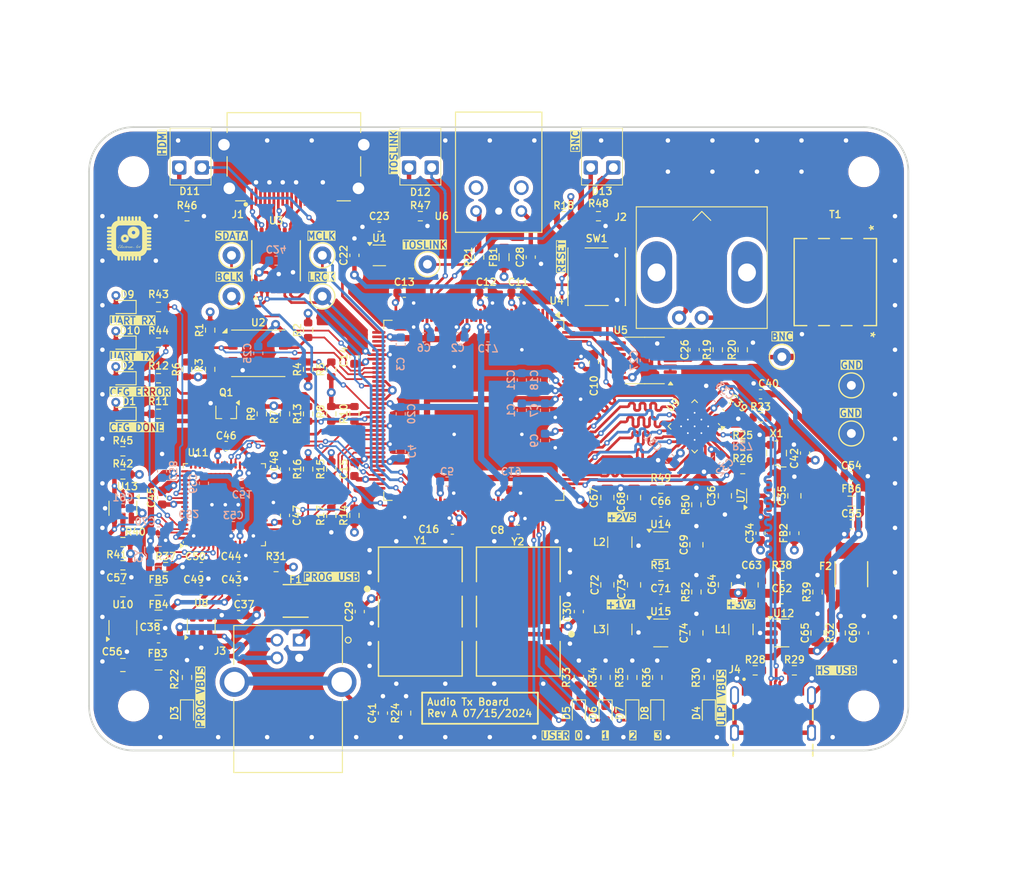
<source format=kicad_pcb>
(kicad_pcb (version 20240108) (generator "pcbnew") (generator_version "8.0")
  (layers (0 "F.Cu" signal) (1 "In1.Cu" signal) (2 "In2.Cu" signal) (31 "B.Cu" signal) (34 "B.Paste" user) (35 "F.Paste" user) (36 "B.SilkS" user "B.Silkscreen") (37 "F.SilkS" user "F.Silkscreen") (38 "B.Mask" user) (39 "F.Mask" user) (44 "Edge.Cuts" user))
  (net 0 "")
  (net 1 "GND")
  (net 2 "+1V1")
  (net 3 "+3V3")
  (net 4 "+2V5")
  (net 5 "+5V")
  (net 6 "Net-(J1-+5V)")
  (net 7 "ULPI_+1V8")
  (net 8 "PROG_VBUS")
  (net 9 "ULPI_VBUS")
  (net 10 "VPLL")
  (net 11 "VPHY")
  (net 12 "+1V8R")
  (net 13 "Net-(U15-FB)")
  (net 14 "Net-(D1-K)")
  (net 15 "Net-(D2-K)")
  (net 16 "Net-(D3-K)")
  (net 17 "Net-(D4-K)")
  (net 18 "Net-(D5-K)")
  (net 19 "LED_0")
  (net 20 "LED_1")
  (net 21 "Net-(D6-K)")
  (net 22 "Net-(D7-K)")
  (net 23 "LED_2")
  (net 24 "Net-(D8-K)")
  (net 25 "LED_3")
  (net 26 "Net-(U4-PL5C)")
  (net 27 "Net-(D9-K)")
  (net 28 "Net-(D10-K)")
  (net 29 "Net-(D11-K)")
  (net 30 "LED_HDMI")
  (net 31 "Net-(D12-K)")
  (net 32 "LED_TOSLINK")
  (net 33 "Net-(D13-K)")
  (net 34 "LED_BNC")
  (net 35 "Net-(R21-Pad2)")
  (net 36 "Net-(F2-Pad2)")
  (net 38 "DIFF_SDATA+")
  (net 39 "DIFF_MCLK-")
  (net 40 "DIFF_BCLK-")
  (net 42 "DIFF_BCLK+")
  (net 43 "DIFF_LRCK+")
  (net 44 "DIFF_MCLK+")
  (net 47 "DIFF_SDATA-")
  (net 48 "DIFF_LRCK-")
  (net 50 "ULPI_D+")
  (net 51 "ULPI_D-")
  (net 52 "Net-(U15-SW)")
  (net 53 "Net-(Q1-B)")
  (net 54 "Net-(Q1-C)")
  (net 55 "FLASH_nCS")
  (net 56 "FLASH_nHOLD")
  (net 57 "Net-(U2-~{WP})")
  (net 58 "FLASH_SCK")
  (net 59 "FLASH_MOSI")
  (net 60 "FLASH_MISO")
  (net 61 "JTAG_TMS")
  (net 62 "JTAG_TDI")
  (net 63 "JTAG_TDO")
  (net 64 "Net-(T1-SB)")
  (net 65 "JTAG_TCK")
  (net 66 "Net-(X1-OUT)")
  (net 69 "HDMI_OUT_MCLK")
  (net 70 "HDMI_OUT_LRCK")
  (net 71 "HDMI_OUT_BCLK")
  (net 72 "HDMI_OUT_SDATA")
  (net 75 "ULPI_D4")
  (net 76 "ULPI_STP")
  (net 77 "ULPI_D3")
  (net 78 "ULPI_CLK")
  (net 79 "ULPI_D2")
  (net 80 "ULPI_D1")
  (net 81 "ULPI_D7")
  (net 82 "UART_RXD")
  (net 83 "BNC_OUT")
  (net 84 "ULPI_NXT")
  (net 85 "ULPI_D6")
  (net 86 "24.576MHz")
  (net 87 "ULPI_DIR")
  (net 88 "ULPI_D5")
  (net 89 "TOSLINK_OUT")
  (net 90 "22.5792MHz")
  (net 91 "ULPI_D0")
  (net 92 "Net-(C26-Pad2)")
  (net 93 "Net-(C26-Pad1)")
  (net 94 "Net-(U6-VCC)")
  (net 95 "Net-(U7-EN)")
  (net 96 "Net-(C37-Pad1)")
  (net 97 "Net-(J3-Shield)")
  (net 98 "UART_TXD")
  (net 99 "Net-(U10-OUT)")
  (net 100 "Net-(J4-SHIELD)")
  (net 101 "Net-(U12-FB)")
  (net 102 "Net-(U14-FB)")
  (net 103 "Net-(J3-VBUS)")
  (net 104 "Net-(J2-Ext)")
  (net 105 "Net-(J2-In)")
  (net 106 "Net-(J3-D-)")
  (net 107 "Net-(J3-D+)")
  (net 108 "Net-(J4-CC2)")
  (net 109 "PROG_D-")
  (net 110 "PROG_D+")
  (net 113 "Net-(J4-CC1)")
  (net 114 "Net-(U12-SW)")
  (net 115 "Net-(U14-SW)")
  (net 116 "Net-(U4-DONE)")
  (net 117 "Net-(U4-INITN)")
  (net 118 "Net-(U4-CFG_1)")
  (net 119 "Net-(U4-PROGRAMN)")
  (net 120 "Net-(U6-VIN)")
  (net 121 "Net-(U9-VBUS)")
  (net 122 "Net-(U9-REFCLK)")
  (net 123 "ULPI_RESET")
  (net 124 "Net-(U9-RBIAS)")
  (net 125 "Net-(U11-~{RESET})")
  (net 126 "Net-(U11-REF)")
  (net 127 "Net-(U11-EECS)")
  (net 128 "Net-(U11-EECLK)")
  (net 129 "Net-(U11-EEDATA)")
  (net 130 "Net-(U11-BCBUS3)")
  (net 131 "Net-(U11-BCBUS4)")
  (net 132 "Net-(U13-DO)")
  (net 193 "Net-(U5-Pad2)")
  (net 194 "Net-(U5-Pad11)")
  (net 207 "Net-(U11-OSCI)")
  (footprint "Capacitor_SMD:C_0805_2012Metric" (layer "F.Cu") (at 53.8 110.4)
    (property "Reference" "C56")
    (property "Value" "10µF")
  )
  (footprint "LED_SMD:LED_0603_1608Metric" (layer "F.Cu") (at 113.8 115.8 -90)
    (property "Reference" "D8")
    (property "Value" "YELLOW")
  )
  (footprint "Button_Switch_SMD:SW_SPST_PTS645" (layer "F.Cu") (at 107 66.8 -90)
    (property "Reference" "SW1")
    (property "Value" "Reset")
  )
  (footprint "TestPoint:TestPoint_Keystone_5000-5004_Miniature" (layer "F.Cu") (at 66 64.4)
    (property "Reference" "TP6" (hide yes))
    (property "Value" "TestPoint" (hide yes))
  )
  (footprint "Resistor_SMD:R_0603_1608Metric" (layer "F.Cu") (at 69.4 82.2 90)
    (property "Reference" "R9")
    (property "Value" "4.7K")
  )
  (footprint "Resistor_SMD:R_0603_1608Metric" (layer "F.Cu") (at 120.6 75 90)
    (property "Reference" "R19")
    (property "Value" "120")
  )
  (footprint "Resistor_SMD:R_0603_1608Metric" (layer "F.Cu") (at 53.8 99.2 180)
    (property "Reference" "R41")
    (property "Value" "10K")
  )
  (footprint "Oscillator:Oscillator_SMD_ECS_2520MV-xxx-xx-4Pin_2.5x2.0mm" (layer "F.Cu") (at 127.2 86.6 180)
    (property "Reference" "X1")
    (property "Value" "13.000 MHz")
  )
  (footprint "Resistor_SMD:R_0603_1608Metric" (layer "F.Cu") (at 123.4 85.8 180)
    (property "Reference" "R25")
    (property "Value" "33")
  )
  (footprint "Resistor_SMD:R_0603_1608Metric" (layer "F.Cu") (at 93.8 64.6 -90)
    (property "Reference" "R21")
    (property "Value" "47")
  )
  (footprint "LED_SMD:LED_0603_1608Metric" (layer "F.Cu") (at 111 115.8 -90)
    (property "Reference" "D7")
    (property "Value" "RED")
  )
  (footprint "Resistor_SMD:R_0603_1608Metric" (layer "F.Cu") (at 113.8 111.8 90)
    (property "Reference" "R36")
    (property "Value" "715")
  )
  (footprint "Capacitor_SMD:C_0805_2012Metric" (layer "F.Cu") (at 129.2 91.4 90)
    (property "Reference" "C35")
    (property "Value" "10µF")
  )
  (footprint "Capacitor_SMD:C_0603_1608Metric" (layer "F.Cu") (at 65.4 85.8)
    (property "Reference" "C46")
    (property "Value" "0.1µF")
  )
  (footprint "MountingHole:MountingHole_3.2mm_M3" (layer "F.Cu") (at 55 55)
    (property "Reference" "H1" (hide yes))
    (property "Value" "MountingHole" (hide yes))
  )
  (footprint "Capacitor_SMD:C_0603_1608Metric" (layer "F.Cu") (at 94.6 68.6)
    (property "Reference" "C12")
    (property "Value" "0.1µF")
  )
  (footprint "Inductor_SMD:L_0805_2012Metric" (layer "F.Cu") (at 57.8 110.4 180)
    (property "Reference" "FB3")
    (property "Value" "BLM21SP")
  )
  (footprint "ECP5_AUDIO:PLR135-T10" (layer "F.Cu") (at 96 56.8)
    (property "Reference" "U6")
    (property "Value" "PLT237/T10WH")
  )
  (footprint "MountingHole:MountingHole_3.2mm_M3" (layer "F.Cu") (at 137 55)
    (property "Reference" "H2" (hide yes))
    (property "Value" "MountingHole" (hide yes))
  )
  (footprint "ECP5_AUDIO:DA101J_MUR" (layer "F.Cu") (at 133.8 67.4 -90)
    (property "Reference" "T1")
    (property "Value" "DA101JC")
  )
  (footprint "Capacitor_SMD:C_0603_1608Metric" (layer "F.Cu") (at 114.2 93.2)
    (property "Reference" "C66")
    (property "Value" "100pF")
  )
  (footprint "TestPoint:TestPoint_Keystone_5000-5004_Miniature" (layer "F.Cu") (at 76.2 64.4)
    (property "Reference" "TP3" (hide yes))
    (property "Value" "TestPoint")
  )
  (footprint "Resistor_SMD:R_0603_1608Metric" (layer "F.Cu") (at 53.8 96.6 180)
    (property "Reference" "R40")
    (property "Value" "10K")
  )
  (footprint "LED_SMD:LED_0603_1608Metric" (layer "F.Cu") (at 53.8 70.2 180)
    (property "Reference" "D9")
    (property "Value" "YELLOW")
  )
  (footprint "LED_SMD:LED_0603_1608Metric" (layer "F.Cu") (at 53.8 82.2 180)
    (property "Reference" "D1")
    (property "Value" "GREEN")
  )
  (footprint "Package_TO_SOT_SMD:SOT-23-6" (layer "F.Cu") (at 53.8 92.8 -90)
    (property "Reference" "U13")
    (property "Value" "93LCxxBxxOT")
  )
  (footprint "Capacitor_SMD:C_0805_2012Metric" (layer "F.Cu") (at 53.8 102)
    (property "Reference" "C57")
    (property "Value" "10µF")
  )
  (footprint "Resistor_SMD:R_0603_1608Metric" (layer "F.Cu") (at 61 111.8 90)
    (property "Reference" "R22")
    (property "Value" "1.1K")
  )
  (footprint "LED_SMD:LED_0603_1608Metric" (layer "F.Cu") (at 53.8 78.2 180)
    (property "Reference" "D2")
    (property "Value" "RED")
  )
  (footprint "Resistor_SMD:R_0603_1608Metric" (layer "F.Cu") (at 74.6 88.4 90)
    (property "Reference" "R16")
    (property "Value" "4.7K")
  )
  (footprint "Capacitor_SMD:C_0805_2012Metric" (layer "F.Cu") (at 108.2 101.4 90)
    (property "Reference" "C72")
    (property "Value" "22µF")
  )
  (footprint "Resistor_SMD:R_0603_1608Metric" (layer "F.Cu") (at 114.2 100.4)
    (property "Reference" "R51")
    (property "Value" "15K")
  )
  (footprint "Package_TO_SOT_SMD:SOT-23-5" (layer "F.Cu") (at 127.8 106.8)
    (property "Reference" "U12")
    (property "Value" "TLV62569DBVT")
  )
  (footprint "Capacitor_SMD:C_0805_2012Metric" (layer "F.Cu") (at 121.4 101.4 90)
    (property "Reference" "C64")
    (property "Value" "22µF")
  )
  (footprint "Resistor_SMD:R_0603_1608Metric" (layer "F.Cu") (at 77.2 77.2 -90)
    (property "Reference" "R5")
    (property "Value" "10K")
  )
  (footprint "Inductor_SMD:L_1210_3225Metric" (layer "F.Cu") (at 123.2 106.4 90)
    (property "Reference" "L1")
    (property "Value" "2.2µH")
  )
  (footprint "LED_SMD:LED_0603_1608Metric" (layer "F.Cu") (at 108 115.8 -90)
    (property "Reference" "D6")
    (property "Value" "ORANGE")
  )
  (footprint "Resistor_SMD:R_0603_1608Metric" (layer "F.Cu") (at 105 111.8 90)
    (property "Reference" "R33")
    (property "Value" "324")
  )
  (footprint "Resistor_SMD:R_0603_1608Metric" (layer "F.Cu") (at 74.6 72.8 90)
    (property "Reference" "R2")
    (property "Value" "10K")
  )
  (footprint "MountingHole:MountingHole_3.2mm_M3" (layer "F.Cu") (at 137 115)
    (property "Reference" "H3" (hide yes))
    (property "Value" "MountingHole" (hide yes))
  )
  (footprint "Resistor_SMD:R_0603_1608Metric" (layer "F.Cu") (at 118.2 102.2 90)
    (property "Reference" "R52")
    (property "Value" "18K")
  )
  (footprint "ECP5_AUDIO:WDFN-8-1EP_6x5mm_P1.27mm_EP3.4x4mm" (layer "F.Cu") (at 69 75.4)
    (property "Reference" "U2")
    (property "Value" "IS25LP128F")
  )
  (footprint "Capacitor_SMD:C_0603_1608Metric" (layer "F.Cu") (at 137 106.8 90)
    (property "Reference" "C60")
    (property "Value" "10nF")
  )
  (footprint "Capacitor_SMD:C_0603_1608Metric" (layer "F.Cu") (at 79.8 64.4 90)
    (property "Reference" "C22")
    (property "Value" "4.7µF")
  )
  (footprint "Resistor_SMD:R_0603_1608Metric" (layer "F.Cu") (at 107.2 60)
    (property "Reference" "R48")
    (property "Value" "698")
  )
  (footprint "ECP5_AUDIO:CUI_UJ2-BH-BL1-TH" (layer "F.Cu") (at 73.6 107.6)
    (property "Reference" "J3")
    (property "Value" "USB_B_RECEPTACLE")
  )
  (footprint "Resistor_SMD:R_0603_1608Metric" (layer "F.Cu") (at 119.6 111.8 90)
    (property "Reference" "R30")
    (property "Value" "1.1K")
  )
  (footprint "Capacitor_SMD:C_0603_1608Metric" (layer "F.Cu") (at 79.8 88.4 90)
    (property "Reference" "C15")
    (property "Value" "0.1µF")
  )
  (footprint "LED_SMD:LED_0603_1608Metric" (layer "F.Cu") (at 53.8 74.2 180)
    (property "Reference" "D10")
    (property "Value" "GREEN")
  )
  (footprint "Capacitor_SMD:C_0805_2012Metric" (layer "F.Cu") (at 131.8 106.8 90)
    (property "Reference" "C65")
    (property "Value" "22µF")
  )
  (footprint "Package_TO_SOT_SMD:SOT-23-5" (layer "F.Cu") (at 114.2 106.8)
    (property "Reference" "U15")
    (property "Value" "TLV62569DBVT")
  )
  (footprint "TestPoint:TestPoint_Keystone_5000-5004_Miniature" (layer "F.Cu") (at 88 65.4)
    (property "Reference" "TP2" (hide yes))
    (property "Value" "TestPoint")
  )
  (footprint "Resistor_SMD:R_0603_1608Metric" (layer "F.Cu") (at 71 99.4 180)
    (property "Reference" "R31")
    (property "Value" "2.2K")
  )
  (footprint "Resistor_SMD:R_0603_1608Metric" (layer "F.Cu") (at 61 77.2 -90)
    (property "Reference" "R6")
    (property "Value" "10K")
  )
  (footprint "Capacitor_SMD:C_0603_1608Metric" (layer "F.Cu") (at 99.6 64.6 -90)
    (property "Reference" "C28")
    (property "Value" "0.1µF")
  )
  (footprint "Resistor_SMD:R_0603_1608Metric" (layer "F.Cu") (at 57.8 82.2)
    (property "Reference" "R11")
    (property "Value" "324")
  )
  (footprint "Package_DFN_QFN:QFN-64-1EP_9x9mm_P0.5mm_EP4.35x4.35mm" (layer "F.Cu") (at 65.2 92.4 90)
    (property "Reference" "U11")
    (property "Value" "FT2232HQ")
  )
  (footprint "Capacitor_SMD:C_0603_1608Metric" (layer "F.Cu") (at 62.6 99.4)
    (property "Reference" "C50")
    (property "Value" "0.1µF")
  )
  (footprint "Capacitor_SMD:C_0603_1608Metric" (layer "F.Cu") (at 80.4 104.4 -90)
    (property "Reference" "C29")
    (property "Value" "0.1µF")
  )
  (footprint "ECP5_AUDIO:Dialight_551-0307F" (layer "F.Cu") (at 87.2 50.1 -90)
    (property "Reference" "D12")
    (property "Value" "Green")
  )
  (footprint "TestPoint:TestPoint_Keystone_5000-5004_Miniature" (layer "F.Cu") (at 135.6 84.4)
    (property "Reference" "TP8" (hide yes))
    (property "Value" "TestPoint" (hide yes))
  )
  (footprint "Resistor_SMD:R_0603_1608Metric" (layer "F.Cu") (at 53.8 89 180)
    (property "Reference" "R42")
    (property "Value" "10K")
  )
  (footprint "Capacitor_SMD:C_0603_1608Metric" (layer "F.Cu") (at 125.4 80 180)
    (property "Reference" "C40")
    (property "Value" "2.2µF")
  )
  (footprint "Capacitor_SMD:C_0805_2012Metric" (layer "F.Cu") (at 111.2 91.6 90)
    (property "Reference" "C68")
    (property "Value" "22µF")
  )
  (footprint "ECP5_AUDIO:Dialight_551-0307F" (layer "F.Cu") (at 61.4 50.1 -90)
    (property "Reference" "D11")
    (property "Value" "Green")
  )
  (footprint "Inductor_SMD:L_0603_1608Metric" (layer "F.Cu") (at 129.2 95.6 90)
    (property "Reference" "FB2")
    (property "Value" "220 Ohm/100MHz")
  )
  (footprint "Resistor_SMD:R_0603_1608Metric" (layer "F.Cu") (at 85.6 115.8 90)
    (property "Reference" "R24")
    (property "Value" "100K")
  )
  (footprint "Capacitor_SMD:C_0603_1608Metric" (layer "F.Cu") (at 66.8 104.8 180)
    (property "Reference" "C37")
    (property "Value" "10nF")
  )
  (footprint "Resistor_SMD:R_0603_1608Metric" (layer "F.Cu") (at 103.3 60)
    (property "Reference" "R18")
    (property "Value" "10K")
  )
  (footprint "Resistor_SMD:R_0603_1608Metric" (layer "F.Cu") (at 74.6 82.2 -90)
    (property "Reference" "R13")
    (property "Value" "10K")
  )
  (footprint "Capacitor_SMD:C_0805_2012Metric" (layer "F.Cu") (at 111.2 101.4 90)
    (property "Reference" "C73")
    (property "Value" "22µF")
  )
  (footprint "Capacitor_SMD:C_0603_1608Metric" (layer "F.Cu") (at 121.6 81.4 -45)
    (property "Reference" "C39")
    (property "Value" "0.1µF")
  )
  (footprint "Capacitor_SMD:C_0603_1608Metric" (layer "F.Cu") (at 72 88.4 90)
    (property "Reference" "C48")
    (property "Value" "0.1µF")
  )
  (footprint "ECP5_AUDIO:CCHD-957" (layer "F.Cu") (at 87.2 104.4)
    (property "Reference" "Y1")
    (property "Value" "22.5792 MHz")
  )
  (footprint "Capacitor_SMD:C_0805_2012Metric" (layer "F.Cu") (at 108.2 91.6 90)
    (property "Reference" "C67")
    (property "Value" "22µF")
  )
  (footprint "ECP5_AUDIO:GCT_USB4105GFA120" (layer "F.Cu") (at 126.8 118)
    (property "Reference" "J4")
    (property "Value" "USB_C_Receptacle")
  )
  (footprint "Capacitor_SMD:C_0603_1608Metric" (layer "F.Cu") (at 130.4 86.6 90)
    (property "Reference" "C42")
    (property "Value" "0.1µF")
  )
  (footprint "Inductor_SMD:L_1210_3225Metric" (layer "F.Cu") (at 109.6 106.4 90)
    (property "Reference" "L3")
    (property "Value" "2.2µH")
  )
  (footprint "Capacitor_SMD:C_0805_2012Metric" (layer "F.Cu") (at 124.4 101.4 90)
    (property "Reference" "C63")
    (property "Value" "22µF")
  )
  (footprint "Capacitor_SMD:C_0603_1608Metric" (layer "F.Cu") (at 98.2 95.2)
    (property "Reference" "C8")
    (property "Value" "0.1µF")
  )
  (footprint "Resistor_SMD:R_0603_1608Metric" (layer "F.Cu") (at 114.2 90.6)
    (property "Reference" "R49")
    (property "Value" "15K")
  )
  (footprint "Capacitor_SMD:C_0603_1608Metric" (layer "F.Cu") (at 83 115.8 90)
    (property "Reference" "C41")
    (property "Value" "10nF")
  )
  (footprint "Package_TO_SOT_SMD:SOT-23-5" (layer "F.Cu") (at 53.8 106.2 90)
    (property "Reference" "U10")
    (property "Value" "LP5907MFX-3.3")
  )
  (footprint "Capacitor_SMD:C_0603_1608Metric" (layer "F.Cu") (at 114.2 103)
    (property "Reference" "C71")
    (property "Value" "100pF")
  )
  (footprint "ECP5_AUDIO:AMPHENOL_10029449-001RLF" (layer "F.Cu") (at 73 56.875 180)
    (property "Reference" "J1")
    (property "Value" "HDMI_A")
  )
  (footprint "Resistor_SMD:R_0603_1608Metric" (layer "F.Cu") (at 63.6 77.2 -90)
    (property "Reference" "R3")
    (property "Value" "10K")
  )
  (footprint "Capacitor_SMD:C_0603_1608Metric" (layer "F.Cu") (at 66.8 99.4)
    (property "Reference" "C44")
    (property "Value" "0.1µF")
  )
  (footprint "ECP5_AUDIO:CCHD-957" (layer "F.Cu") (at 98.2 104.4 180)
    (property "Reference" "Y2")
    (property "Value" "24.576 MHz")
  )
  (footprint "Resistor_SMD:R_0603_1608Metric" (layer "F.Cu") (at 79.8 82.2 90)
    (property "Reference" "R10")
    (property "Value" "4.7K")
  )
  (footprint "TestPoint:TestPoint_Keystone_5000-5004_Miniature" (layer "F.Cu") (at 66 69)
    (property "Reference" "TP5" (hide yes))
    (property "Value" "TestPoint" (hide yes))
  )
  (footprint "Capacitor_SMD:C_0603_1608Metric" (layer "F.Cu") (at 135.6 94.6 180)
    (property "Reference" "C55")
    (property "Value" "0.1µF")
  )
  (footprint "Resistor_SMD:R_0603_1608Metric" (layer "F.Cu") (at 74.6 77.2 90)
    (property "Reference" "R4")
    (property "Value" "1K")
  )
  (footprint "Package_QFP:TQFP-144_20x20mm_P0.5mm" (layer "F.Cu") (at 93.2 81.8 -90)
    (property "Reference" "U4")
    (property "Value" "LFE5U-12F-6TG144C")
  )
  (footprint "Resistor_SMD:R_0603_1608Metric" (layer "F.Cu") (at 61 60)
    (property "Reference" "R46")
    (property "Value" "698")
  )
  (footprint "ECP5_AUDIO:TSSOP-16-1EP_4.4x5mm_P0.65mm" (layer "F.Cu") (at 71 65 90)
    (property "Reference" "U3")
    (property "Value" "DSLVDS1047")
  )
  (footprint "Resistor_SMD:R_0603_1608Metric" (layer "F.Cu") (at 123.4 88.4)
    (property "Reference" "R26")
    (property "Value" "47K")
  )
  (footprint "Package_TO_SOT_SMD:SOT-23-6" (layer "F.Cu") (at 62.6 106 90)
    (property "Reference" "U8")
    (property "Value" "USBLC6-2SC6")
  )
  (footprint "ECP5_AUDIO:Bel_Fuse_1812" (layer "F.Cu") (at 135.6 100.2 -90)
    (property "Reference" "F2")
    (property "Value" "Hold 1.1A")
  )
  (footprint "Resistor_SMD:R_0603_1608Metric" (layer "F.Cu") (at 57.8 70.2)
    (property "Reference" "R43")
    (property "Value" "715")
  )
  (footprint "Resistor_SMD:R_0603_1608Metric" (layer "F.Cu") (at 77.2 93.6 90)
    (property "Reference" "R17")
    (property "Value" "2.2K")
  )
  (footprint "Resistor_SMD:R_0603_1608Metric" (layer "F.Cu") (at 58.6 99.4)
    (property "Reference" "R37")
    (property "Value" "12K")
  )
  (footprint "Capacitor_SMD:C_0603_1608Metric" (layer "F.Cu") (at 58.2 91.6 90)
    (property "Reference" "C45")
    (property "Value" "0.1µF")
  )
  (footprint "TestPoint:TestPoint_Keystone_5000-5004_Miniature" (layer "F.Cu") (at 127.8 75.8)
    (property "Reference" "TP1" (hide yes))
    (property "Value" "TestPoint" (hide yes))
  )
  (footprint "Inductor_SMD:L_0805_2012Metric" (layer "F.Cu") (at 135.6 92)
    (property "Reference" "FB6")
    (property "Value" "BLM21SP")
  )
  (footprint "Resistor_SMD:R_0603_1608Metric" (layer "F.Cu") (at 87.2 60)
    (property "Reference" "R47")
    (property "Value" "698")
  )
  (footprint "ECP5_AUDIO:Dialight_551-0307F" (layer "F.Cu") (at 107.6 50.1 -90)
    (property "Reference" "D13")
    (property "Value" "Green")
  )
  (footprint "Package_TO_SOT_SMD:SOT-23-5" (layer "F.Cu") (at 114.2 97)
    (property "Reference" "U14")
    (property "Value" "TLV62569DBVT")
  )
  (footprint "MountingHole:MountingHole_3.2mm_M3" (layer "F.Cu") (at 55 115)
    (property "Reference" "H4" (hide yes))
    (property "Value" "MountingHole" (hide yes))
  )
  (footprint "Package_SO:TSSOP-14_4.4x5mm_P0.65mm" (layer "F.Cu") (at 112.4 76.2 180)
    (property "Reference" "U5")
    (property "Value" "74HC04")
  )
  (footprint "Resistor_SMD:R_0603_1608Metric" (layer "F.Cu") (at 125.4 82.6)
    (property "Reference" "R23")
    (property "Value" "5.1K")
  )
  (footprint "Resistor_SMD:R_0603_1608Metric" (layer "F.Cu") (at 57.8 78.2)
    (property "Reference" "R12")
    (property "Value" "750")
  )
  (footprint "Capacitor_SMD:C_0603_1608Metric" (layer "F.Cu") (at 135.6 89.2)
    (property "Reference" "C54")
    (property "Value" "10nF")
  )
  (footprint "Capacitor_SMD:C_0603_1608Metric" (layer "F.Cu") (at 90.8 95.2 180)
    (property "Reference" "C16")
    (property "Value" "0.1µF")
  )
  (footprint "Capacitor_SMD:C_0603_1608Metric" (layer "F.Cu") (at 125.4 95.6 90)
    (property "Reference" "C34")
    (property "Value" "0.1µF")
  )
  (footprint "Resistor_SMD:R_0603_1608Metric" (layer "F.Cu") (at 63.6 72.8 90)
    (property "Reference" "R1")
    (property "Value" "4.7K")
  )
  (footprint "Capacitor_SMD:C_0603_1608Metric" (layer "F.Cu") (at 66.8 102)
    (property "Reference" "C43")
    (property "Value" "4.7µF")
  )
  (footprint "Capacitor_SMD:C_0603_1608Metric" (layer "F.Cu") (at 79.8 75.8 90)
    (property "Reference" "C14")
    (property "Value" "0.1µF")
  )
  (footprint "Capacitor_SMD:C_0603_1608Metric" (layer "F.Cu") (at 127.8 103)
    (property "Reference" "C62")
    (property "Value" "100pF")
  )
  (footprint "Package_TO_SOT_SMD:SOT-323_SC-70" (layer "F.Cu") (at 65.4 82 -90)
    (property "Reference" "Q1")
    (property "Value" "MMST2222A")
  )
  (footprint "Resistor_SMD:R_0603_1608Metric" (layer "F.Cu") (at 127.8 100.4)
    (property "Reference" "R38")
    (property "Value" "15K")
  )
  (footprint "Resistor_SMD:R_0603_1608Metric" (layer "F.Cu") (at 77.2 82.2 90)
    (property "Reference" "R8")
    (property "Value" "4.7K")
  )
  (footprint "Capacitor_SMD:C_0603_1608Metric" (layer "F.Cu") (at 57.8 107.4)
    (property "Reference" "C38")
    (property "Value" "0.1µF")
  )
  (footprint "LOGO" (layer "F.Cu") (at 54.5 62.5)
    (property "Reference" "G***" (hide yes))
    (property "Value" "LOGO" (hide yes))
  )
  (footprint "LED_SMD:LED_0603_1608Metric" (layer "F.Cu") (at 61 115.8 -90)
    (property "Reference" "D3")
    (property "Value" "GREEN")
  )
  (footprint "TestPoint:TestPoint_Keystone_5000-5004_Miniature" (layer "F.Cu") (at 76.2 69)
    (property "Reference" "TP4" (hide yes))
    (property "Value" "TestPoint" (hide yes))
  )
  (footprint "Capacitor_SMD:C_0603_1608Metric" (layer "F.Cu") (at 82.6 61.2 180)
    (property "Reference" "C23")
    (property "Value" "18nF")
  )
  (footprint "Resistor_SMD:R_0603_1608Metric" (layer "F.Cu") (at 108 111.8 90)
    (property "Reference" "R34")
    (property "Value" "750")
  )
  (footprint "LED_SMD:LED_0603_1608Metric" (layer "F.Cu") (at 119.6 115.8 -90)
    (property "Reference" "D4")
    (property "Value" "GREEN")
  )
  (footprint "Capacitor_SMD:C_0805_2012Metric" (layer "F.Cu") (at 118.2 96.9 90)
    (property "Reference" "C69")
    (property "Value" "22µF")
  )
  (footprint "Resistor_SMD:R_0603_1608Metric" (layer "F.Cu") (at 53.8 86.4 180)
    (property "Reference" "R45")
    (property "Value" "2.2K")
  )
  (footprint "Capacitor_SMD:C_0603_1608Metric" (layer "F.Cu") (at 72 93.6 90)
    (property "Reference" "C47")
    (property "Value" "0.1µF")
  )
  (footprint "Resistor_SMD:R_0603_1608Metric" (layer "F.Cu") (at 57.8 74.2)
    (property "Reference" "R44")
    (property "Value" "324")
  )
  (footprint "Capacitor_SMD:C_0603_1608Metric" (layer "F.Cu") (at 85.4 68.6)
    (property "Reference" "C13")
    (property "Value" "0.1µF")
  )
  (footprint "Capacitor_SMD:C_0603_1608Metric" (layer "F.Cu") (at 105 104.4 90)
    (property "Reference" "C30")
    (property "Value" "0.1µF")
  )
  (footprint "TestPoint:TestPoint_Keystone_5000-5004_Miniature" (layer "F.Cu") (at 135.6 79)
    (property "Reference" "TP7" (hide yes))
    (property "Value" "TestPoint" (hide yes))
  )
  (footprint "Resistor_SMD:R_0603_1608Metric" (layer "F.Cu") (at 111 111.8 90)
    (property "Reference" "R35")
    (property "Value" "750")
  )
  (footprint "Resistor_SMD:R_0603_1608Metric" (layer "F.Cu") (at 124.8 111)
    (property "Reference" "R28")
    (property "Value" "22K")
  )
  (footprint "Capacitor_SMD:C_0805_2012Metric" (layer "F.Cu") (at 121.4 91.4 -90)
    (property "Reference" "C36")
    (property "Value" "10µF")
  )
  (footprint "Capacitor_SMD:C_0805_2012Metric" (layer "F.Cu") (at 118.2 106.8 90)
    (property "Reference" "C74")
    (property "Value" "22µF")
  )
  (footprint "Resistor_SMD:R_0603_1608Metric" (layer "F.Cu") (at 131.8 102.2 90)
    (property "Reference" "R39")
    (property "Value" "3.3K")
  )
  (footprint "Package_TO_SOT_SMD:SOT-363_SC-70-6" (layer "F.Cu") (at 82.6 64.4)
    (property "Reference" "U1")
    (property "Value" "TPS22948")
  )
  (footprint "Resistor_SMD:R_0603_1608Metric" (layer "F.Cu") (at 118.2 92.4 90)
    (property "Reference" "R50")
    (property "Value" "4.7K")
  )
  (footprint "Capacitor_SMD:C_0603_1608Metric" (layer "F.Cu") (at 62.6 102)
    (property "Reference" "C49")
    (property "Value" "4.7µF")
  )
  (footprint "Capacitor_SMD:C_0603_1608Metric" (layer "F.Cu") (at 118 75 -90)
    (property "Reference" "C26")
    (property "Value" "0.1µF")
  )
  (footprint "Inductor_SMD:L_1210_3225Metric" (layer "F.Cu") (at 109.6 96.6 90)
    (property "Reference" "L2")
    (property "Value" "2.2µH")
  )
  (footprint "Resistor_SMD:R_0603_1608Metric" (layer "F.Cu") (at 134.4 106.8 90)
    (property "Reference" "R32")
    (property "Value" "100K")
  )
  (footprint "ECP5_AUDIO:QFN-24-1EP_4x4mm_P0.5mm_EP2.65x2.65mm_ThermalVias" (layer "F.Cu") (at 118 83.6 -135)
    (property "Reference" "U9")
    (property "Value" "USB3318C")
  )
  (footprint "Resistor_SMD:R_0603_1608Metric" (layer "F.Cu") (at 79.8 93.6 -90)
    (property "Reference" "R14")
    (property "Value" "4.7K")
  )
  (footprint "Inductor_SMD:L_0805_2012Metric" (layer "F.Cu") (at 96.6 64.6 -90)
    (property "Reference" "FB1")
    (property "Value" "47µH")
  )
  (footprint "Inductor_SMD:L_0805_2012Metric" (layer "F.Cu") (at 57.8 104.8)
    (property "Reference" "FB4")
    (property "Value" "BLM21SP")
  )
  (footprint "Resistor_SMD:R_0603_1608Metric" (layer "F.Cu") (at 72 82.2 90)
    (property "Reference" "R7")
    (property "Value" "10K")
  )
  (footprint "ECP5_AUDIO:Bel_Fuse_1812" (layer "F.Cu") (at 73.2 103.2)
    (property "Reference" "F1")
    (property "Value" "Hold 200 mA")
  )
  (footprint "Resistor_SMD:R_0603_1608Metric" (layer "F.Cu") (at 129.2 111 180)
    (property "Reference" "R29")
    (property "Value" "22K")
  )
  (footprint "LED_SMD:LED_0603_1608Metric" (layer "F.Cu") (at 105 115.8 -90)
    (property "Reference" "D5")
    (property "Value" "BLUE")
  )
  (footprint "Inductor_SMD:L_0805_2012Metric" (layer "F.Cu") (at 57.8 102)
    (property "Reference" "FB5")
    (property "Value" "BLM21SP")
  )
  (footprint "Resistor_SMD:R_0603_1608Metric" (layer "F.Cu") (at 77.2 88.4 90)
    (property "Reference" "R15")
    (property "Value" "4.7K")
  )
  (footprint "Package_TO_SOT_SMD:SOT-23-5" (layer "F.Cu") (at 125.4 91.4 90)
    (property "Reference" "U7")
    (property "Value" "LP5907MFX-1.8")
  )
  (footprint "ECP5_AUDIO:BNC_Amphenol_031-71052_Horizontal" (layer "F.Cu") (at 118.8 71.4)
    (property "Reference" "J2")
    (property "Value" "031-71052")
  )
  (footprint "Resistor_SMD:R_0603_1608Metric" (layer "F.Cu") (at 123.4 75 90)
    (property "Reference" "R20")
    (property "Value" "75")
  )
  (footprint "Capacitor_SMD:C_0603_1608Metric" (layer "F.Cu") (at 106.7 76.4 90)
    (property "Reference" "C10")
    (property "Value" "0.1µF")
  )
  (footprint "Capacitor_SMD:C_0603_1608Metric" (layer "F.Cu") (at 98.2 68.6)
    (property "Reference" "C11")
    (property "Value" "0.1µF")
  )
  (footprint "Capacitor_SMD:C_0603_1608Metric" (layer "B.Cu") (at 62.9 90 -90)
    (property "Reference" "C59")
    (property "Value" "4.7µF")
  )
  (footprint "Capacitor_SMD:C_0603_1608Metric" (layer "B.Cu") (at 98.6 81.8 -90)
    (property "Reference" "C1")
    (property "Value" "2.2µF")
  )
  (footprint "Capacitor_SMD:C_0603_1608Metric" (layer "B.Cu") (at 115.2 87.2 135)
    (property "Reference" "C31")
    (property "Value" "0.1µF")
  )
  (footprint "Capacitor_SMD:C_0603_1608Metric" (layer "B.Cu") (at 101.2 81.8 -90)
    (property "Reference" "C7")
    (property "Value" "0.1µF")
  )
  (footprint "Oscillator:Oscillator_SMD_ECS_2520MV-xxx-xx-4Pin_2.5x2.0mm" (layer "B.Cu") (at 57.8 98.2 -90)
    (property "Reference" "Y3")
    (property "Value" "12.000 MHz")
  )
  (footprint "Capacitor_SMD:C_0603_1608Metric" (layer "B.Cu") (at 120.4 87.4 -135)
    (property "Reference" "C32")
    (property "Value" "0.1µF")
  )
  (footprint "Capacitor_SMD:C_0603_1608Metric" (layer "B.Cu") (at 112.4 76.2 90)
    (property "Reference" "C27")
    (property "Value" "0.1µF")
  )
  (footprint "Capacitor_SMD:C_0603_1608Metric" (layer "B.Cu") (at 69 75.4 -90)
    (property "Reference" "C25")
    (property "Value" "0.1µF")
  )
  (footprint "Resistor_SMD:R_0603_1608Metric" (layer "B.Cu") (at 123.4 84.6)
    (property "Reference" "R27")
    (property "Value" "8.06K")
  )
  (footprint "Capacitor_SMD:C_0603_1608Metric" (layer "B.Cu") (at 87.6 73.6 180)
    (property "Reference" "C6")
    (property "Value" "0.1µF")
  )
  (footprint "Capacitor_SMD:C_0603_1608Metric" (layer "B.Cu") (at 85 86.4 90)
    (property "Reference" "C4")
    (property "Value" "0.1µF")
  )
  (footprint "Capacitor_SMD:C_0603_1608Metric" (layer "B.Cu") (at 53.8 92.8 180)
    (property "Reference" "C61")
    (property "Value" "0.1µF")
  )
  (footprint "Capacitor_SMD:C_0603_1608Metric" (layer "B.Cu") (at 85 82.2 -90)
    (property "Reference" "C20")
    (property "Value" "0.1µF")
  )
  (footprint "Capacitor_SMD:C_0603_1608Metric" (layer "B.Cu") (at 94.8 73.6)
    (property "Reference" "C17")
    (property "Value" "0.1µF")
  )
  (footprint "Capacitor_SMD:C_0603_1608Metric" (layer "B.Cu") (at 61.2 94.7)
    (property "Reference" "C52")
    (property "Value" "0.1µF")
  )
  (footprint "Capacitor_SMD:C_0603_1608Metric" (layer "B.Cu") (at 66.2 94.8 180)
    (property "Reference" "C53")
    (property "Value" "0.1µF")
  )
  (footprint "Capacitor_SMD:C_0603_1608Metric" (layer "B.Cu") (at 97.4 89.8)
    (property "Reference" "C19")
    (property "Value" "0.1µF")
  )
  (footprint "Capacitor_SMD:C_0603_1608Metric" (layer "B.Cu") (at 98.6 78.4 -90)
    (property "Reference" "C21")
    (property "Value" "2.2µF")
  )
  (footprint "Capacitor_SMD:C_0603_1608Metric" (layer "B.Cu") (at 71 65)
    (property "Reference" "C24")
    (property "Value" "0.1µF")
  )
  (footprint "Capacitor_SMD:C_0603_1608Metric" (layer "B.Cu") (at 90.2 89.8)
    (property "Reference" "C5")
    (property "Value" "0.1µF")
  )
  (footprint "Capacitor_SMD:C_0603_1608Metric" (layer "B.Cu") (at 57.8 95.4)
    (property "Reference" "C70")
    (property "Value" "0.1µF")
  )
  (footprint "Capacitor_SMD:C_0603_1608Metric" (layer "B.Cu") (at 67.2 90)
    (property "Reference" "C51")
    (property "Value" "0.1µF")
  )
  (footprint "Capacitor_SMD:C_0603_1608Metric" (layer "B.Cu") (at 120.6 80.4 135)
    (property "Reference" "C33")
    (property "Value" "0.1µF")
  )
  (footprint "Capacitor_SMD:C_0603_1608Metric" (layer "B.Cu") (at 91.4 73.6 180)
    (property "Reference" "C2")
    (property "Value" "0.1µF")
  )
  (footprint "Capacitor_SMD:C_0603_1608Metric" (layer "B.Cu") (at 85 74.4 -90)
    (property "Reference" "C3")
    (property "Value" "0.1µF")
  )
  (footprint "Capacitor_SMD:C_0603_1608Metric" (layer "B.Cu") (at 58.2 88.6 90)
    (property "Reference" "C58")
    (property "Value" "0.1µF")
  )
  (footprint "Capacitor_SMD:C_0603_1608Metric" (layer "B.Cu") (at 101.2 78.4 -90)
    (property "Reference" "C18")
    (property "Value" "0.1µF")
  )
  (footprint "Capacitor_SMD:C_0603_1608Metric" (layer "B.Cu") (at 101.2 85.2 -90)
    (property "Reference" "C9")
    (property "Value" "0.1µF")
  )
  (gr_line (start 100.4 117) (end 87.4 117) (stroke (width 0.2)) (layer "F.SilkS"))
  (gr_line (start 100.4 113.5) (end 100.4 117) (stroke (width 0.2)) (layer "F.SilkS"))
  (gr_line (start 87.4 113.5) (end 100.4 113.5) (stroke (width 0.2)) (layer "F.SilkS"))
  (gr_line (start 87.4 117) (end 87.4 113.5) (stroke (width 0.2)) (layer "F.SilkS"))
  (gr_line (start 55 50) (end 137 50) (stroke (width 0.2)) (layer "Edge.Cuts"))
  (gr_line (start 137 120) (end 55 120) (stroke (width 0.2)) (layer "Edge.Cuts"))
  (gr_arc (start 55 120) (mid 51.464466 118.535534) (end 50 115) (stroke (width 0.2)) (layer "Edge.Cuts"))
  (gr_line (start 50 115) (end 50 55) (stroke (width 0.2)) (layer "Edge.Cuts"))
  (gr_arc (start 50 55) (mid 51.464466 51.464466) (end 55 50) (stroke (width 0.2)) (layer "Edge.Cuts"))
  (gr_arc (start 137 50) (mid 140.535534 51.464466) (end 142 55) (stroke (width 0.2)) (layer "Edge.Cuts"))
  (gr_arc (start 142 115) (mid 140.535534 118.535534) (end 137 120) (stroke (width 0.2)) (layer "Edge.Cuts"))
  (gr_line (start 142 55) (end 142 115) (stroke (width 0.2)) (layer "Edge.Cuts"))
  (gr_text "2" (at 110.6 118.8 0) (layer "F.SilkS" knockout) (effects (font (size 0.8 0.8) (thickness 0.15) (bold yes)) (justify left bottom)))
  (gr_text "PROG USB" (at 74 101 0) (layer "F.SilkS" knockout) (effects (font (size 0.8 0.8) (thickness 0.15) (bold yes)) (justify left bottom)))
  (gr_text "MCLK" (at 74.4 62.7 0) (layer "F.SilkS" knockout) (effects (font (size 0.8 0.8) (thickness 0.15) (bold yes)) (justify left bottom)))
  (gr_text "BCLK" (at 64.1 67.3 0) (layer "F.SilkS" knockout) (effects (font (size 0.8 0.8) (thickness 0.15) (bold yes)) (justify left bottom)))
  (gr_text "TOSLINK" (at 84.7 55.3 90) (layer "F.SilkS" knockout) (effects (font (size 0.8 0.8) (thickness 0.15) (bold yes)) (justify left bottom)))
  (gr_text "BNC" (at 126.5 74 0) (layer "F.SilkS" knockout) (effects (font (size 0.8 0.8) (thickness 0.15) (bold yes)) (justify left bottom)))
  (gr_text "GND" (at 134.2 82.6 0) (layer "F.SilkS" knockout) (effects (font (size 0.8 0.8) (thickness 0.15) (bold yes)) (justify left bottom)))
  (gr_text "HS USB" (at 131.5 111.5 0) (layer "F.SilkS" knockout) (effects (font (size 0.8 0.8) (thickness 0.15) (bold yes)) (justify left bottom)))
  (gr_text "BNC" (at 105.1 52.9 90) (layer "F.SilkS" knockout) (effects (font (size 0.8 0.8) (thickness 0.15) (bold yes)) (justify left bottom)))
  (gr_text "RESET" (at 103.5 66.5 90) (layer "F.SilkS" knockout) (effects (font (size 0.8 0.8) (thickness 0.15) (bold yes)) (justify left bottom)))
  (gr_text "LRCK" (at 74.5 67.3 0) (layer "F.SilkS" knockout) (effects (font (size 0.8 0.8) (thickness 0.15) (bold yes)) (justify left bottom)))
  (gr_text "GND" (at 134.3 77.2 0) (layer "F.SilkS" knockout) (effects (font (size 0.8 0.8) (thickness 0.15) (bold yes)) (justify left bottom)))
  (gr_text "HDMI" (at 58.7 53.3 90) (layer "F.SilkS" knockout) (effects (font (size 0.8 0.8) (thickness 0.15) (bold yes)) (justify left bottom)))
  (gr_text "+1V1" (at 108 104.1 0) (layer "F.SilkS" knockout) (effects (font (size 0.8 0.8) (thickness 0.15) (bold yes)) (justify left bottom)))
  (gr_text "+3V3" (at 121.5 104.1 0) (layer "F.SilkS" knockout) (effects (font (size 0.8 0.8) (thickness 0.15) (bold yes)) (justify left bottom)))
  (gr_text "ULPI VBUS" (at 121.5 117.4 90) (layer "F.SilkS" knockout) (effects (font (size 0.8 0.8) (thickness 0.15) (bold yes)) (justify left bottom)))
  (gr_text "TOSLINK" (at 85.2 63.7 0) (layer "F.SilkS" knockout) (effects (font (size 0.8 0.8) (thickness 0.15) (bold yes)) (justify left bottom)))
  (gr_text "CFG ERROR" (at 52.2 80.2 0) (layer "F.SilkS" knockout) (effects (font (size 0.8 0.8) (thickness 0.15) (bold yes)) (justify left bottom)))
  (gr_text "1" (at 107.5 118.8 0) (layer "F.SilkS" knockout) (effects (font (size 0.8 0.8) (thickness 0.15) (bold yes)) (justify left bottom)))
  (gr_text "PROG VBUS" (at 63 117.6 90) (layer "F.SilkS" knockout) (effects (font (size 0.8 0.8) (thickness 0.15) (bold yes)) (justify left bottom)))
  (gr_text "+2V5" (at 108.1 94.3 0) (layer "F.SilkS" knockout) (effects (font (size 0.8 0.8) (thickness 0.15) (bold yes)) (justify left bottom)))
  (gr_text "SDATA" (at 64.1 62.7 0) (layer "F.SilkS" knockout) (effects (font (size 0.8 0.8) (thickness 0.15) (bold yes)) (justify left bottom)))
  (gr_text "3" (at 113.4 118.8 0) (layer "F.SilkS" knockout) (effects (font (size 0.8 0.8) (thickness 0.15) (bold yes)) (justify left bottom)))
  (gr_text "Audio Tx Board\nRev A 07/15/2024" (at 87.875 114.075 0) (layer "F.SilkS") (effects (font (size 0.8 0.8) (thickness 0.15) (bold yes)) (justify left top)))
  (gr_text "UART TX" (at 52.2 76.2 0) (layer "F.SilkS" knockout) (effects (font (size 0.8 0.8) (thickness 0.15) (bold yes)) (justify left bottom)))
  (gr_text "CFG DONE" (at 52.2 84.2 0) (layer "F.SilkS" knockout) (effects (font (size 0.8 0.8) (thickness 0.15) (bold yes)) (justify left bottom)))
  (gr_text "USER" (at 100.7 118.8 0) (layer "F.SilkS" knockout) (effects (font (size 0.8 0.8) (thickness 0.15) (bold yes)) (justify left bottom)))
  (gr_text "UART RX" (at 52.2 72.2 0) (layer "F.SilkS" knockout) (effects (font (size 0.8 0.8) (thickness 0.15) (bold yes)) (justify left bottom)))
  (gr_text "0" (at 104.5 118.8 0) (layer "F.SilkS" knockout) (effects (font (size 0.8 0.8) (thickness 0.15) (bold yes)) (justify left bottom)))
  (segment (start 113.8 110.975) (end 113.8 109.9) (width 0.5) (layer "F.Cu") (net 1))
  (segment (start 109.25 64.35) (end 109.25 63.12) (width 0.5) (layer "F.Cu") (net 1))
  (segment (start 91.95 71.874999) (end 91.374999 72.45) (width 0.3) (layer "F.Cu") (net 1))
  (segment (start 86.45 71.1375) (end 86.45 69.75) (width 0.3) (layer "F.Cu") (net 1))
  (segment (start 98.95 95.175) (end 98.975 95.2) (width 0.3) (layer "F.Cu") (net 1))
  (segment (start 73.275 66.675) (end 72.9 66.3) (width 0.4) (layer "F.Cu") (net 1))
  (segment (start 66.1625 77.305) (end 67.245 77.305) (width 0.3) (layer "F.Cu") (net 1))
  (segment (start 108.2 90.65) (end 109.65 90.65) (width 0.5) (layer "F.Cu") (net 1))
  (segment (start 124.525 74.175) (end 124.55 74.2) (width 0.5) (layer "F.Cu") (net 1))
  (segment (start 80.025 63.625) (end 79.8 63.625) (width 0.4) (layer "F.Cu") (net 1))
  (segment (start 54.75 109.4) (end 54.25 108.9) (width 0.5) (layer "F.Cu") (net 1))
  (segment (start 83 115.025) (end 83 113.9) (width 0.5) (layer "F.Cu") (net 1))
  (segment (start 88.025 60) (end 88.025 61.075) (width 0.5) (layer "F.Cu") (net 1))
  (segment (start 63.15 98.35) (end 63.15 97.7) (width 0.2) (layer "F.Cu") (net 1))
  (segment (start 102.35 82.774999) (end 102.35 82.6) (width 0.3) (layer "F.Cu") (net 1))
  (segment (start 94.95 70.1) (end 95.3 69.75) (width 0.3) (layer "F.Cu") (net 1))
  (segment (start 98.95 93.95) (end 98.95 95.175) (width 0.5) (layer "F.Cu") (net 1))
  (segment (start 51.8 92.8) (end 53.3 92.8) (width 0.5) (layer "F.Cu") (net 1))
  (segment (start 105 110.975) (end 105 109.9) (width 0.5) (layer "F.Cu") (net 1))
  (segment (start 137 106.025) (end 137 104.9) (width 0.5) (layer "F.Cu") (net 1))
  (segment (start 62.9 60) (end 61.825 60) (width 0.5) (layer "F.Cu") (net 1))
  (segment (start 72 87.625) (end 72 86.5) (width 0.5) (layer "F.Cu") (net 1))
  (segment (start 67.6 98.1) (end 67.6 99.375) (width 0.5) (layer "F.Cu") (net 1))
  (segment (start 59.425 99.4) (end 60.5 99.4) (width 0.5) (layer "F.Cu") (net 1))
  (segment (start 130.4 85.825) (end 129.325 85.825) (width 0.5) (layer "F.Cu") (net 1))
  (segment (start 63.4 100.7) (end 63.4 101.975) (width 0.5) (layer "F.Cu") (net 1))
  (segment (start 130 113.245) (end 130 112.85) (width 0.5) (layer "F.Cu") (net 1))
  (segment (start 53.3 92.8) (end 53.8 92.3) (width 0.5) (layer "F.Cu") (net 1))
  (segment (start 127.925 85.675) (end 129.125 85.675) (width 0.5) (layer "F.Cu") (net 1))
  (segment (start 113.85 74.25) (end 113.8 74.3) (width 0.3) (layer "F.Cu") (net 1))
  (segment (start 124.625 78.775) (end 124.625 80) (width 0.5) (layer "F.Cu") (net 1))
  (segment (start 134.4 105.975) (end 134.4 104.9) (width 0.5) (layer "F.Cu") (net 1))
  (segment (start 123.6 113.245) (end 123.6 112.75) (width 0.5) (layer "F.Cu") (net 1))
  (segment (start 104.95 76.05) (end 105.25 75.75) (width 0.3) (layer "F.Cu") (net 1))
  (segment (start 62.6 107.1375) (end 62.6 108.45) (width 0.5) (layer "F.Cu") (net 1))
  (segment (start 129.125 85.675) (end 129.15 85.65) (width 0.5) (layer "F.Cu") (net 1))
  (segment (start 98.45 93.45) (end 98.95 93.95) (width 0.3) (layer "F.Cu") (net 1))
  (segment (start 111.2 90.65) (end 109.75 90.65) (width 0.5) (layer "F.Cu") (net 1))
  (segment (start 94.95 71.1375) (end 94.95 72.45) (width 0.3) (layer "F.Cu") (net 1))
  (segment (start 81.65 64.4) (end 80.8 64.4) (width 0.4) (layer "F.Cu") (net 1))
  (segment (start 111.75 106.8) (end 111.7 106.75) (width 0.5) (layer "F.Cu") (net 1))
  (segment (start 73.25 57.875) (end 73.25 56.2) (width 0.3) (layer "F.Cu") (net 1))
  (segment (start 71.75 57.875) (end 71.75 56.2) (width 0.3) (layer "F.Cu") (net 1))
  (segment (start 111 110.975) (end 111 109.9) (width 0.5) (layer "F.Cu") (net 1))
  (segment (start 81.225 105.175) (end 81.75 105.7) (width 0.5) (layer "F.Cu") (net 1))
  (segment (start 131.8 105.85) (end 131.8 104.65) (width 0.5) (layer "F.Cu") (net 1))
  (segment (start 130 112.85) (end 130.95 111.9) (width 0.5) (layer "F.Cu") (net 1))
  (segment (start 109.25 69.45) (end 109.25 70.78) (width 0.5) (layer "F.Cu") (net 1))
  (segment (start 79.8 75.025) (end 80.925 75.025) (width 0.5) (layer "F.Cu") (net 1))
  (segment (start 134.825 95.675) (end 134.8 95.7) (width 0.5) (layer "F.Cu") (net 1))
  (segment (start 68.45 96.85) (end 68.45 95.9) (width 0.2) (layer "F.Cu") (net 1))
  (segment (start 85.45 92.4625) (end 85.45 93.8) (width 0.3) (layer "F.Cu") (net 1))
  (segment (start 95.375 68.6) (end 95.375 69.675) (width 0.5) (layer "F.Cu") (net 1))
  (segment (start 83.75 85.55) (end 83.8 85.6) (width 0.3) (layer "F.Cu") (net 1))
  (segment (start 134.825 94.6) (end 134.825 95.675) (width 0.5) (layer "F.Cu") (net 1))
  (segment (start 69.65 92.15) (end 70.7 92.15) (width 0.2) (layer "F.Cu") (net 1))
  (segment (start 86.175 68.6) (end 86.175 69.475) (width 0.5) (layer "F.Cu") (net 1))
  (segment (start 100.725 65.375) (end 100.75 65.35) (width 0.5) (layer "F.Cu") (net 1))
  (segment (start 88.025 61.075) (end 88 61.1) (width 0.5) (layer "F.Cu") (net 1))
  (segment (start 103.8625 80.55) (end 105.2 80.55) (width 0.3) (layer "F.Cu") (net 1))
  (segment (start 68.75 57.875) (end 68.75 56.2) (width 0.3) (layer "F.Cu") (net 1))
  (segment (start 125.4 94.825) (end 125.4 93.8) (width 0.5) (layer "F.Cu") (net 1))
  (segment (start 58.925 90.825) (end 59.5 90.25) (width 0.5) (layer "F.Cu") (net 1))
  (segment (start 76.25 57.875) (end 76.25 56.2) (width 0.3) (layer "F.Cu") (net 1))
  (segment (start 80.525 87.625) (end 79.8 87.625) (width 0.5) (layer "F.Cu") (net 1))
  (segment (start 66.45 96.85) (end 65.95 96.85) (width 0.2) (layer "F.Cu") (net 1))
  (segment (start 130.058 73.242) (end 130.05 73.25) (width 0.5) (layer "F.Cu") (net 1))
  (segment (start 70.25 57.875) (end 70.25 56.2) (width 0.3) (layer "F.Cu") (net 1))
  (segment (start 67.95 86.9) (end 67.95 87.95) (width 0.2) (layer "F.Cu") (net 1))
  (segment (start 65.95 96.85) (end 65.95 95.9) (width 0.2) (layer "F.Cu") (net 1))
  (segment (start 118.2 105.85) (end 118.2 104.65) (width 0.5) (layer "F.Cu") (net 1))
  (segment (start 80.925 75.025) (end 81.05 75.15) (width 0.5) (layer "F.Cu") (net 1))
  (segment (start 98.45 92.4625) (end 98.45 91.1) (width 0.3) (layer "F.Cu") (net 1))
  (segment (start 109.2 64.4) (end 109.25 64.35) (width 0.5) (layer "F.Cu") (net 1))
  (segment (start 71.325 66.525) (end 71.325 67.9) (width 0.5) (layer "F.Cu") (net 1))
  (segment (start 109.65 90.65) (end 109.7 90.6) (width 0.5) (layer "F.Cu") (net 1))
  (segment (start 79.8 63.625) (end 79.8 62.5) (width 0.5) (layer "F.Cu") (net 1))
  (segment (start 98.45 92.4625) (end 98.45 93.45) (width 0.3) (layer "F.Cu") (net 1))
  (segment (start 81.1 87.05) (end 82.5375 87.05) (width 0.3) (layer "F.Cu") (net 1))
  (segment (start 54.75 110.4) (end 54.75 109.4) (width 0.5) (layer "F.Cu") (net 1))
  (segment (start 109.3 69.4) (end 109.25 69.45) (width 0.5) (layer "F.Cu") (net 1))
  (segment (start 80.4 105.175) (end 81.225 105.175) (width 0.5) (layer "F.Cu") (net 1))
  (segment (start 126.6625 106.8) (end 125.35 106.8) (width 0.5) (layer "F.Cu") (net 1))
  (segment (start 67.95 87.95) (end 67.95 88.85) (width 0.2) (layer "F.Cu") (net 1))
  (segment (start 82.5375 75.55) (end 81.45 75.55) (width 0.3) (layer "F.Cu") (net 1))
  (segment (start 130.95 111.9) (end 131.15 111.9) (width 0.5) (layer "F.Cu") (net 1))
  (segment (start 53.8 92.3) (end 53.8 91.6625) (width 0.5) (layer "F.Cu") (net 1))
  (segment (start 85.6 114.975) (end 85.6 113.9) (width 0.5) (layer "F.Cu") (net 1))
  (segment (start 64.75 81) (end 63.65 81) (width 0.5) (layer "F.Cu") (net 1))
  (segment (start 61.405071 89.65) (end 61.643624 89.888553) (width 0.2) (layer "F.Cu") (net 1))
  (segment (start 67.6 101.975) (end 67.575 102) (width 0.5) (layer "F.Cu") (net 1))
  (segment (start 60.75 89.65) (end 61.405071 89.65) (width 0.2) (layer "F.Cu") (net 1))
  (segment (start 80.9 87.25) (end 80.525 87.625) (width 0.5) (layer "F.Cu") (net 1))
  (segment (start 91.95 71.1375) (end 91.95 71.874999) (width 0.3) (layer "F.Cu") (net 1))
  (segment (start 86.175 69.475) (end 86.45 69.75) (width 0.5) (layer "F.Cu") (net 1))
  (segment (start 67.45 96.85) (end 67.45 97.95) (width 0.2) (layer "F.Cu") (net 1))
  (segment (start 118.2 100.3) (end 118.2 101.375) (width 0.5) (layer "F.Cu") (net 1))
  (segment (start 99.6 65.375) (end 100.725 65.375) (width 0.5) (layer "F.Cu") (net 1))
  (segment (start 102.35 79.6) (end 102.4 79.55) (width 0.3) (layer "F.Cu") (net 1))
  (segment (start 103.26 101.86) (end 103.85 102.45) (width 0.5) (layer "F.Cu") (net 1))
  (segment (start 91.45 92.4625) (end 91.45 91.6) (width 0.3) (layer "F.Cu") (net 1))
  (segment (start 58.55 106.25) (end 58.55 107.375) (width 0.5) (layer "F.Cu") (net 1))
  (segment (start 136.375 89.2) (end 137.45 89.2) (width 0.5) (layer "F.Cu") (net 1))
  (segment (start 103.125001 83.55) (end 102.35 82.774999) (width 0.3) (layer "F.Cu") (net 1))
  (segment (start 113.0625 97) (end 111.7 97) (width 0.5) (layer "F.Cu") (net 1))
  (segment (start 111.2 100.45) (end 109.7 100.45) (width 0.5) (layer "F.Cu") (net 1))
  (segment (start 67.45 97.95) (end 67.6 98.1) (width 0.2) (layer "F.Cu") (net 1))
  (segment (start 98.975 69.625) (end 98.85 69.75) (width 0.5) (layer "F.Cu") (net 1))
  (segment (start 101.9846 101.86) (end 103.26 101.86) (width 0.5) (layer "F.Cu") (net 1))
  (segment (start 67.245 77.305) (end 67.25 77.3) (width 0.3) (layer "F.Cu") (net 1))
  (segment (start 108.025 60) (end 108.025 61.075) (width 0.5) (layer "F.Cu") (net 1))
  (segment (start 108.2 100.45) (end 109.7 100.45) (width 0.5) (layer "F.Cu") (net 1))
  (segment (start 53.8 108.45) (end 54.25 108.9) (width 0.5) (layer "F.Cu") (net 1))
  (segment (start 61 110.975) (end 61 109.85) (width 0.5) (layer "F.Cu") (net 1))
  (segment (start 64.9 104.8) (end 66.025 104.8) (width 0.5) (layer "F.Cu") (net 1))
  (segment (start 63.15 97.7) (end 63.45 97.4) (width 0.2) (layer "F.Cu") (net 1))
  (segment (start 109.25 63.12) (end 108.95 62.82) (width 0.5) (layer "F.Cu") (net 1))
  (segment (start 108.025 61.075) (end 108 61.1) (width 0.5) (layer "F.Cu") (net 1))
  (segment (start 129.325 85.825) (end 129.15 85.65) (width 0.5) (layer "F.Cu") (net 1))
  (segment (start 80.9 87.25) (end 81.1 87.05) (width 0.3) (layer "F.Cu") (net 1))
  (segment (start 129.2 90.45) (end 129.2 89.25) (width 0.5) (layer "F.Cu") (net 1))
  (segment (start 98.975 68.6) (end 98.975 69.625) (width 0.5) (layer "F.Cu") (net 1))
  (segment (start 91.374999 72.45) (end 91.25 72.45) (width 0.3) (layer "F.Cu") (net 1))
  (segment (start 61.45 96.2) (end 61.75 95.9) (width 0.2) (layer "F.Cu") (net 1))
  (segment (start 95.375 69.675) (end 95.3 69.75) (width 0.5) (layer "F.Cu") (net 1))
  (segment (start 71.375 92.825) (end 70.7 92.15) (width 0.5) (layer "F.Cu") (net 1))
  (segment (start 82.5375 85.55) (end 83.75 85.55) (width 0.3) (layer "F.Cu") (net 1))
  (segment (start 123.4 74.175) (end 124.525 74.175) (width 0.5) (layer "F.Cu") (net 1))
  (segment (start 61.95 87.95) (end 61.95 86.9) (width 0.2) (layer "F.Cu") (net 1))
  (segment (start 103.8625 83.55) (end 103.125001 83.55) (width 0.3) (layer "F.Cu") (net 1))
  (segment (start 106.7 75.625) (end 105.375 75.625) (width 0.5) (layer "F.Cu") (net 1))
  (segment (start 90.45 92.4625) (end 90.45 93.9) (width 0.3) (layer "F.Cu") (net 1))
  (segment (start 58.2 90.825) (end 58.925 90.825) (width 0.5) (layer "F.Cu") (net 1))
  (segment (start 91.45 91.6) (end 90.95 91.1) (width 0.3) (layer "F.Cu") (net 1))
  (segment (start 122.148008 81.948008) (end 122.148008 81.998008) (width 0.5) (layer "F.Cu") (net 1))
  (segment (start 83.4154 106.94) (end 82.99 106.94) (width 0.5) (layer "F.Cu") (net 1))
  (segment (start 105 103.6) (end 103.85 102.45) (width 0.5) (layer "F.Cu") (net 1))
  (segment (start 81.825 61.2) (end 80.7 61.2) (width 0.5) (layer "F.Cu") (net 1))
  (segment (start 115.2625 74.25) (end 113.85 74.25) (width 0.3) (layer "F.Cu") (net 1))
  (segment (start 60.75 89.65) (end 60.1 89.65) (width 0.2) (layer "F.Cu") (net 1))
  (segment (start 98.45 70.15) (end 98.85 69.75) (width 0.3) (layer "F.Cu") (net 1))
  (segment (start 86.45 71.1375) (end 86.45 72.45) (width 0.3) (layer "F.Cu") (net 1))
  (segment (start 58.55 107.375) (end 58.575 107.4) (width 0.5) (layer "F.Cu") (net 1))
  (segment (start 103.8625 76.05) (end 104.95 76.05) (width 0.3) (layer "F.Cu") (net 1))
  (segment (start 108 110.975) (end 108 109.9) (width 0.5) (layer "F.Cu") (net 1))
  (segment (start 63.15 98.35) (end 63.375 98.575) (width 0.5) (layer "F.Cu") (net 1))
  (segment (start 73.275 67.9) (end 73.275 66.675) (width 0.4) (layer "F.Cu") (net 1))
  (segment (start 109.75 90.65) (end 109.7 90.6) (width 0.5) (layer "F.Cu") (net 1))
  (segment (start 123.6 112.75) (end 122.75 111.9) (width 0.5) (layer "F.Cu") (net 1))
  (segment (start 118.2 95.95) (end 118.2 94.8) (width 0.5) (layer "F.Cu") (net 1))
  (segment (start 61.45 96.85) (end 61.45 96.2) (width 0.2) (layer "F.Cu") (net 1))
  (segment (start 122.148008 81.998008) (end 122.9 82.75) (width 0.5) (layer "F.Cu") (net 1))
  (segment (start 90.025 95.2) (end 90.025 94.325) (width 0.5) (layer "F.Cu") (net 1))
  (segment (start 63.375 98.575) (end 63.375 99.4) (width 0.5) (layer "F.Cu") (net 1))
  (segment (start 71.3 66.5) (end 71.325 66.525) (width 0.5) (layer "F.Cu") (net 1))
  (segment (start 90.45 91.6) (end 90.95 91.1) (width 0.3) (layer "F.Cu") (net 1))
  (segment (start 124.4 100.45) (end 122.9 100.45) (width 0.5) (layer "F.Cu") (net 1))
  (segment (start 82.99 106.94) (end 81.75 105.7) (width 0.5) (layer "F.Cu") (net 1))
  (segment (start 105 103.625) (end 105 103.6) (width 0.5) (layer "F.Cu") (net 1))
  (segment (start 131.8 101.375) (end 131.8 100.3) (width 0.5) (layer "F.Cu") (net 1))
  (segment (start 82.5375 75.55) (end 83.8 75.55) (width 0.3) (layer "F.Cu") (net 1))
  (segment (start 54.75 102) (end 54.75 100.55) (width 0.5) (layer "F.Cu") (net 1))
  (segment (start 121.4 100.45) (end 122.9 100.45) (width 0.5) (layer "F.Cu") (net 1))
  (segment (start 60.1 89.65) (end 59.5 90.25) (width 0.2) (layer "F.Cu") (net 1))
  (segment (start 81.45 75.55) (end 81.05 75.15) (width 0.3) (layer "F.Cu") (net 1))
  (segment (start 63.45 97.4) (end 63.45 96.85) (width 0.2) (layer "F.Cu") (net 1))
  (segment (start 98.45 71.1375) (end 98.45 70.15) (width 0.3) (layer "F.Cu") (net 1))
  (segment (start 90.025 94.325) (end 90.45 93.9) (width 0.5) (layer "F.Cu") (net 1))
  (segment (start 72 92.825) (end 71.375 92.825) (width 0.5) (layer "F.Cu") (net 1))
  (segment (start 125.4 92.5375) (end 125.4 93.8) (width 0.5) (layer "F.Cu") (net 1))
  (segment (start 77.2 95.5) (end 77.2 94.425) (width 0.5) (layer "F.Cu") (net 1))
  (segment (start 105.375 75.625) (end 105.25 75.75) (width 0.5) (layer "F.Cu") (net 1))
  (segment (start 80.8 64.4) (end 80.025 63.625) (width 0.4) (layer "F.Cu") (net 1))
  (segment (start 66.85 85.8) (end 66.175 85.8) (width 0.5) (layer "F.Cu") (net 1))
  (segment (start 67.6 99.375) (end 67.575 99.4) (width 0.5) (layer "F.Cu") (net 1))
  (segment (start 53.8 107.3375) (end 53.8 108.45) (width 0.5) (layer "F.Cu") (net 1))
  (segment (start 102.4 79.55) (end 103.8625 79.55) (width 0.3) (layer "F.Cu") (net 1))
  (segment (start 82.5375 83.55) (end 83.8 83.55) (width 0.3) (layer "F.Cu") (net 1))
  (segment (start 131.26 73.242) (end 130.058 73.242) (width 0.5) (layer "F.Cu") (net 1))
  (segment (start 113.0625 106.8) (end 111.75 106.8) (width 0.5) (layer "F.Cu") (net 1))
  (segment (start 119.6 110.975) (end 119.6 109.9) (width 0.5) (layer "F.Cu") (net 1))
  (segment (start 90.45 92.4625) (end 90.45 91.6) (width 0.3) (layer "F.Cu") (net 1))
  (segment (start 63.4 101.975) (end 63.375 102) (width 0.5) (layer "F.Cu") (net 1))
  (segment (start 94.95 71.1375) (end 94.95 70.1) (width 0.3) (layer "F.Cu") (net 1))
  (segment (start 121.4 92.35) (end 121.4 93.5) (width 0.5) (layer "F.Cu") (net 1))
  (segment (start 118.2 91.575) (end 118.2 90.5) (width 0.5) (layer "F.Cu") (net 1))
  (segment (start 67.95 86.9) (end 66.85 85.8) (width 0.5) (layer "F.Cu") (net 1))
  (segment (start 67.6 100.7) (end 67.6 101.975) (width 0.5) (layer "F.Cu") (net 1))
  (via (at 79.8 62.5) (size 1) (drill 0.5) (layers "F.Cu" "B.Cu") (net 1))
  (via (at 119.3 79.05) (size 1) (drill 0.5) (layers "F.Cu" "B.Cu") (net 1))
  (via (at 113.8 74.3) (size 1) (drill 0.5) (layers "F.Cu" "B.Cu") (net 1))
  (via (at 61.75 95.9) (size 0.8) (drill 0.4) (layers "F.Cu" "B.Cu") (net 1))
  (via (at 80.9 87.25) (size 0.8) (drill 0.4) (layers "F.Cu" "B.Cu") (net 1))
  (via (at 111.7 106.75) (size 1) (drill 0.5) (layers "F.Cu" "B.Cu") (net 1))
  (via (at 83.8 85.6) (size 0.8) (drill 0.4) (layers "F.Cu" "B.Cu") (net 1))
  (via (at 102.35 86) (size 0.8) (drill 0.4) (layers "F.Cu" "B.Cu") (net 1))
  (via (at 51.5 75) (size 1) (drill 0.5) (layers "F.Cu" "B.Cu") (net 1))
  (via (at 140.5 75) (size 1) (drill 0.5) (layers "F.Cu" "B.Cu") (net 1))
  (via (at 86.45 72.45) (size 0.8) (drill 0.4) (layers "F.Cu" "B.Cu") (net 1))
  (via (at 105.25 75.75) (size 0.8) (drill 0.4) (layers "F.Cu" "B.Cu") (net 1))
  (via (at 98.95 93.95) (size 0.8) (drill 0.4) (layers "F.Cu" "B.Cu") (net 1))
  (via (at 81.5 108) (size 1) (drill 0.5) (layers "F.Cu" "B.Cu") (net 1))
  (via (at 84.5 112.5) (size 1) (drill 0.5) (layers "F.Cu" "B.Cu") (net 1))
  (via (at 115 118.5) (size 1) (drill 0.5) (layers "F.Cu" "B.Cu") (net 1))
  (via (at 140.5 85) (size 1) (drill 0.5) (layers "F.Cu" "B.Cu") (net 1))
  (via (at 67.6 100.7) (size 1) (drill 0.5) (layers "F.Cu" "B.Cu") (net 1))
  (via (at 80 118.5) (size 1) (drill 0.5) (layers "F.Cu" "B.Cu") (net 1))
  (via (at 58.2 86.7) (size 1) (drill 0.5) (layers "F.Cu" "B.Cu") (net 1))
  (via (at 95 51.5) (size 1) (drill 0.5) (layers "F.Cu" "B.Cu") (net 1))
  (via (at 124.625 78.775) (size 1) (drill 0.5) (layers "F.Cu" "B.Cu") (net 1))
  (via (at 101 112.5) (size 1) (drill 0.5) (layers "F.Cu" "B.Cu") (net 1))
  (via (at 104 108) (size 1) (drill 0.5) (layers "F.Cu" "B.Cu") (net 1))
  (via (at 84.5 96.5) (size 1) (drill 0.5) (layers "F.Cu" "B.Cu") (net 1))
  (via (at 125.4 93.8) (size 0.8) (drill 0.4) (layers "F.Cu" "B.Cu") (net 1))
  (via (at 115 55) (size 1) (drill 0.5) (layers "F.Cu" "B.Cu") (net 1))
  (via (at 73.25 56.2) (size 1) (drill 0.5) (layers "F.Cu" "B.Cu") (net 1))
  (via (at 63.8 92.4) (size 0.8) (drill 0.4) (layers "F.Cu" "B.Cu") (net 1))
  (via (at 83 113.9) (size 1) (drill 0.5) (layers "F.Cu" "B.Cu") (net 1))
  (via (at 70 51.5) (size 1) (drill 0.5) (layers "F.Cu" "B.Cu") (net 1))
  (via (at 51.5 80) (size 1) (drill 0.5) (layers "F.Cu" "B.Cu") (net 1))
  (via (at 62.9 60) (size 1) (drill 0.5) (layers "F.Cu" "B.Cu") (net 1))
  (via (at 58 118.5) (size 1) (drill 0.5) (layers "F.Cu" "B.Cu") (net 1))
  (via (at 122.9 100.45) (size 1) (drill 0.5) (layers "F.Cu" "B.Cu") (net 1))
  (via (at 61.643624 89.888553) (size 0.8) (drill 0.4) (layers "F.Cu" "B.Cu") (net 1))
  (via (at 113.8 109.9) (size 1) (drill 0.5) (layers "F.Cu" "B.Cu") (net 1))
  (via (at 134.8 95.7) (size 1) (drill 0.5) (layers "F.Cu" "B.Cu") (net 1))
  (via (at 70.7 92.15) (size 0.8) (drill 0.4) (layers "F.Cu" "B.Cu") (net 1))
  (via (at 125.3 84.55) (size 1) (drill 0.5) (layers "F.Cu" "B.Cu") (net 1))
  (via (at 80.7 61.2) (size 1) (drill 0.5) (layers "F.Cu" "B.Cu") (net 1))
  (via (at 108 61.1) (size 1) (drill 0.5) (layers "F.Cu" "B.Cu") (net 1))
  (via (at 65.3 92.4) (size 0.8) (drill 0.4) (layers "F.Cu" "B.Cu") (net 1))
  (via (at 75 118.5) (size 1) (drill 0.5) (layers "F.Cu" "B.Cu") (net 1))
  (via (at 51.5 105) (size 1) (drill 0.5) (layers "F.Cu" "B.Cu") (net 1))
  (via (at 77.2 95.5) (size 1) (drill 0.5) (layers "F.Cu" "B.Cu") (net 1))
  (via (at 119.6 109.9) (size 1) (drill 0.5) (layers "F.Cu" "B.Cu") (net 1))
  (via (at 51.5 60) (size 1) (drill 0.5) (layers "F.Cu" "B.Cu") (net 1))
  (via (at 130 55) (size 1) (drill 0.5) (layers "F.Cu" "B.Cu") (net 1))
  (via (at 122.9 82.75) (size 1) (drill 0.5) (layers "F.Cu" "B.Cu") (net 1))
  (via (at 98.6 84.5) (size 0.8) (drill 0.4) (layers "F.Cu" "B.Cu") (net 1))
  (via (at 81.75 105.7) (size 1) (drill 0.5) (layers "F.Cu" "B.Cu") (net 1))
  (via (at 94.95 72.45) (size 0.8) (drill 0.4) (layers "F.Cu" "B.Cu") (net 1))
  (via (at 90 118.5) (size 1) (drill 0.5) (layers "F.Cu" "B.Cu") (net 1))
  (via (at 57.5 60) (size 1) (drill 0.5) (layers "F.Cu" "B.Cu") (net 1))
  (via (at 118.2 90.5) (size 1) (drill 0.5) (layers "F.Cu" "B.Cu") (net 1))
  (via (at 109.3 69.4) (size 1) (drill 0.5) (layers "F.Cu" "B.Cu") (net 1))
  (via (at 90 112.5) (size 1) (drill 0.5) (layers "F.Cu" "B.Cu") (net 1))
  (via (at 131.15 111.9) (size 1) (drill 0.5) (layers "F.Cu" "B.Cu") (net 1))
  (via (at 63.15 98.35) (size 0.8) (drill 0.4) (layers "F.Cu" "B.Cu") (net 1))
  (via (at 98.6 75) (size 0.8) (drill 0.4) (layers "F.Cu" "B.Cu") (net 1))
  (via (at 103.85 102.45) (size 1) (drill 0.5) (layers "F.Cu" "B.Cu") (net 1))
  (via (at 125.35 106.8) (size 1) (drill 0.5) (layers "F.Cu" "B.Cu") (net 1))
  (via (at 65.95 95.9) (size 0.8) (drill 0.4) (layers "F.Cu" "B.Cu") (net 1))
  (via (at 88 61.1) (size 1) (drill 0.5) (layers "F.Cu" "B.Cu") (net 1))
  (via (at 72.9 66.3) (size 1) (drill 0.5) (layers "F.Cu" "B.Cu") (net 1))
  (via (at 63.4 100.7) (size 1) (drill 0.5) (layers "F.Cu" "B.Cu") (net 1))
  (via (at 67.95 88.85) (size 0.8) (drill 0.4) (layers "F.Cu" "B.Cu") (net 1))
  (via (at 58.55 106.25) (size 1) (drill 0.5) (layers "F.Cu" "B.Cu") (net 1))
  (via (at 95.5 96.5) (size 1) (drill 0.5) (layers "F.Cu" "B.Cu") (net 1))
  (via (at 140.5 110) (size 1) (drill 0.5) (layers "F.Cu" "B.Cu") (net 1))
  (via (at 95.5 112.5) (size 1) (drill 0.5) (layers "F.Cu" "B.Cu") (net 1))
  (via (at 72 86.5) (size 1) (drill 0.5) (layers "F.Cu" "B.Cu") (net 1))
  (via (at 129.2 89.25) (size 1) (drill 0.5) (layers "F.Cu" "B.Cu") (net 1))
  (via (at 130 51.5) (size 1) (drill 0.5) (layers "F.Cu" "B.Cu") (net 1))
  (via (at 120 55) (size 1) (drill 0.5) (layers "F.Cu" "B.Cu") (net 1))
  (via (at 140.5 80) (size 1) (drill 0.5) (layers "F.Cu" "B.Cu") (net 1))
  (via (at 102.5 96.5) (size 1) (drill 0.5) (layers "F.Cu" "B.Cu") (net 1))
  (via (at 83.8 75.55) (size 0.8) (drill 0.4) (layers "F.Cu" "B.Cu") (net 1))
  (via (at 108 109.9) (size 1) (drill 0.5) (layers "F.Cu" "B.Cu") (net 1))
  (via (at 140.5 70) (size 1) (drill 0.5) (layers "F.Cu" "B.Cu") (net 1))
  (via (at 133.5 118.5) (size 1) (drill 0.5) (layers "F.Cu" "B.Cu") (net 1))
  (via (at 130.05 73.25) (size 1) (drill 0.5) (layers "F.Cu" "B.Cu") (net 1))
  (via (at 81.05 75.15) (size 0.8) (drill 0.4) (layers "F.Cu" "B.Cu") (net 1))
  (via (at 51.5 85) (size 1) (drill 0.5) (layers "F.Cu" "B.Cu") (net 1))
  (via (at 118.2 100.3) (size 1) (drill 0.5) (layers "F.Cu" "B.Cu") (net 1))
  (via (at 91 84.5) (size 0.8) (drill 0.4) (layers "F.Cu" "B.Cu") (net 1))
  (via (at 54.75 100.55) (size 1) (drill 0.5) (layers "F.Cu" "B.Cu") (net 1))
  (via (at 75 51.5) (size 1) (drill 0.5) (layers "F.Cu" "B.Cu") (net 1))
  (via (at 110 118.5) (size 1) (drill 0.5) (layers "F.Cu" "B.Cu") (net 1))
  (via (at 85.6 113.9) (size 1) (drill 0.5) (layers "F.Cu" "B.Cu") (net 1))
  (via (at 68.75 56.2) (size 1) (drill 0.5) (layers "F.Cu" "B.Cu") (net 1))
  (via (at 62.6 108.45) (size 1) (drill 0.5) (layers "F.Cu" "B.Cu") (net 1))
  (via (at 67.6 98.1) (size 0.8) (drill 0.4) (layers "F.Cu" "B.Cu") (net 1))
  (via (at 109.7 90.6) (size 1) (drill 0.5) (layers "F.Cu" "B.Cu") (net 1))
  (via (at 61 109.85) (size 1) (drill 0.5) (layers "F.Cu" "B.Cu") (net 1))
  (via (at 129.15 85.65) (size 1) (drill 0.5) (layers "F.Cu" "B.Cu") (net 1))
  (via (at 51.5 100) (size 1) (drill 0.5) (layers "F.Cu" "B.Cu") (net 1))
  (via (at 118.2 104.65) (size 1) (drill 0.5) (layers "F.Cu" "B.Cu") (net 1))
  (via (at 71.3 66.5) (size 1) (drill 0.5) (layers "F.Cu" "B.Cu") (net 1))
  (via (at 115 51.5) (size 1) (drill 0.5) (layers "F.Cu" "B.Cu") (net 1))
  (via (at 54.25 108.9) (size 1) (drill 0.5) (layers "F.Cu" "B.Cu") (net 1))
  (via (at 113.9 87.4) (size 1) (drill 0.5) (layers "F.Cu" "B.Cu") (net 1))
  (via (at 100.75 65.35) (size 1) (drill 0.5) (layers "F.Cu" "B.Cu") (net 1))
  (via (at 63.65 81) (size 1) (drill 0.5) (layers "F.Cu" "B.Cu") (net 1))
  (via (at 51.5 95) (size 1) (drill 0.5) (layers "F.Cu" "B.Cu") (net 1))
  (via (at 100 118.5) (size 1) (drill 0.5) (layers "F.Cu" "B.Cu") (net 1))
  (via (at 76.25 56.2) (size 1) (drill 0.5) (layers "F.Cu" "B.Cu") (net 1))
  (via (at 125 51.5) (size 1) (drill 0.5) (layers "F.Cu" "B.Cu") (net 1))
  (via (at 91 76.9) (size 0.8) (drill 0.4) (layers "F.Cu" "B.Cu") (net 1))
  (via (at 105.2 80.55) (size 0.8) (drill 0.4) (layers "F.Cu" "B.Cu") (net 1))
  (via (at 134.4 104.9) (size 1) (drill 0.5) (layers "F.Cu" "B.Cu") (net 1))
  (via (at 107.5 51.5) (size 1) (drill 0.5) (layers "F.Cu" "B.Cu") (net 1))
  (via (at 91.25 72.45) (size 0.8) (drill 0.4) (layers "F.Cu" "B.Cu") (net 1))
  (via (at 140.5 100) (size 1) (drill 0.5) (layers "F.Cu" "B.Cu") (net 1))
  (via (at 98.45 91.1) (size 0.8) (drill 0.4) (layers "F.Cu" "B.Cu") (net 1))
  (via (at 58.6 96.4) (size 0.8) (drill 0.4) (layers "F.Cu" "B.Cu") (net 1))
  (via (at 122.75 111.9) (size 1) (drill 0.5) (layers "F.Cu" "B.Cu") (net 1))
  (via (at 140.5 105) (size 1) (drill 0.5) (layers "F.Cu" "B.Cu") (net 1))
  (via (at 140.5 90) (size 1) (drill 0.5) (layers "F.Cu" "B.Cu") (net 1))
  (via (at 120 51.5) (size 1) (drill 0.5) (layers "F.Cu" "B.Cu") (net 1))
  (via (at 60 51.5) (size 1) (drill 0.5) (layers "F.Cu" "B.Cu") (net 1))
  (via (at 111 109.9) (size 1) (drill 0.5) (layers "F.Cu" "B.Cu") (net 1))
  (via (at 120.5 118.5) (size 1) (drill 0.5) (layers "F.Cu" "B.Cu") (net 1))
  (via (at 67.95 86.9) (size 0.8) (drill 0.4) (layers "F.Cu" "B.Cu") (net 1))
  (via (at 61.95 86.9) (size 0.8) (drill 0.4) (layers "F.Cu" "B.Cu") (net 1))
  (via (at 104 97.5) (size 1) (drill 0.5) (layers "F.Cu" "B.Cu") (net 1))
  (via (at 51.8 92.8) (size 1) (drill 0.5) (layers "F.Cu" "B.Cu") (net 1))
  (via (at 131.8 100.3) (size 1) (drill 0.5) (layers "F.Cu" "B.Cu") (net 1))
  (via (at 106 118.5) (size 1) (drill 0.5) (layers "F.Cu" "B.Cu") (net 1))
  (via (at 70.25 56.2) (size 1) (drill 0.5) (layers "F.Cu" "B.Cu") (net 1))
  (via (at 104 100) (size 1) (drill 0.5) (layers "F.Cu" "B.Cu") (net 1))
  (via (at 59.5 90.25) (size 0.8) (drill 0.4) (layers "F.Cu" "B.Cu") (net 1))
  (via (at 125 55) (size 1) (drill 0.5) (layers "F.Cu" "B.Cu") (net 1))
  (via (at 85 118.5) (size 1) (drill 0.5) (layers "F.Cu" "B.Cu") (net 1))
  (via (at 95 118.5) (size 1) (drill 0.5) (layers "F.Cu" "B.Cu") (net 1))
  (via (at 118.2 94.8) (size 1) (drill 0.5) (layers "F.Cu" "B.Cu") (net 1))
  (via (at 137 104.9) (size 1) (drill 0.5) (layers "F.Cu" "B.Cu") (net 1))
  (via (at 70 118.5) (size 1) (drill 0.5) (layers "F.Cu" "B.Cu") (net 1))
  (via (at 83.8 83.55) (size 0.8) (drill 0.4) (layers "F.Cu" "B.Cu") (net 1))
  (via (at 71.75 56.2) (size 1) (drill 0.5) (layers "F.Cu" "B.Cu") (net 1))
  (via (at 51.5 70) (size 1) (drill 0.5) (layers "F.Cu" "B.Cu") (net 1))
  (via (at 102.35 82.6) (size 0.8) (drill 0.4) (layers "F.Cu" "B.Cu") (net 1))
  (via (at 60.5 99.4) (size 1) (drill 0.5) (layers "F.Cu" "B.Cu") (net 1))
  (via (at 102.35 79.6) (size 0.8) (drill 0.4) (layers "F.Cu" "B.Cu") (net 1))
  (via (at 81.5 97.5) (size 1) (drill 0.5) (layers "F.Cu" "B.Cu") (net 1))
  (via (at 109.2 64.4) (size 1) (drill 0.5) (layers "F.Cu" "B.Cu") (net 1))
  (via (at 105 109.9) (size 1) (drill 0.5) (layers "F.Cu" "B.Cu") (net 1))
  (via (at 90.95 91.1) (size 0.8) (drill 0.4) (layers "F.Cu" "B.Cu") (net 1))
  (via (at 140.5 60) (size 1) (drill 0.5) (layers "F.Cu" "B.Cu") (net 1))
  (via (at 85.45 93.8) (size 0.8) (drill 0.4) (layers "F.Cu" "B.Cu") (net 1))
  (via (at 86.45 69.75) (size 0.8) (drill 0.4) (layers "F.Cu" "B.Cu") (net 1))
  (via (at 119.05 88.7) (size 1) (drill 0.5) (layers "F.Cu" "B.Cu") (net 1))
  (via (at 57.5 65) (size 1) (drill 0.5) (layers "F.Cu" "B.Cu") (net 1))
  (via (at 81.5 100) (size 1) (drill 0.5) (layers "F.Cu" "B.Cu") (net 1))
  (via (at 51.5 65) (size 1) (drill 0.5) (layers "F.Cu" "B.Cu") (net 1))
  (via (at 64.5 118.5) (size 1) (drill 0.5) (layers "F.Cu" "B.Cu") (net 1))
  (via (at 100 51.5) (size 1) (drill 0.5) (layers "F.Cu" "B.Cu") (net 1))
  (via (at 90 96.5) (size 1) (drill 0.5) (layers "F.Cu" "B.Cu") (net 1))
  (via (at 67.25 77.3) (size 1) (drill 0.5) (layers "F.Cu" "B.Cu") (net 1))
  (via (at 51.5 110) (size 1) (drill 0.5) (layers "F.Cu" "B.Cu") (net 1))
  (via (at 109.7 100.45) (size 1) (drill 0.5) (layers "F.Cu" "B.Cu") (net 1))
  (via (at 140.5 95) (size 1) (drill 0.5) (layers "F.Cu" "B.Cu") (net 1))
  (via (at 121.4 93.5) (size 1) (drill 0.5) (layers "F.Cu" "B.Cu") (net 1))
  (via (at 131.8 104.65) (size 1) (drill 0.5) (layers "F.Cu" "B.Cu") (net 1))
  (via (at 111.7 97) (size 1) (drill 0.5) (layers "F.Cu" "B.Cu") (net 1))
  (via (at 137.45 89.2) (size 1) (drill 0.5) (layers "F.Cu" "B.Cu") (net 1))
  (via (at 90 51.5) (size 1) (drill 0.5) (layers "F.Cu" "B.Cu") (net 1))
  (via (at 68.45 95.9) (size 0.8) (drill 0.4) (layers "F.Cu" "B.Cu") (net 1))
  (via (at 64.9 104.8) (size 1) (drill 0.5) (layers "F.Cu" "B.Cu") (net 1))
  (via (at 135 51.5) (size 1) (drill 0.5) (layers "F.Cu" "B.Cu") (net 1))
  (via (at 98.85 69.75) (size 0.8) (drill 0.4) (layers "F.Cu" "B.Cu") (net 1))
  (via (at 90.45 93.9) (size 0.8) (drill 0.4) (layers "F.Cu" "B.Cu") (net 1))
  (via (at 51.5 90) (size 1) (drill 0.5) (layers "F.Cu" "B.Cu") (net 1))
  (via (at 66.75 92.4) (size 0.8) (drill 0.4) (layers "F.Cu" "B.Cu") (net 1))
  (via (at 140.5 65) (size 1) (drill 0.5) (layers "F.Cu" "B.Cu") (net 1))
  (via (at 81.5 110.5) (size 1) (drill 0.5) (layers "F.Cu" "B.Cu") (net 1))
  (via (at 124.55 74.2) (size 1) (drill 0.5) (layers "F.Cu" "B.Cu") (net 1))
  (via (at 95.3 69.75) (size 0.8) (drill 0.4) (layers "F.Cu" "B.Cu") (net 1))
  (segment (start 68 77.3) (end 67.25 77.3) (width 0.3) (layer "B.Cu") (net 1))
  (segment (start 119.801992 87.948008) (end 119.05 88.7) (width 0.5) (layer "B.Cu") (net 1))
  (segment (start 69 76.175) (end 69 76.3) (width 0.3) (layer "B.Cu") (net 1))
  (segment (start 85 82.975) (end 84.375 82.975) (width 0.5) (layer "B.Cu") (net 1))
  (segment (start 86.825 73.125) (end 86.45 72.75) (width 0.5) (layer "B.Cu") (net 1))
  (segment (start 112.675 75.425) (end 113.8 74.3) (width 0.5) (layer "B.Cu") (net 1))
  (segment (start 85 75.175) (end 84.175 75.175) (width 0.5) (layer "B.Cu") (net 1))
  (segment (start 98.6 82.575) (end 101.2 82.575) (width 0.5) (layer "B.Cu") (net 1))
  (segment (start 125.25 84.6) (end 124.025 84.6) (width 0.5) (layer "B.Cu") (net 1))
  (segment (start 102.325 85.975) (end 102.35 86) (width 0.3) (layer "B.Cu") (net 1))
  (segment (start 65.425 95.375) (end 65.95 95.9) (width 0.5) (layer "B.Cu") (net 1))
  (segment (start 71.775 65.175) (end 72.9 66.3) (width 0.5) (layer "B.Cu") (net 1))
  (segment (start 101.2 82.575) (end 102.325 82.575) (width 0.5) (layer "B.Cu") (net 1))
  (segment (start 112.4 75.425) (end 112.675 75.425) (width 0.5) (layer "B.Cu") (net 1))
  (segment (start 61.975 94.7) (end 61.975 95.675) (width 0.5) (layer "B.Cu") (net 1))
  (segment (start 58.725 96.525) (end 58.6 96.4) (width 0.5) (layer "B.Cu") (net 1))
  (segment (start 86.825 73.6) (end 86.825 73.125) (width 0.5) (layer "B.Cu") (net 1))
  (segment (start 62.9 90.775) (end 62.530071 90.775) (width 0.5) (layer "B.Cu") (net 1))
  (segment (start 95.575 73.075) (end 94.95 72.45) (width 0.5) (layer "B.Cu") (net 1))
  (segment (start 90.975 89.8) (end 90.975 91.075) (width 0.5) (layer "B.Cu") (net 1))
  (segment (start 65.425 94.8) (end 65.425 95.375) (width 0.5) (layer "B.Cu") (net 1))
  (segment (start 119.3 79.1) (end 120.051992 79.851992) (width 0.5) (layer "B.Cu") (net 1))
  (segment (start 58.2 86.7) (end 58.2 87.825) (width 0.5) (layer "B.Cu") (net 1))
  (segment (start 90.975 91.075) (end 90.95 91.1) (width 0.5) (layer "B.Cu") (net 1))
  (segment (start 84.375 82.975) (end 83.8 83.55) (width 0.5) (layer "B.Cu") (net 1))
  (segment (start 58.575 96.375) (end 58.6 96.4) (width 0.5) (layer "B.Cu") (net 1))
  (segment (start 71.775 65) (end 71.775 65.175) (width 0.5) (layer "B.Cu") (net 1))
  (segment (start 51.8 92.8) (end 53.025 92.8) (width 0.5) (layer "B.Cu") (net 1))
  (segment (start 119.851992 87.948008) (end 119.801992 87.948008) (width 0.5) (layer "B.Cu") (net 1))
  (segment (start 125.3 84.55) (end 125.25 84.6) (width 0.5) (layer "B.Cu") (net 1))
  (segment (start 101.2 79.175) (end 101.925 79.175) (width 0.5) (layer "B.Cu") (net 1))
  (segment (start 90.625 73.075) (end 91.25 72.45) (width 0.5) (layer "B.Cu") (net 1))
  (segment (start 58.725 97.475) (end 58.725 96.525) (width 0.5) (layer "B.Cu") (net 1))
  (segment (start 101.925 79.175) (end 102.35 79.6) (width 0.5) (layer "B.Cu") (net 1))
  (segment (start 61.975 95.675) (end 61.75 95.9) (width 0.5) (layer "B.Cu") (net 1))
  (segment (start 62.530071 90.775) (end 61.643624 89.888553) (width 0.5) (layer "B.Cu") (net 1))
  (segment (start 90.625 73.6) (end 90.625 73.075) (width 0.5) (layer "B.Cu") (net 1))
  (segment (start 113.9 87.4) (end 114.648008 86.651992) (width 0.5) (layer "B.Cu") (net 1))
  (segment (start 102.325 82.575) (end 102.35 82.6) (width 0.3) (layer "B.Cu") (net 1))
  (segment (start 119.3 79.05) (end 119.3 79.1) (width 0.5) (layer "B.Cu") (net 1))
  (segment (start 86.45 72.75) (end 86.45 72.45) (width 0.5) (layer "B.Cu") (net 1))
  (segment (start 85 85.625) (end 83.825 85.625) (width 0.5) (layer "B.Cu") (net 1))
  (segment (start 101.2 85.975) (end 102.325 85.975) (width 0.5) (layer "B.Cu") (net 1))
  (segment (start 58.575 95.4) (end 58.575 96.375) (width 0.5) (layer "B.Cu") (net 1))
  (segment (start 84.175 75.175) (end 83.8 75.55) (width 0.5) (layer "B.Cu") (net 1))
  (segment (start 98.175 90.825) (end 98.45 91.1) (width 0.5) (layer "B.Cu") (net 1))
  (segment (start 67.975 90) (end 67.975 88.875) (width 0.5) (layer "B.Cu") (net 1))
  (segment (start 83.825 85.625) (end 83.8 85.6) (width 0.5) (layer "B.Cu") (net 1))
  (segment (start 95.575 73.6) (end 95.575 73.075) (width 0.5) (layer "B.Cu") (net 1))
  (segment (start 114.648008 86.651992) (end 114.651992 86.651992) (width 0.5) (layer "B.Cu") (net 1))
  (segment (start 69 76.3) (end 68 77.3) (width 0.3) (layer "B.Cu") (net 1))
  (segment (start 67.975 88.875) (end 67.95 88.85) (width 0.5) (layer "B.Cu") (net 1))
  (segment (start 98.175 89.8) (end 98.175 90.825) (width 0.5) (layer "B.Cu") (net 1))
  (segment (start 98.6 79.175) (end 101.2 79.175) (width 0.5) (layer "B.Cu") (net 1))
  (segment (start 92.45 71.1375) (end 92.45 72.4) (width 0.3) (layer "F.Cu") (net 2))
  (segment (start 87.95 74.45) (end 87.95 73.8) (width 0.7) (layer "F.Cu") (net 2))
  (segment (start 87.95 87.9) (end 87.95 87.45) (width 0.7) (layer "F.Cu") (net 2))
  (segment (start 83.8 87.55) (end 87.85 87.55) (width 0.7) (layer "F.Cu") (net 2))
  (segment (start 103.8625 80.05) (end 102.857423 80.05) (width 0.3) (layer "F.Cu") (net 2))
  (segment (start 89.4 91.05) (end 89.45 91.1) (width 0.7) (layer "F.Cu") (net 2))
  (segment (start 91.35 73.8) (end 92.45 72.7) (width 0.7) (layer "F.Cu") (net 2))
  (segment (start 83.95 73.7) (end 87.85 73.7) (width 0.7) (layer "F.Cu") (net 2))
  (segment (start 89.4 89.4) (end 89.4 89.35) (width 0.7) (layer "F.Cu") (net 2))
  (segment (start 108.2 102.35) (end 107.45 102.35) (width 0.7) (layer "F.Cu") (net 2))
  (segment (start 88 80.55) (end 87.95 80.5) (width 0.7) (layer "F.Cu") (net 2))
  (segment (start 87.95 71.1375) (end 87.95 72.4) (width 0.3) (layer "F.Cu") (net 2))
  (segment (start 102.35 80.55) (end 88 80.55) (width 0.7) (layer "F.Cu") (net 2))
  (segment (start 107.45 102.35) (end 106.25 101.15) (width 0.7) (layer "F.Cu") (net 2))
  (segment (start 82.5375 73.55) (end 83.8 73.55) (width 0.3) (layer "F.Cu") (net 2))
  (segment (start 87.85 73.7) (end 87.95 73.8) (width 0.7) (layer "F.Cu") (net 2))
  (segment (start 102.357423 80.55) (end 102.35 80.55) (width 0.3) (layer "F.Cu") (net 2))
  (segment (start 87.95 80.5) (end 87.95 87.45) (width 0.7) (layer "F.Cu") (net 2))
  (segment (start 89.4 89.4) (end 89.4 91.05) (width 0.7) (layer "F.Cu") (net 2))
  (segment (start 102.857423 80.05) (end 102.357423 80.55) (width 0.3) (layer "F.Cu") (net 2))
  (segment (start 111.2 102.35) (end 113.425 102.35) (width 0.7) (layer "F.Cu") (net 2))
  (segment (start 106.25 101.15) (end 106.25 94.9) (width 0.7) (layer "F.Cu") (net 2))
  (segment (start 113.425 103) (end 113.425 100.45) (width 0.7) (layer "F.Cu") (net 2))
  (segment (start 87.95 73.8) (end 91.35 73.8) (width 0.7) (layer "F.Cu") (net 2))
  (segment (start 100.75 89.4) (end 89.4 89.4) (width 0.7) (layer "F.Cu") (net 2))
  (segment (start 109.6 105) (end 109.6 102.35) (width 0.7) (layer "F.Cu") (net 2))
  (segment (start 83.8 73.55) (end 83.95 73.7) (width 0.7) (layer "F.Cu") (net 2))
  (segment (start 87.85 87.55) (end 87.95 87.45) (width 0.7) (layer "F.Cu") (net 2))
  (segment (start 106.25 94.9) (end 100.75 89.4) (width 0.7) (layer "F.Cu") (net 2))
  (segment (start 89.4 89.35) (end 87.95 87.9) (width 0.7) (layer "F.Cu") (net 2))
  (segment (start 87.95 74.45) (end 87.95 80.5) (width 0.7) (layer "F.Cu") (net 2))
  (segment (start 92.45 72.7) (end 92.45 72.4) (width 0.7) (layer "F.Cu") (net 2))
  (segment (start 113.425 100.45) (end 113.375 100.4) (width 0.7) (layer "F.Cu") (net 2))
  (segment (start 111.2 102.35) (end 109.6 102.35) (width 0.7) (layer "F.Cu") (net 2))
  (segment (start 109.6 102.35) (end 108.2 102.35) (width 0.7) (layer "F.Cu") (net 2))
  (segment (start 82.5375 87.55) (end 83.8 87.55) (width 0.3) (layer "F.Cu") (net 2))
  (segment (start 87.95 72.4) (end 87.95 74.45) (width 0.7) (layer "F.Cu") (net 2))
  (segment (start 89.45 92.4625) (end 89.45 91.1) (width 0.3) (layer "F.Cu") (net 2))
  (via (at 83.8 73.55) (size 0.8) (drill 0.4) (layers "F.Cu" "B.Cu") (net 2))
  (via (at 89.45 91.1) (size 0.8) (drill 0.4) (layers "F.Cu" "B.Cu") (net 2))
  (via (at 87.95 72.4) (size 0.8) (drill 0.4) (layers "F.Cu" "B.Cu") (net 2))
  (via (at 102.35 80.55) (size 0.8) (drill 0.4) (layers "F.Cu" "B.Cu") (net 2))
  (via (at 92.45 72.4) (size 0.8) (drill 0.4) (layers "F.Cu" "B.Cu") (net 2))
  (via (at 83.8 87.55) (size 0.8) (drill 0.4) (layers "F.Cu" "B.Cu") (net 2))
  (segment (start 101.2 81.025) (end 101.875 81.025) (width 0.7) (layer "B.Cu") (net 2))
  (segment (start 85 73.625) (end 83.875 73.625) (width 0.7) (layer "B.Cu") (net 2))
  (segment (start 92.175 73.6) (end 92.175 72.675) (width 0.7) (layer "B.Cu") (net 2))
  (segment (start 89.425 89.8) (end 89.425 91.075) (width 0.7) (layer "B.Cu") (net 2))
  (segment (start 88.375 73.6) (end 88.375 72.925) (width 0.7) (layer "B.Cu") (net 2))
  (segment (start 87.95 72.5) (end 87.95 72.4) (width 0.7) (layer "B.Cu") (net 2))
  (segment (start 84.175 87.175) (end 83.8 87.55) (width 0.7) (layer "B.Cu") (net 2))
  (segment (start 92.175 72.675) (end 92.45 72.4) (width 0.7) (layer "B.Cu") (net 2))
  (segment (start 83.875 73.625) (end 83.8 73.55) (width 0.7) (layer "B.Cu") (net 2))
  (segment (start 88.375 72.925) (end 87.95 72.5) (width 0.7) (layer "B.Cu") (net 2))
  (segment (start 89.425 91.075) (end 89.45 91.1) (width 0.7) (layer "B.Cu") (net 2))
  (segment (start 85 87.175) (end 84.175 87.175) (width 0.7) (layer "B.Cu") (net 2))
  (segment (start 101.875 81.025) (end 102.35 80.55) (width 0.7) (layer "B.Cu") (net 2))
  (segment (start 98.6 81.025) (end 101.2 81.025) (width 0.5) (layer "B.Cu") (net 2))
  (segment (start 81.35 76.05) (end 81.05 76.35) (width 0.3) (layer "F.Cu") (net 3))
  (segment (start 77.2 81.375) (end 77.2 79.8) (width 0.5) (layer "F.Cu") (net 3))
  (segment (start 97.95 71.1375) (end 97.95 70.2) (width 0.3) (layer "F.Cu") (net 3))
  (segment (start 82.5375 79.55) (end 84.05 79.55) (width 0.3) (layer "F.Cu") (net 3))
  (segment (start 64.45 86.9) (end 64.45 85.975) (width 0.5) (layer "F.Cu") (net 3))
  (segment (start 77.2 87.575) (end 77.2 86.55) (width 0.5) (layer "F.Cu") (net 3))
  (segment (start 94.45 70.2) (end 93.95 69.7) (width 0.3) (layer "F.Cu") (net 3))
  (segment (start 120.848008 80.851992) (end 120.15 81.55) (width 0.5) (layer "F.Cu") (net 3))
  (segment (start 72 81.375) (end 70.825 81.375) (width 0.5) (layer "F.Cu") (net 3))
  (segment (start 77.2 78.025) (end 77.2 79.8) (width 0.5) (layer "F.Cu") (net 3))
  (segment (start 84.625 69.475) (end 84.4 69.7) (width 0.5) (layer "F.Cu") (net 3))
  (segment (start 62.225 78.025) (end 62.25 78.05) (width 0.5) (layer "F.Cu") (net 3))
  (segment (start 91.575 93.925) (end 91.55 93.9) (width 0.5) (layer "F.Cu") (net 3))
  (segment (start 119.555635 82.394365) (end 120.15 81.8) (width 0.3) (layer "F.Cu") (net 3))
  (segment (start 64.45 87.95) (end 64.45 86.9) (width 0.3) (layer "F.Cu") (net 3))
  (segment (start 119.205635 82.044365) (end 119.7 81.55) (width 0.3) (layer "F.Cu") (net 3))
  (segment (start 53 76.9) (end 53.0125 76.9125) (width 0.5) (layer "F.Cu") (net 3))
  (segment (start 127.025 102.3) (end 127.025 100.45) (width 1) (layer "F.Cu") (net 3))
  (segment (start 54.625 89) (end 55.65 89) (width 0.5) (layer "F.Cu") (net 3))
  (segment (start 91.575 95.2) (end 91.575 93.925) (width 0.5) (layer "F.Cu") (net 3))
  (segment (start 53 72.9) (end 53.0125 72.9125) (width 0.5) (layer "F.Cu") (net 3))
  (segment (start 53.0125 68.9) (end 53.0125 70.2) (width 0.5) (layer "F.Cu") (net 3))
  (segment (start 53.0125 72.9125) (end 53.0125 74.2) (width 0.5) (layer "F.Cu") (net 3))
  (segment (start 127.025 103) (end 127.025 102.3) (width 1) (layer "F.Cu") (net 3))
  (segment (start 128.075 87.375) (end 127.925 87.525) (width 0.5) (layer "F.Cu") (net 3))
  (segment (start 97.95 93.5) (end 97.45 94) (width 0.3) (layer "F.Cu") (net 3))
  (segment (start 121.051992 80.851992) (end 120.848008 80.851992) (width 0.5) (layer "F.Cu") (net 3))
  (segment (start 104.125 57.825) (end 104.1 57.8) (width 0.5) (layer "F.Cu") (net 3))
  (segment (start 123.2 102.6) (end 122.9 102.3) (width 0.7) (layer "F.Cu") (net 3))
  (segment (start 68.725 67.9) (end 68.725 66.675) (width 0.4) (layer "F.Cu") (net 3))
  (segment (start 130.4 87.375) (end 131.525 87.375) (width 0.5) (layer "F.Cu") (net 3))
  (segment (start 117.151472 85.509188) (end 116.4 86.26066) (width 0.3) (layer "F.Cu") (net 3))
  (segment (start 119.555635 82.397918) (end 119.555635 82.394365) (width 0.3) (layer "F.Cu") (net 3))
  (segment (start 96.6 65.6625) (end 96.6 66.8) (width 0.5) (layer "F.Cu") (net 3))
  (segment (start 70.825 81.375) (end 70.75 81.3) (width 0.5) (layer "F.Cu") (net 3))
  (segment (start 84.45 69.75) (end 84.4 69.7) (width 0.3) (layer "F.Cu") (net 3))
  (segment (start 97.95 70.2) (end 97.45 69.7) (width 0.3) (layer "F.Cu") (net 3))
  (segment (start 93.825 68.6) (end 93.825 69.575) (width 0.5) (layer "F.Cu") (net 3))
  (segment (start 120.15 81.8) (end 120.15 81.55) (width 0.3) (layer "F.Cu") (net 3))
  (segment (start 74.6 78.025) (end 74.6 79.1) (width 0.5) (layer "F.Cu") (net 3))
  (segment (start 94.45 71.1375) (end 94.45 70.2) (width 0.3) (layer "F.Cu") (net 3))
  (segment (start 81.7 102.95) (end 82.3254 102.95) (width 0.5) (layer "F.Cu") (net 3))
  (segment (start 127.025 100.45) (end 126.975 100.4) (width 1) (layer "F.Cu") (net 3))
  (segment (start 97.425 69.675) (end 97.45 69.7) (width 0.5) (layer "F.Cu") (net 3))
  (segment (start 80.4 103.625) (end 81.025 103.625) (width 0.5) (layer "F.Cu") (net 3))
  (segment (start 126.475 87.525) (end 127.925 87.525) (width 0.5) (layer "F.Cu") (net 3))
  (segment (start 94.4154 106.94) (end 101.9846 106.94) (width 0.5) (layer "F.Cu") (net 3))
  (segment (start 79.8 89.175) (end 80.175 89.55) (width 0.5) (layer "F.Cu") (net 3))
  (segment (start 105.725 77.175) (end 105.3 76.75) (width 0.5) (layer "F.Cu") (net 3))
  (segment (start 80.825 76.575) (end 81.05 76.35) (width 0.5) (layer "F.Cu") (net 3))
  (segment (start 63.6 71.975) (end 63.6 70.75) (width 0.5) (layer "F.Cu") (net 3))
  (segment (start 54.625 96.6) (end 54.625 97.875) (width 0.5) (layer "F.Cu") (net 3))
  (segment (start 83.274999 78.55) (end 84.05 79.325001) (width 0.3) (layer "F.Cu") (net 3))
  (segment (start 116.4 86.26066) (end 116.4 86.6) (width 0.3) (layer "F.Cu") (net 3))
  (segment (start 60.75 92.15) (end 59.7 92.15) (width 0.3) (layer "F.Cu") (net 3))
  (segment (start 82.5375 89.55) (end 81.05 89.55) (width 0.3) (layer "F.Cu") (net 3))
  (segment (start 53 80.9) (end 53.0125 80.9125) (width 0.5) (layer "F.Cu") (net 3))
  (segment (start 90.95 93.3) (end 91.55 93.9) (width 0.3) (layer "F.Cu") (net 3))
  (segment (start 77.2 81.375) (end 79.8 81.375) (width 0.5) (layer "F.Cu") (net 3))
  (segment (start 104.675 105.175) (end 103.8 106.05) (width 0.5) (layer "F.Cu") (net 3))
  (segment (start 53.0125 80.9125) (end 53.0125 82.2) (width 0.5) (layer "F.Cu") (net 3))
  (segment (start 103.8625 84.05) (end 102.45 84.05) (width 0.3) (layer "F.Cu") (net 3))
  (segment (start 63.6 78.025) (end 62.275 78.025) (width 0.5) (layer "F.Cu") (net 3))
  (segment (start 124.35 102.3) (end 124.4 102.35) (width 1) (layer "F.Cu") (net 3))
  (segment (start 83.274999 80.55) (end 84.05 79.774999) (width 0.3) (layer "F.Cu") (net 3))
  (segment (start 97.425 94.025) (end 97.45 94) (width 0.5) (layer "F.Cu") (net 3))
  (segment (start 68.725 66.675) (end 69.1 66.3) (width 0.4) (layer "F.Cu") (net 3))
  (segment (start 84.05 79.325001) (end 84.05 79.55) (width 0.3) (layer "F.Cu") (net 3))
  (segment (start 71.8375 73.495) (end 71.8375 73.0375) (width 0.5) (layer "F.Cu") (net 3))
  (segment (start 59.475 92.375) (end 59.5 92.35) (width 0.5) (layer "F.Cu") (net 3))
  (segment (start 119.7 81.55) (end 120.15 81.55) (width 0.3) (layer "F.Cu") (net 3))
  (segment (start 123.2 105) (end 123.2 102.6) (width 0.7) (layer "F.Cu") (net 3))
  (segment (start 90.95 92.4625) (end 90.95 93.3) (width 0.3) (layer "F.Cu") (net 3))
  (segment (start 54.625 99.2) (end 54.625 97.925) (width 0.5) (layer "F.Cu") (net 3))
  (segment (start 122.9 102.3) (end 124.35 102.3) (width 1) (layer "F.Cu") (net 3))
  (segment (start 82.5375 76.05) (end 81.35 76.05) (width 0.3) (layer "F.Cu") (net 3))
  (segment (start 130.4 87.375) (end 128.075 87.375) (width 0.5) (layer "F.Cu") (net 3))
  (segment (start 126.975 102.35) (end 127.025 102.3) (width 1) (layer "F.Cu") (net 3))
  (segment (start 70.675 67.9) (end 70.675 66.973844) (width 0.3) (layer "F.Cu") (net 3))
  (segment (start 64.45 85.975) (end 64.625 85.8) (width 0.5) (layer "F.Cu") (net 3))
  (segment (start 81.025 103.625) (end 81.7 102.95) (width 0.5) (layer "F.Cu") (net 3))
  (segment (start 70.55 94.65) (end 69.65 94.65) (width 0.3) (layer "F.Cu") (net 3))
  (segment (start 84.05 79.774999) (end 84.05 79.55) (width 0.3) (layer "F.Cu") (net 3))
  (segment (start 106.7 77.175) (end 105.725 77.175) (width 0.5) (layer "F.Cu") (net 3))
  (segment (start 54.625 97.925) (end 54.65 97.9) (width 0.5) (layer "F.Cu") (net 3))
  (segment (start 82.3254 102.95) (end 83.4154 101.86) (width 0.5) (layer "F.Cu") (net 3))
  (segment (start 53.0125 76.9125) (end 53.0125 78.2) (width 0.5) (layer "F.Cu") (net 3))
  (segment (start 69.4 81.375) (end 70.675 81.375) (width 0.5) (layer "F.Cu") (net 3))
  (segment (start 70.825 94.375) (end 70.55 94.65) (width 0.3) (layer "F.Cu") (net 3))
  (segment (start 103.8625 76.55) (end 105.1 76.55) (width 0.3) (layer "F.Cu") (net 3))
  (segment (start 74.6 87.575) (end 74.6 86.55) (width 0.5) (layer "F.Cu") (net 3))
  (segment (start 97.95 92.4625) (end 97.95 93.5) (width 0.3) (layer "F.Cu") (net 3))
  (segment (start 70.675 81.375) (end 70.75 81.3) (width 0.5) (layer "F.Cu") (net 3))
  (segment (start 131.525 87.375) (end 131.55 87.4) (width 0.5) (layer "F.Cu") (net 3))
  (segment (start 58.2 92.375) (end 59.475 92.375) (width 0.5) (layer "F.Cu") (net 3))
  (segment (start 70.001156 66.3) (end 69.1 66.3) (width 0.3) (layer "F.Cu") (net 3))
  (segment (start 82.5375 78.55) (end 83.274999 78.55) (width 0.3) (layer "F.Cu") (net 3))
  (segment (start 102.8746 106.05) (end 101.9846 106.94) (width 0.5) (layer "F.Cu") (net 3))
  (segment (start 84.625 68.6) (end 84.625 69.475) (width 0.5) (layer "F.Cu") (net 3))
  (segment (start 54.625 97.875) (end 54.65 97.9) (width 0.5) (layer "F.Cu") (net 3))
  (segment (start 69.65 89.15) (end 70.8 89.15) (width 0.3) (layer "F.Cu") (net 3))
  (segment (start 97.425 68.6) (end 97.425 69.675) (width 0.5) (layer "F.Cu") (net 3))
  (segment (start 104.125 60) (end 104.125 57.825) (width 0.5) (layer "F.Cu") (net 3))
  (segment (start 121.4 102.35) (end 122.85 102.35) (width 1) (layer "F.Cu") (net 3))
  (segment (start 71.825 99.4) (end 72.95 99.4) (width 0.5) (layer "F.Cu") (net 3))
  (segment (start 83.4154 101.86) (end 90.9846 101.86) (width 0.5) (layer "F.Cu") (net 3))
  (segment (start 124.225 88.4) (end 125.6 88.4) (width 0.5) (layer "F.Cu") (net 3))
  (segment (start 84.45 71.1375) (end 84.45 69.75) (width 0.3) (layer "F.Cu") (net 3))
  (segment (start 74.6 71.975) (end 74.6 70.9) (width 0.5) (layer "F.Cu") (net 3))
  (segment (start 79.8 76.575) (end 80.825 76.575) (width 0.5) (layer "F.Cu") (net 3))
  (segment (start 70.825 94.375) (end 72 94.375) (width 0.5) (layer "F.Cu") (net 3))
  (segment (start 105.1 76.55) (end 105.3 76.75) (width 0.3) (layer "F.Cu") (net 3))
  (segment (start 70.675 66.973844) (end 70.001156 66.3) (width 0.3) (layer "F.Cu") (net 3))
  (segment (start 105 105.175) (end 104.675 105.175) (width 0.5) (layer "F.Cu") (net 3))
  (segment (start 72 89.175) (end 70.825 89.175) (width 0.5) (layer "F.Cu") (net 3))
  (segment (start 125.4 96.375) (end 125.4 97.5) (width 0.5) (layer "F.Cu") (net 3))
  (segment (start 103.8 106.05) (end 102.8746 106.05) (width 0.5) (layer "F.Cu") (net 3))
  (segment (start 62.275 78.025) (end 62.25 78.05) (width 0.5) (layer "F.Cu") (net 3))
  (segment (start 55.973 93.35) (end 55.3855 93.9375) (width 0.5) (layer "F.Cu") (net 3))
  (segment (start 55.3855 93.9375) (end 54.75 93.9375) (width 0.5) (layer "F.Cu") (net 3))
  (segment (start 102.45 84.05) (end 102.35 84.15) (width 0.3) (layer "F.Cu") (net 3))
  (segment (start 70.825 89.175) (end 70.8 89.15) (width 0.5) (layer "F.Cu") (net 3))
  (segment (start 129.2 96.3875) (end 129.2 97.5) (width 0.5) (layer "F.Cu") (net 3))
  (segment (start 80.175 89.55) (end 81.05 89.55) (width 0.5) (layer "F.Cu") (net 3))
  (segment (start 124.4 102.35) (end 126.975 102.35) (width 1) (layer "F.Cu") (net 3))
  (segment (start 119.202082 82.044365) (end 119.205635 82.044365) (width 0.3) (layer "F.Cu") (net 3))
  (segment (start 97.425 95.2) (end 97.425 94.025) (width 0.5) (layer "F.Cu") (net 3))
  (segment (start 71.8375 73.0375) (end 70.95 72.15) (width 0.5) (layer "F.Cu") (net 3))
  (segment (start 82.5375 80.55) (end 83.274999 80.55) (width 0.3) (layer "F.Cu") (net 3))
  (segment (start 93.825 69.575) (end 93.95 69.7) (width 0.5) (layer "F.Cu") (net 3))
  (segment (start 59.7 92.15) (end 59.5 92.35) (width 0.3) (layer "F.Cu") (net 3))
  (segment (start 125.6 88.4) (end 126.475 87.525) (width 0.5) (layer "F.Cu") (net 3))
  (segment (start 122.85 102.35) (end 122.9 102.3) (width 1) (layer "F.Cu") (net 3))
  (segment (start 61 78.025) (end 62.225 78.025) (width 0.5) (layer "F.Cu") (net 3))
  (segment (start 79.8 94.425) (end 79.8 95.5) (width 0.5) (layer "F.Cu") (net 3))
  (via (at 74.6 70.9) (size 1) (drill 0.5) (layers "F.Cu" "B.Cu") (net 3))
  (via (at 84.4 69.7) (size 0.8) (drill 0.4) (layers "F.Cu" "B.Cu") (net 3))
  (via (at 55.973 93.35) (size 1) (drill 0.5) (layers "F.Cu" "B.Cu") (net 3))
  (via (at 56.9 96.45) (size 0.8) (drill 0.4) (layers "F.Cu" "B.Cu") (net 3))
  (via (at 70.95 72.15) (size 1) (drill 0.5) (layers "F.Cu" "B.Cu") (net 3))
  (via (at 120.15 81.55) (size 0.8) (drill 0.4) (layers "F.Cu" "B.Cu") (net 3))
  (via (at 93.95 69.7) (size 0.8) (drill 0.4) (layers "F.Cu" "B.Cu") (net 3))
  (via (at 53 80.9) (size 1) (drill 0.5) (layers "F.Cu" "B.Cu") (net 3))
  (via (at 102.35 84.15) (size 0.8) (drill 0.4) (layers "F.Cu" "B.Cu") (net 3))
  (via (at 81.05 89.55) (size 0.8) (drill 0.4) (layers "F.Cu" "B.Cu") (net 3))
  (via (at 70.8 89.15) (size 0.8) (drill 0.4) (layers "F.Cu" "B.Cu") (net 3))
  (via (at 96.6 66.8) (size 1) (drill 0.5) (layers "F.Cu" "B.Cu") (net 3))
  (via (at 122.9 102.3) (size 1) (drill 0.5) (layers "F.Cu" "B.Cu") (net 3))
  (via (at 129.2 97.5) (size 1) (drill 0.5) (layers "F.Cu" "B.Cu") (net 3))
  (via (at 53 76.9) (size 1) (drill 0.5) (layers "F.Cu" "B.Cu") (net 3))
  (via (at 116.4 86.6) (size 1) (drill 0.5) (layers "F.Cu" "B.Cu") (net 3))
  (via (at 70.825 94.375) (size 0.8) (drill 0.4) (layers "F.Cu" "B.Cu") (net 3))
  (via (at 77.2 79.8) (size 1) (drill 0.5) (layers "F.Cu" "B.Cu") (net 3))
  (via (at 125.4 97.5) (size 1) (drill 0.5) (layers "F.Cu" "B.Cu") (net 3))
  (via (at 77.2 86.55) (size 0.8) (drill 0.4) (layers "F.Cu" "B.Cu") (net 3))
  (via (at 72.95 99.4) (size 1) (drill 0.5) (layers "F.Cu" "B.Cu") (net 3))
  (via (at 74.6 86.55) (size 0.8) (drill 0.4) (layers "F.Cu" "B.Cu") (net 3))
  (via (at 104.1 57.8) (size 0.8) (drill 0.4) (layers "F.Cu" "B.Cu") (net 3))
  (via (at 74.6 79.1) (size 1) (drill 0.5) (layers "F.Cu" "B.Cu") (net 3))
  (via (at 105.3 76.75) (size 0.8) (drill 0.4) (layers "F.Cu" "B.Cu") (net 3))
  (via (at 97.45 69.7) (size 0.8) (drill 0.4) (layers "F.Cu" "B.Cu") (net 3))
  (via (at 53.0125 68.9) (size 1) (drill 0.5) (layers "F.Cu" "B.Cu") (net 3))
  (via (at 54.65 97.9) (size 1) (drill 0.5) (layers "F.Cu" "B.Cu") (net 3))
  (via (at 69.1 66.3) (size 1) (drill 0.5) (layers "F.Cu" "B.Cu") (net 3))
  (via (at 59.5 92.35) (size 0.8) (drill 0.4) (layers "F.Cu" "B.Cu") (net 3))
  (via (at 84.05 79.55) (size 1) (drill 0.5) (layers "F.Cu" "B.Cu") (net 3))
  (via (at 79.8 95.5) (size 1) (drill 0.5) (layers "F.Cu" "B.Cu") (net 3))
  (via (at 131.55 87.4) (size 1) (drill 0.5) (layers "F.Cu" "B.Cu") (net 3))
  (via (at 62.25 78.05) (size 1) (drill 0.5) (layers "F.Cu" "B.Cu") (net 3))
  (via (at 91.55 93.9) (size 0.8) (drill 0.4) (layers "F.Cu" "B.Cu") (net 3))
  (via (at 63.6 70.75) (size 1) (drill 0.5) (layers "F.Cu" "B.Cu") (net 3))
  (via (at 81.7 102.95) (size 1) (drill 0.5) (layers "F.Cu" "B.Cu") (net 3))
  (via (at 81.05 76.35) (size 0.8) (drill 0.4) (layers "F.Cu" "B.Cu") (net 3))
  (via (at 55.65 89) (size 1) (drill 0.5) (layers "F.Cu" "B.Cu") (net 3))
  (via (at 97.45 94) (size 0.8) (drill 0.4) (layers "F.Cu" "B.Cu") (net 3))
  (via (at 70.75 81.3) (size 1) (drill 0.5) (layers "F.Cu" "B.Cu") (net 3))
  (via (at 64.45 86.9) (size 0.8) (drill 0.4) (layers "F.Cu" "B.Cu") (net 3))
  (via (at 53 72.9) (size 1) (drill 0.5) (layers "F.Cu" "B.Cu") (net 3))
  (via (at 103.8 106.05) (size 1) (drill 0.5) (layers "F.Cu" "B.Cu") (net 3))
  (segment (start 56.875 96.475) (end 56.9 96.45) (width 0.5) (layer "B.Cu") (net 3))
  (segment (start 101.2 84.425) (end 102.075 84.425) (width 0.5) (layer "B.Cu") (net 3))
  (segment (start 56.875 98.925) (end 56.875 97.475) (width 0.5) (layer "B.Cu") (net 3))
  (segment (start 102.075 84.425) (end 102.35 84.15) (width 0.5) (layer "B.Cu") (net 3))
  (segment (start 56.875 97.475) (end 56.875 96.475) (width 0.5) (layer "B.Cu") (net 3))
  (segment (start 70.225 65) (end 70.225 65.175) (width 0.5) (layer "B.Cu") (net 3))
  (segment (start 57.025 95.4) (end 57.025 96.325) (width 0.5) (layer "B.Cu") (net 3))
  (segment (start 55.973 93.35) (end 55.423 92.8) (width 0.5) (layer "B.Cu") (net 3))
  (segment (start 115.748008 87.251992) (end 116.4 86.6) (width 0.5) (layer "B.Cu") (net 3))
  (segment (start 121.148008 80.948008) (end 120.751992 80.948008) (width 0.3) (layer "B.Cu") (net 3))
  (segment (start 120.751992 80.948008) (end 120.15 81.55) (width 0.3) (layer "B.Cu") (net 3))
  (segment (start 55.423 92.8) (end 54.575 92.8) (width 0.5) (layer "B.Cu") (net 3))
  (segment (start 69 74.625) (end 69 74.1) (width 0.5) (layer "B.Cu") (net 3))
  (segment (start 115.748008 87.748008) (end 115.748008 87.251992) (width 0.5) (layer "B.Cu") (net 3))
  (segment (start 69 74.1) (end 70.95 72.15) (width 0.5) (layer "B.Cu") (net 3))
  (segment (start 57.025 96.325) (end 56.9 96.45) (width 0.5) (layer "B.Cu") (net 3))
  (segment (start 70.225 65.175) (end 69.1 66.3) (width 0.5) (layer "B.Cu") (net 3))
  (segment (start 103 79.05) (end 102.4 78.45) (width 0.3) (layer "F.Cu") (net 4))
  (segment (start 95.95 92.4625) (end 95.95 91.1) (width 0.3) (layer "F.Cu") (net 4))
  (segment (start 105.15 91.85) (end 105.85 92.55) (width 0.7) (layer "F.Cu") (net 4))
  (segment (start 109.6 92.6) (end 109.65 92.55) (width 0.7) (layer "F.Cu") (net 4))
  (segment (start 113.425 92.55) (end 113.425 90.65) (width 0.7) (layer "F.Cu") (net 4))
  (segment (start 93.95 71.1375) (end 93.95 72.45) (width 0.3) (layer "F.Cu") (net 4))
  (segment (start 111.2 92.55) (end 109.65 92.55) (width 0.7) (layer "F.Cu") (net 4))
  (segment (start 103.8625 79.05) (end 103 79.05) (width 0.3) (layer "F.Cu") (net 4))
  (segment (start 113.425 90.65) (end 113.375 90.6) (width 0.7) (layer "F.Cu") (net 4))
  (segment (start 109.65 92.55) (end 108.2 92.55) (width 0.7) (layer "F.Cu") (net 4))
  (segment (start 113.425 93.2) (end 113.425 92.55) (width 0.7) (layer "F.Cu") (net 4))
  (segment (start 105.85 92.55) (end 108.2 92.55) (width 0.7) (layer "F.Cu") (net 4))
  (segment (start 82.5375 81.05) (end 83.8 81.05) (width 0.3) (layer "F.Cu") (net 4))
  (segment (start 111.2 92.55) (end 113.425 92.55) (width 0.7) (layer "F.Cu") (net 4))
  (segment (start 109.6 95.2) (end 109.6 92.6) (width 0.7) (layer "F.Cu") (net 4))
  (via (at 105.15 91.85) (size 1) (drill 0.5) (layers "F.Cu" "B.Cu") (net 4))
  (via (at 95.95 91.1) (size 0.8) (drill 0.4) (layers "F.Cu" "B.Cu") (net 4))
  (via (at 83.8 81.05) (size 0.8) (drill 0.4) (layers "F.Cu" "B.Cu") (net 4))
  (via (at 102.4 78.45) (size 0.8) (drill 0.4) (layers "F.Cu" "B.Cu") (net 4))
  (via (at 93.95 72.45) (size 0.8) (drill 0.4) (layers "F.Cu" "B.Cu") (net 4))
  (segment (start 96.625 89.175) (end 96.625 89.8) (width 0.7) (layer "B.Cu") (net 4))
  (segment (start 96.625 89.8) (end 96.625 90.425) (width 0.7) (layer "B.Cu") (net 4))
  (segment (start 94.025 87.2) (end 96.625 89.8) (width 0.7) (layer "B.Cu") (net 4))
  (segment (start 101.2 77.625) (end 101.575 77.625) (width 0.7) (layer "B.Cu") (net 4))
  (segment (start 94.05 77.625) (end 94.025 77.65) (width 0.7) (layer "B.Cu") (net 4))
  (segment (start 94.025 81.4) (end 94.025 87.2) (width 0.7) (layer "B.Cu") (net 4))
  (segment (start 94.025 77.65) (end 94.025 81.4) (width 0.7) (layer "B.Cu") (net 4))
  (segment (start 94.025 73.6) (end 94.025 72.525) (width 0.7) (layer "B.Cu") (net 4))
  (segment (start 105.15 91.85) (end 101.75 88.45) (width 0.7) (layer "B.Cu") (net 4))
  (segment (start 101.575 77.625) (end 102.4 78.45) (width 0.7) (layer "B.Cu") (net 4))
  (segment (start 85 81.425) (end 94 81.425) (width 0.7) (layer "B.Cu") (net 4))
  (segment (start 101.75 88.45) (end 97.35 88.45) (width 0.7) (layer "B.Cu") (net 4))
  (segment (start 85 81.425) (end 84.175 81.425) (width 0.7) (layer "B.Cu") (net 4))
  (segment (start 94.025 72.525) (end 93.95 72.45) (width 0.7) (layer "B.Cu") (net 4))
  (segment (start 94.025 73.6) (end 94.025 77.65) (width 0.7) (layer "B.Cu") (net 4))
  (segment (start 94 81.425) (end 94.025 81.4) (width 0.7) (layer "B.Cu") (net 4))
  (segment (start 96.625 90.425) (end 95.95 91.1) (width 0.7) (layer "B.Cu") (net 4))
  (segment (start 84.175 81.425) (end 83.8 81.05) (width 0.7) (layer "B.Cu") (net 4))
  (segment (start 97.35 88.45) (end 96.625 89.175) (width 0.7) (layer "B.Cu") (net 4))
  (segment (start 98.6 77.625) (end 101.2 77.625) (width 0.7) (layer "B.Cu") (net 4))
  (segment (start 98.6 77.625) (end 94.05 77.625) (width 0.7) (layer "B.Cu") (net 4))
  (segment (start 136.6625 92) (end 136.6625 93.3875) (width 0.7) (layer "F.Cu") (net 5))
  (segment (start 127.523 108.827) (end 126.85 109.5) (width 0.7) (layer "F.Cu") (net 5))
  (segment (start 79.925 65.05) (end 79.8 65.175) (width 0.5) (layer "F.Cu") (net 5))
  (segment (start 82.05 65.05) (end 82.35 64.75) (width 0.3) (layer "F.Cu") (net 5))
  (segment (start 128.9375 107.75) (end 128.9375 107.462501) (width 0.5) (layer "F.Cu") (net 5))
  (segment (start 79.8 65.175) (end 79.8 66.6) (width 0.5) (layer "F.Cu") (net 5))
  (segment (start 118.2 97.95) (end 119.625 99.375) (width 0.7) (layer "F.Cu") (net 5))
  (segment (start 82.1 63.75) (end 81.65 63.75) (width 0.3) (layer "F.Cu") (net 5))
  (segment (start 82.35 64) (end 82.1 63.75) (width 0.3) (layer "F.Cu") (net 5))
  (segment (start 81.65 65.05) (end 82.05 65.05) (width 0.3) (layer "F.Cu") (net 5))
  (segment (start 113.7 96.05) (end 115.3375 97.6875) (width 0.5) (layer "F.Cu") (net 5))
  (segment (start 113.0625 96.05) (end 113.7 96.05) (width 0.5) (layer "F.Cu") (net 5))
  (segment (start 131.8 108.768312) (end 131.759156 108.809156) (width 0.7) (layer "F.Cu") (net 5))
  (segment (start 119.6 116.5875) (end 120.0625 116.5875) (width 0.5) (layer "F.Cu") (net 5))
  (segment (start 82.35 64.75) (end 82.35 64) (width 0.3) (layer "F.Cu") (net 5))
  (segment (start 119.25 107.75) (end 118.2 107.75) (width 0.7) (layer "F.Cu") (net 5))
  (segment (start 131.8 107.75) (end 131.8 108.768312) (width 0.7) (layer "F.Cu") (net 5))
  (segment (start 115.3375 107.450001) (end 113.737499 105.85) (width 0.5) (layer "F.Cu") (net 5))
  (segment (start 118.1 97.95) (end 118.2 97.85) (width 0.7) (layer "F.Cu") (net 5))
  (segment (start 115.3375 107.75) (end 115.3375 107.450001) (width 0.5) (layer "F.Cu") (net 5))
  (segment (start 118.2 97.85) (end 118.2 97.95) (width 0.7) (layer "F.Cu") (net 5))
  (segment (start 131.741312 108.827) (end 127.523 108.827) (width 0.7) (layer "F.Cu") (net 5))
  (segment (start 121 109.5) (end 119.625 108.125) (width 0.7) (layer "F.Cu") (net 5))
  (segment (start 118.2 107.75) (end 115.3375 107.75) (width 0.7) (layer "F.Cu") (net 5))
  (segment (start 113.737499 105.85) (end 113.0625 105.85) (width 0.5) (layer "F.Cu") (net 5))
  (segment (start 121 115.85) (end 121 109.5) (width 0.5) (layer "F.Cu") (net 5))
  (segment (start 136.375 95.675) (end 136.4 95.7) (width 0.7) (layer "F.Cu") (net 5))
  (segment (start 119.625 108.125) (end 119.25 107.75) (width 0.7) (layer "F.Cu") (net 5))
  (segment (start 119.625 99.375) (end 119.625 108.125) (width 0.7) (layer "F.Cu") (net 5))
  (segment (start 136.375 94.6) (end 136.375 95.675) (width 0.7) (layer "F.Cu") (net 5))
  (segment (start 115.3375 97.95) (end 118.1 97.95) (width 0.7) (layer "F.Cu") (net 5))
  (segment (start 136.6625 93.3875) (end 136.375 93.675) (width 0.7) (layer "F.Cu") (net 5))
  (segment (start 136.375 93.675) (end 136.375 94.6) (width 0.7) (layer "F.Cu") (net 5))
  (segment (start 109.5375 78.15) (end 110.95 78.15) (width 0.3) (layer "F.Cu") (net 5))
  (segment (start 120.2625 116.5875) (end 121 115.85) (width 0.5) (layer "F.Cu") (net 5))
  (segment (start 126.85 109.5) (end 121 109.5) (width 0.7) (layer "F.Cu") (net 5))
  (segment (start 131.759156 108.809156) (end 131.741312 108.827) (width 0.7) (layer "F.Cu") (net 5))
  (segment (start 127.324999 105.85) (end 126.6625 105.85) (width 0.5) (layer "F.Cu") (net 5))
  (segment (start 131.8 107.75) (end 128.9375 107.75) (width 0.5) (layer "F.Cu") (net 5))
  (segment (start 110.95 78.15) (end 111 78.1) (width 0.5) (layer "F.Cu") (net 5))
  (segment (start 115.3375 97.6875) (end 115.3375 97.95) (width 0.5) (layer "F.Cu") (net 5))
  (segment (start 128.9375 107.462501) (end 127.324999 105.85) (width 0.5) (layer "F.Cu") (net 5))
  (segment (start 81.65 65.05) (end 79.925 65.05) (width 0.4) (layer "F.Cu") (net 5))
  (via (at 111 78.1) (size 1) (drill 0.5) (layers "F.Cu" "B.Cu") (net 5))
  (via (at 79.8 66.6) (size 1) (drill 0.5) (layers "F.Cu" "B.Cu") (net 5))
  (via (at 131.759156 108.809156) (size 1) (drill 0.5) (layers "F.Cu" "B.Cu") (net 5))
  (via (at 136.4 95.7) (size 1) (drill 0.5) (layers "F.Cu" "B.Cu") (net 5))
  (segment (start 79.8 66.6) (end 81.1 67.9) (width 0.5) (layer "B.Cu") (net 5))
  (segment (start 98.9 67.9) (end 104.2 73.2) (width 0.5) (layer "B.Cu") (net 5))
  (segment (start 112.4 76.975) (end 124.375 76.975) (width 0.5) (layer "B.Cu") (net 5))
  (segment (start 81.1 67.9) (end 98.9 67.9) (width 0.5) (layer "B.Cu") (net 5))
  (segment (start 131.8 108.85) (end 131.759156 108.809156) (width 0.7) (layer "B.Cu") (net 5))
  (segment (start 108.625 73.2) (end 112.4 76.975) (width 0.5) (layer "B.Cu") (net 5))
  (segment (start 112.125 76.975) (end 111 78.1) (width 0.5) (layer "B.Cu") (net 5))
  (segment (start 129.3 83) (end 136.4 90.1) (width 0.5) (layer "B.Cu") (net 5))
  (segment (start 136.4 95.7) (end 133.423 98.677) (width 0.7) (layer "B.Cu") (net 5))
  (segment (start 104.2 73.2) (end 108.625 73.2) (width 0.5) (layer "B.Cu") (net 5))
  (segment (start 136.4 90.1) (end 136.4 95.7) (width 0.5) (layer "B.Cu") (net 5))
  (segment (start 133.423 107.227) (end 131.8 108.85) (width 0.7) (layer "B.Cu") (net 5))
  (segment (start 112.4 76.975) (end 112.125 76.975) (width 0.5) (layer "B.Cu") (net 5))
  (segment (start 129.3 81.9) (end 129.3 83) (width 0.5) (layer "B.Cu") (net 5))
  (segment (start 133.423 98.677) (end 133.423 107.227) (width 0.7) (layer "B.Cu") (net 5))
  (segment (start 124.375 76.975) (end 129.3 81.9) (width 0.5) (layer "B.Cu") (net 5))
  (segment (start 76.75 59.05) (end 77.5 59.8) (width 0.3) (layer "F.Cu") (net 6))
  (segment (start 82.3 59.8) (end 83.375 60.875) (width 0.3) (layer "F.Cu") (net 6))
  (segment (start 83.375 60.875) (end 83.375 61.2) (width 0.3) (layer "F.Cu") (net 6))
  (segment (start 83.55 61.375) (end 83.375 61.2) (width 0.4) (layer "F.Cu") (net 6))
  (segment (start 76.75 57.875) (end 76.75 59.05) (width 0.3) (layer "F.Cu") (net 6))
  (segment (start 83.55 63.75) (end 83.55 61.375) (width 0.4) (layer "F.Cu") (net 6))
  (segment (start 77.5 59.8) (end 82.3 59.8) (width 0.3) (layer "F.Cu") (net 6))
  (segment (start 119.877 86.178566) (end 119.877 85.830553) (width 0.3) (layer "F.Cu") (net 7))
  (segment (start 120.05 89.1) (end 121.4 90.45) (width 0.5) (layer "F.Cu") (net 7))
  (segment (start 124.45 90.2625) (end 121.5875 90.2625) (width 0.7) (layer "F.Cu") (net 7))
  (segment (start 121.5875 90.2625) (end 121.4 90.45) (width 0.7) (layer "F.Cu") (net 7))
  (segment (start 120.05 86.351566) (end 120.05 89.1) (width 0.5) (layer "F.Cu") (net 7))
  (segment (start 119.877 86.178566) (end 120.05 86.351566) (width 0.5) (layer "F.Cu") (net 7))
  (segment (start 119.877 85.830553) (end 119.202082 85.155635) (width 0.3) (layer "F.Cu") (net 7))
  (via (at 119.877 86.178566) (size 0.8) (drill 0.4) (layers "F.Cu" "B.Cu") (net 7))
  (segment (start 119.877 86.178566) (end 120.274582 86.178566) (width 0.5) (layer "B.Cu") (net 7))
  (segment (start 120.274582 86.178566) (end 120.948008 86.851992) (width 0.5) (layer "B.Cu") (net 7))
  (segment (start 54.75 107.3375) (end 56.9625 107.3375) (width 0.6) (layer "F.Cu") (net 8))
  (segment (start 52.85 107.3375) (end 52.85 106.55) (width 0.4) (layer "F.Cu") (net 8))
  (segment (start 54.75 106.675001) (end 54.75 107.3375) (width 0.4) (layer "F.Cu") (net 8))
  (segment (start 53.2 106.2) (end 54.274999 106.2) (width 0.4) (layer "F.Cu") (net 8))
  (segment (start 60.3875 116.5875) (end 61 116.5875) (width 0.7) (layer "F.Cu") (net 8))
  (segment (start 52.85 106.55) (end 53.2 106.2) (width 0.4) (layer "F.Cu") (net 8))
  (segment (start 56.7375 110.4) (end 56.7375 110.9375) (width 0.7) (layer "F.Cu") (net 8))
  (segment (start 59.4 115.6) (end 60.3875 116.5875) (width 0.7) (layer "F.Cu") (net 8))
  (segment (start 59.4 113.6) (end 59.4 115.6) (width 0.7) (layer "F.Cu") (net 8))
  (segment (start 54.274999 106.2) (end 54.75 106.675001) (width 0.4) (layer "F.Cu") (net 8))
  (segment (start 56.7375 107.6875) (end 57.025 107.4) (width 0.7) (layer "F.Cu") (net 8))
  (segment (start 56.9625 107.3375) (end 57.025 107.4) (width 0.7) (layer "F.Cu") (net 8))
  (segment (start 56.7375 110.4) (end 56.7375 107.6875) (width 0.7) (layer "F.Cu") (net 8))
  (segment (start 52.85 110.4) (end 52.85 107.3375) (width 0.5) (layer "F.Cu") (net 8))
  (segment (start 56.7375 110.9375) (end 59.4 113.6) (width 0.7) (layer "F.Cu") (net 8))
  (segment (start 127.3 80) (end 126.175 80) (width 0.7) (layer "F.Cu") (net 9))
  (segment (start 134.825 87.525) (end 127.3 80) (width 0.7) (layer "F.Cu") (net 9))
  (segment (start 134.5375 90.7625) (end 134.825 90.475) (width 0.7) (layer "F.Cu") (net 9))
  (segment (start 134.825 90.475) (end 134.825 89.2) (width 0.7) (layer "F.Cu") (net 9))
  (segment (start 134.992956 97.5838) (end 135.6 97.5838) (width 0.7) (layer "F.Cu") (net 9))
  (segment (start 135.6 97.5838) (end 135.3338 97.85) (width 0.7) (layer "F.Cu") (net 9))
  (segment (start 134.5375 92) (end 133.4 93.1375) (width 0.7) (layer "F.Cu") (net 9))
  (segment (start 126.175 82.55) (end 126.225 82.6) (width 0.5) (layer "F.Cu") (net 9))
  (segment (start 133.4 95.990844) (end 134.992956 97.5838) (width 0.7) (layer "F.Cu") (net 9))
  (segment (start 134.825 89.2) (end 134.825 87.525) (width 0.7) (layer "F.Cu") (net 9))
  (segment (start 133.4 93.1375) (end 133.4 95.990844) (width 0.7) (layer "F.Cu") (net 9))
  (segment (start 126.175 80) (end 126.175 82.55) (width 0.5) (layer "F.Cu") (net 9))
  (segment (start 134.5375 92) (end 134.5375 90.7625) (width 0.7) (layer "F.Cu") (net 9))
  (segment (start 65.45 98.15) (end 66.025 98.725) (width 0.2) (layer "F.Cu") (net 10))
  (segment (start 65.45 96.85) (end 65.45 98.15) (width 0.2) (layer "F.Cu") (net 10))
  (segment (start 66.025 99.4) (end 66.025 102) (width 0.5) (layer "F.Cu") (net 10))
  (segment (start 58.8625 104.8) (end 58.8625 104.4375) (width 0.5) (layer "F.Cu") (net 10))
  (segment (start 66.025 102.525) (end 66.025 102) (width 0.5) (layer "F.Cu") (net 10))
  (segment (start 58.8625 104.4375) (end 59.95 103.35) (width 0.5) (layer "F.Cu") (net 10))
  (segment (start 66.025 98.725) (end 66.025 99.4) (width 0.2) (layer "F.Cu") (net 10))
  (segment (start 65.2 103.35) (end 66.025 102.525) (width 0.5) (layer "F.Cu") (net 10))
  (via (at 59.95 103.35) (size 0.8) (drill 0.4) (layers "F.Cu" "B.Cu") (net 10))
  (via (at 65.2 103.35) (size 0.8) (drill 0.4) (layers "F.Cu" "B.Cu") (net 10))
  (segment (start 65.2 103.35) (end 59.95 103.35) (width 0.5) (layer "B.Cu") (net 10))
  (segment (start 62.95 97.3) (end 61.825 98.425) (width 0.2) (layer "F.Cu") (net 11))
  (segment (start 62.95 96.85) (end 62.95 97.3) (width 0.2) (layer "F.Cu") (net 11))
  (segment (start 58.8625 102) (end 61.825 102) (width 0.5) (layer "F.Cu") (net 11))
  (segment (start 61.825 98.425) (end 61.825 99.4) (width 0.2) (layer "F.Cu") (net 11))
  (segment (start 61.825 102) (end 61.825 99.4) (width 0.5) (layer "F.Cu") (net 11))
  (segment (start 66.95 96.85) (end 66.95 95.9) (width 0.2) (layer "F.Cu") (net 12))
  (segment (start 66.95 88.8) (end 66.9 88.85) (width 0.2) (layer "F.Cu") (net 12))
  (segment (start 59.85 96.15) (end 59.75 96.05) (width 0.3) (layer "F.Cu") (net 12))
  (segment (start 60.75 88.65) (end 61.45 88.65) (width 0.2) (layer "F.Cu") (net 12))
  (segment (start 66.95 87.95) (end 66.95 88.8) (width 0.2) (layer "F.Cu") (net 12))
  (segment (start 61.45 88.65) (end 61.7 88.9) (width 0.2) (layer "F.Cu") (net 12))
  (segment (start 60.75 96.15) (end 59.85 96.15) (width 0.3) (layer "F.Cu") (net 12))
  (via (at 59.75 96.05) (size 0.6) (drill 0.3) (layers "F.Cu" "B.Cu") (net 12))
  (via (at 66.95 95.9) (size 0.8) (drill 0.4) (layers "F.Cu" "B.Cu") (net 12))
  (via (at 61.7 88.9) (size 0.8) (drill 0.4) (layers "F.Cu" "B.Cu") (net 12))
  (via (at 66.9 88.85) (size 0.8) (drill 0.4) (layers "F.Cu" "B.Cu") (net 12))
  (segment (start 60.425 94.7) (end 60.425 95.375) (width 0.5) (layer "B.Cu") (net 12))
  (segment (start 66.975 94.8) (end 66.975 95.875) (width 0.5) (layer "B.Cu") (net 12))
  (segment (start 60.425 94.7) (end 60.8 94.325) (width 0.5) (layer "B.Cu") (net 12))
  (segment (start 62.8 89.225) (end 65.65 89.225) (width 0.5) (layer "B.Cu") (net 12))
  (segment (start 67.75 94.025) (end 66.975 94.8) (width 0.5) (layer "B.Cu") (net 12))
  (segment (start 67.75 91.45) (end 67.75 94.025) (width 0.5) (layer "B.Cu") (net 12))
  (segment (start 66.425 89.325) (end 66.9 88.85) (width 0.5) (layer "B.Cu") (net 12))
  (segment (start 60.8 94.325) (end 60.8 89.2) (width 0.5) (layer "B.Cu") (net 12))
  (segment (start 62.575 88.9) (end 61.7 88.9) (width 0.5) (layer "B.Cu") (net 12))
  (segment (start 60.8 89.2) (end 61.1 88.9) (width 0.5) (layer "B.Cu") (net 12))
  (segment (start 66.975 95.875) (end 66.95 95.9) (width 0.2) (layer "B.Cu") (net 12))
  (segment (start 62.9 89.225) (end 62.575 88.9) (width 0.5) (layer "B.Cu") (net 12))
  (segment (start 66.425 90) (end 66.425 90.125) (width 0.5) (layer "B.Cu") (net 12))
  (segment (start 61.1 88.9) (end 61.7 88.9) (width 0.5) (layer "B.Cu") (net 12))
  (segment (start 60.425 95.375) (end 59.75 96.05) (width 0.5) (layer "B.Cu") (net 12))
  (segment (start 65.65 89.225) (end 66.425 90) (width 0.5) (layer "B.Cu") (net 12))
  (segment (start 66.425 90.125) (end 67.75 91.45) (width 0.5) (layer "B.Cu") (net 12))
  (segment (start 66.425 90) (end 66.425 89.325) (width 0.5) (layer "B.Cu") (net 12))
  (segment (start 115.025 102.95) (end 114.975 103) (width 0.7) (layer "F.Cu") (net 13))
  (segment (start 115 103.025) (end 114.975 103) (width 0.7) (layer "F.Cu") (net 13))
  (segment (start 118.2 103.025) (end 115 103.025) (width 0.7) (layer "F.Cu") (net 13))
  (segment (start 115.3375 105.85) (end 115.3375 103.3625) (width 0.7) (layer "F.Cu") (net 13))
  (segment (start 115.3375 103.3625) (end 114.975 103) (width 0.7) (layer "F.Cu") (net 13))
  (segment (start 115.025 100.4) (end 115.025 102.95) (width 0.7) (layer "F.Cu") (net 13))
  (segment (start 54.5875 82.2) (end 56.975 82.2) (width 0.5) (layer "F.Cu") (net 14))
  (segment (start 54.5875 78.2) (end 56.975 78.2) (width 0.5) (layer "F.Cu") (net 15))
  (segment (start 61 112.625) (end 61 115.0125) (width 0.5) (layer "F.Cu") (net 16))
  (segment (start 119.6 115.0125) (end 119.6 112.625) (width 0.5) (layer "F.Cu") (net 17))
  (segment (start 105 115.0125) (end 105 112.625) (width 0.5) (layer "F.Cu") (net 18))
  (segment (start 102.7625 116.5875) (end 102.75 116.6) (width 0.3) (layer "F.Cu") (net 19))
  (segment (start 99.95 92.4625) (end 99.95 96.1) (width 0.3) (layer "F.Cu") (net 19))
  (segment (start 105 116.5875) (end 102.7625 116.5875) (width 0.3) (layer "F.Cu") (net 19))
  (segment (start 99.95 96.1) (end 99.95 96.4) (width 0.3) (layer "F.Cu") (net 19))
  (via (at 102.75 116.6) (size 0.6) (drill 0.3) (layers "F.Cu" "B.Cu") (net 19))
  (via (at 99.95 96.4) (size 0.6) (drill 0.3) (layers "F.Cu" "B.Cu") (net 19))
  (segment (start 99.95 96.4) (end 99.95 113.8) (width 0.3) (layer "B.Cu") (net 19))
  (segment (start 99.95 113.8) (end 102.75 116.6) (width 0.3) (layer "B.Cu") (net 19))
  (segment (start 108 116.5875) (end 106.6125 116.5875) (width 0.3) (layer "F.Cu") (net 20))
  (segment (start 100.45 95.723) (end 100.527 95.8) (width 0.3) (layer "F.Cu") (net 20))
  (segment (start 100.45 92.4625) (end 100.45 95.723) (width 0.3) (layer "F.Cu") (net 20))
  (segment (start 106.6125 116.5875) (end 106.6 116.6) (width 0.3) (layer "F.Cu") (net 20))
  (via (at 106.6 116.6) (size 0.6) (drill 0.3) (layers "F.Cu" "B.Cu") (net 20))
  (via (at 100.527 95.8) (size 0.6) (drill 0.3) (layers "F.Cu" "B.Cu") (net 20))
  (segment (start 100.527 110.527) (end 106.6 116.6) (width 0.3) (layer "B.Cu") (net 20))
  (segment (start 100.527 95.8) (end 100.527 110.527) (width 0.3) (layer "B.Cu") (net 20))
  (segment (start 108 115.0125) (end 108 112.625) (width 0.5) (layer "F.Cu") (net 21))
  (segment (start 111 115.0125) (end 111 112.625) (width 0.5) (layer "F.Cu") (net 22))
  (segment (start 100.95 94.973) (end 101.027 95.05) (width 0.3) (layer "F.Cu") (net 23))
  (segment (start 111 116.5875) (end 109.5625 116.5875) (width 0.3) (layer "F.Cu") (net 23))
  (segment (start 109.5625 116.5875) (end 109.55 116.6) (width 0.3) (layer "F.Cu") (net 23))
  (segment (start 100.95 92.4625) (end 100.95 94.973) (width 0.3) (layer "F.Cu") (net 23))
  (via (at 109.55 116.6) (size 0.6) (drill 0.3) (layers "F.Cu" "B.Cu") (net 23))
  (via (at 101.027 95.05) (size 0.6) (drill 0.3) (layers "F.Cu" "B.Cu") (net 23))
  (segment (start 101.027 95.05) (end 101.104 95.127) (width 0.3) (layer "B.Cu") (net 23))
  (segment (start 101.104 95.127) (end 101.104 108.154) (width 0.3) (layer "B.Cu") (net 23))
  (segment (start 101.104 108.154) (end 109.55 116.6) (width 0.3) (layer "B.Cu") (net 23))
  (segment (start 113.8 115.0125) (end 113.8 112.625) (width 0.5) (layer "F.Cu") (net 24))
  (segment (start 105 102) (end 106.65 103.65) (width 0.3) (layer "F.Cu") (net 25))
  (segment (start 108.123 109) (end 111.5 109) (width 0.3) (layer "F.Cu") (net 25))
  (segment (start 112.8875 116.5875) (end 113.8 116.5875) (width 0.3) (layer "F.Cu") (net 25))
  (segment (start 112.3 109.8) (end 112.3 116.05) (width 0.3) (layer "F.Cu") (net 25))
  (segment (start 101.45 93.65) (end 105 97.2) (width 0.3) (layer "F.Cu") (net 25))
  (segment (start 106.65 103.65) (end 106.65 107.527) (width 0.3) (layer "F.Cu") (net 25))
  (segment (start 101.45 92.4625) (end 101.45 93.65) (width 0.3) (layer "F.Cu") (net 25))
  (segment (start 105 97.2) (end 105 102) (width 0.3) (layer "F.Cu") (net 25))
  (segment (start 112.35 116.05) (end 112.8875 116.5875) (width 0.3) (layer "F.Cu") (net 25))
  (segment (start 106.65 107.527) (end 108.123 109) (width 0.3) (layer "F.Cu") (net 25))
  (segment (start 111.5 109) (end 112.3 109.8) (width 0.3) (layer "F.Cu") (net 25))
  (segment (start 112.3 116.05) (end 112.35 116.05) (width 0.3) (layer "F.Cu") (net 25))
  (segment (start 103.1 71.1375) (end 104.3925 71.1375) (width 0.3) (layer "F.Cu") (net 26))
  (segment (start 102.475 60) (end 102.475 60.845) (width 0.5) (layer "F.Cu") (net 26))
  (segment (start 103.1 67) (end 104.75 65.35) (width 0.3) (layer "F.Cu") (net 26))
  (segment (start 101.95 71.1375) (end 103.1 71.1375) (width 0.3) (layer "F.Cu") (net 26))
  (segment (start 104.3925 71.1375) (end 104.75 70.78) (width 0.3) (layer "F.Cu") (net 26))
  (segment (start 103.1 68.6) (end 103.1 71.1375) (width 0.3) (layer "F.Cu") (net 26))
  (segment (start 104.75 65.35) (end 104.75 62.82) (width 0.3) (layer "F.Cu") (net 26))
  (segment (start 102.475 60.845) (end 104.45 62.82) (width 0.5) (layer "F.Cu") (net 26))
  (via (at 103.1 68.6) (size 0.6) (drill 0.3) (layers "F.Cu" "B.Cu") (net 26))
  (via (at 103.1 67) (size 0.6) (drill 0.3) (layers "F.Cu" "B.Cu") (net 26))
  (segment (start 103.1 67) (end 103.1 68.6) (width 0.3) (layer "B.Cu") (net 26))
  (segment (start 54.5875 70.2) (end 56.975 70.2) (width 0.5) (layer "F.Cu") (net 27))
  (segment (start 54.5875 74.2) (end 56.975 74.2) (width 0.5) (layer "F.Cu") (net 28))
  (segment (start 60.13 59.955) (end 60.175 60) (width 0.5) (layer "F.Cu") (net 29))
  (segment (start 60.13 54.54) (end 60.13 59.955) (width 0.5) (layer "F.Cu") (net 29))
  (segment (start 82.5375 73.05) (end 78.45 68.9625) (width 0.3) (layer "F.Cu") (net 30))
  (segment (start 78.45 68.9625) (end 78.45 63.9) (width 0.3) (layer "F.Cu") (net 30))
  (segment (start 78.45 63.9) (end 74.7 60.15) (width 0.3) (layer "F.Cu") (net 30))
  (via (at 74.7 60.15) (size 0.6) (drill 0.3) (layers "F.Cu" "B.Cu") (net 30))
  (segment (start 74.7 60.15) (end 72.523 57.973) (width 0.3) (layer "B.Cu") (net 30))
  (segment (start 72.523 57.973) (end 69.023 57.973) (width 0.3) (layer "B.Cu") (net 30))
  (segment (start 65.59 54.54) (end 62.67 54.54) (width 0.3) (layer "B.Cu") (net 30))
  (segment (start 69.023 57.973) (end 65.59 54.54) (width 0.3) (layer "B.Cu") (net 30))
  (segment (start 85.93 54.54) (end 85.93 59.555) (width 0.5) (layer "F.Cu") (net 31))
  (segment (start 85.93 59.555) (end 86.375 60) (width 0.5) (layer "F.Cu") (net 31))
  (segment (start 88.45 71.1375) (end 88.45 68.25) (width 0.3) (layer "F.Cu") (net 32))
  (segment (start 88.45 68.25) (end 90 66.7) (width 0.3) (layer "F.Cu") (net 32))
  (via (at 90 66.7) (size 0.6) (drill 0.3) (layers "F.Cu" "B.Cu") (net 32))
  (segment (start 90 57.45) (end 90 66.7) (width 0.3) (layer "B.Cu") (net 32))
  (segment (start 89.95 57.4) (end 90 57.45) (width 0.3) (layer "B.Cu") (net 32))
  (segment (start 88.47 54.54) (end 88.47 55.67) (width 0.3) (layer "B.Cu") (net 32))
  (segment (start 89.95 57.15) (end 89.95 57.4) (width 0.3) (layer "B.Cu") (net 32))
  (segment (start 88.47 55.67) (end 89.95 57.15) (width 0.3) (layer "B.Cu") (net 32))
  (segment (start 106.33 59.955) (end 106.375 60) (width 0.5) (layer "F.Cu") (net 33))
  (segment (start 106.33 54.54) (end 106.33 59.955) (width 0.5) (layer "F.Cu") (net 33))
  (segment (start 88.95 71.1375) (end 88.95 68.8) (width 0.3) (layer "F.Cu") (net 34))
  (segment (start 88.95 68.8) (end 91.05 66.7) (width 0.3) (layer "F.Cu") (net 34))
  (via (at 91.05 66.7) (size 0.6) (drill 0.3) (layers "F.Cu" "B.Cu") (net 34))
  (segment (start 95.2 62.5) (end 91.05 66.65) (width 0.3) (layer "B.Cu") (net 34))
  (segment (start 91.05 66.65) (end 91.05 66.7) (width 0.3) (layer "B.Cu") (net 34))
  (segment (start 100.91 62.5) (end 95.2 62.5) (width 0.3) (layer "B.Cu") (net 34))
  (segment (start 108.87 54.54) (end 100.91 62.5) (width 0.3) (layer "B.Cu") (net 34))
  (segment (start 108.2 72) (end 108.2 74.15) (width 0.3) (layer "F.Cu") (net 35))
  (segment (start 93.8 65.425) (end 88.025 65.425) (width 0.3) (layer "F.Cu") (net 35))
  (segment (start 103.9 67.7) (end 108.2 72) (width 0.3) (layer "F.Cu") (net 35))
  (segment (start 108.3 74.25) (end 108.2 74.15) (width 0.3) (layer "F.Cu") (net 35))
  (segment (start 96.075 67.7) (end 103.9 67.7) (width 0.3) (layer "F.Cu") (net 35))
  (segment (start 88.025 65.425) (end 88 65.4) (width 0.3) (layer "F.Cu") (net 35))
  (segment (start 93.8 65.425) (end 96.075 67.7) (width 0.3) (layer "F.Cu") (net 35))
  (segment (start 109.5375 74.25) (end 108.3 74.25) (width 0.3) (layer "F.Cu") (net 35))
  (segment (start 108.2 75.3) (end 108.2 74.15) (width 0.3) (layer "F.Cu") (net 35))
  (segment (start 109.5375 75.55) (end 108.45 75.55) (width 0.3) (layer "F.Cu") (net 35))
  (segment (start 108.45 75.55) (end 108.2 75.3) (width 0.3) (layer "F.Cu") (net 35))
  (segment (start 124.4 113.874) (end 124.4 113.245) (width 0.3) (layer "F.Cu") (net 36))
  (segment (start 133.25 109.05) (end 132.1 110.2) (width 0.7) (layer "F.Cu") (net 36))
  (segment (start 124.4 113.245) (end 124.4 111.425) (width 0.3) (layer "F.Cu") (net 36))
  (segment (start 129.2 111.825) (end 130.025 111) (width 0.3) (layer "F.Cu") (net 36))
  (segment (start 130.8 110.2) (end 130.025 110.975) (width 0.7) (layer "F.Cu") (net 36))
  (segment (start 132.1 110.2) (end 130.8 110.2) (width 0.7) (layer "F.Cu") (net 36))
  (segment (start 129.2 113.245) (end 129.2 111.825) (width 0.3) (layer "F.Cu") (net 36))
  (segment (start 129.2 113.245) (end 129.2 113.874) (width 0.3) (layer "F.Cu") (net 36))
  (segment (start 133.25 104.3026) (end 133.25 109.05) (width 0.7) (layer "F.Cu") (net 36))
  (segment (start 124.4 111.425) (end 123.975 111) (width 0.3) (layer "F.Cu") (net 36))
  (segment (start 134.7364 102.8162) (end 133.25 104.3026) (width 0.7) (layer "F.Cu") (net 36))
  (segment (start 129.2 113.874) (end 128.074 115) (width 0.3) (layer "F.Cu") (net 36))
  (segment (start 135.6 102.8162) (end 134.7364 102.8162) (width 0.7) (layer "F.Cu") (net 36))
  (segment (start 125.526 115) (end 124.4 113.874) (width 0.3) (layer "F.Cu") (net 36))
  (segment (start 130.025 110.975) (end 130.025 111) (width 0.7) (layer "F.Cu") (net 36))
  (segment (start 128.074 115) (end 125.526 115) (width 0.3) (layer "F.Cu") (net 36))
  (segment (start 68.25 59.4) (end 68.35 59.5) (width 0.3) (layer "F.Cu") (net 38))
  (segment (start 69.375 62.1) (end 69.375 60.975) (width 0.3) (layer "F.Cu") (net 38))
  (segment (start 68.25 57.875) (end 68.25 59.4) (width 0.3) (layer "F.Cu") (net 38))
  (via (at 69.375 60.975) (size 0.6) (drill 0.3) (layers "F.Cu" "B.Cu") (net 38))
  (via (at 68.35 59.5) (size 0.6) (drill 0.3) (layers "F.Cu" "B.Cu") (net 38))
  (segment (start 68.35 59.95) (end 69.375 60.975) (width 0.3) (layer "B.Cu") (net 38))
  (segment (start 68.35 59.5) (end 68.35 59.95) (width 0.3) (layer "B.Cu") (net 38))
  (segment (start 73.275 59.6) (end 73.275 62.1) (width 0.3) (layer "F.Cu") (net 39))
  (segment (start 73.75 59.125) (end 73.275 59.6) (width 0.3) (layer "F.Cu") (net 39))
  (segment (start 73.75 57.875) (end 73.75 59.125) (width 0.3) (layer "F.Cu") (net 39))
  (segment (start 70.75 60.4) (end 70.675 60.475) (width 0.3) (layer "F.Cu") (net 40))
  (segment (start 70.75 57.875) (end 70.75 60.4) (width 0.3) (layer "F.Cu") (net 40))
  (segment (start 70.675 60.475) (end 70.675 62.1) (width 0.3) (layer "F.Cu") (net 40))
  (segment (start 69.75 60.1) (end 70.025 60.375) (width 0.3) (layer "F.Cu") (net 42))
  (segment (start 70.025 60.375) (end 70.025 62.1) (width 0.3) (layer "F.Cu") (net 42))
  (segment (start 69.75 57.875) (end 69.75 60.1) (width 0.3) (layer "F.Cu") (net 42))
  (segment (start 71.25 57.875) (end 71.25 59.3) (width 0.3) (layer "F.Cu") (net 43))
  (segment (start 71.975 61.025) (end 72 61) (width 0.3) (layer "F.Cu") (net 43))
  (segment (start 71.975 62.1) (end 71.975 61.025) (width 0.3) (layer "F.Cu") (net 43))
  (segment (start 71.25 59.3) (end 71.35 59.4) (width 0.3) (layer "F.Cu") (net 43))
  (via (at 71.35 59.4) (size 0.6) (drill 0.3) (layers "F.Cu" "B.Cu") (net 43))
  (via (at 72 61) (size 0.6) (drill 0.3) (layers "F.Cu" "B.Cu") (net 43))
  (segment (start 71.35 60.35) (end 72 61) (width 0.3) (layer "B.Cu") (net 43))
  (segment (start 71.35 59.4) (end 71.35 60.35) (width 0.3) (layer "B.Cu") (net 43))
  (segment (start 72.625 60.875) (end 72.625 62.1) (width 0.3) (layer "F.Cu") (net 44))
  (segment (start 72.75 60.75) (end 72.625 60.875) (width 0.3) (layer "F.Cu") (net 44))
  (segment (start 72.75 57.875) (end 72.75 60.75) (width 0.3) (layer "F.Cu") (net 44))
  (segment (start 69.25 59.9) (end 68.725 60.425) (width 0.3) (layer "F.Cu") (net 47))
  (segment (start 69.25 57.875) (end 69.25 59.9) (width 0.3) (layer "F.Cu") (net 47))
  (segment (start 68.725 60.425) (end 68.725 62.1) (width 0.3) (layer "F.Cu") (net 47))
  (segment (start 71.325 60.375) (end 71.325 62.1) (width 0.3) (layer "F.Cu") (net 48))
  (segment (start 72.25 59.45) (end 71.325 60.375) (width 0.3) (layer "F.Cu") (net 48))
  (segment (start 72.25 57.875) (end 72.25 59.45) (width 0.3) (layer "F.Cu") (net 48))
  (segment (start 118.494975 81.337258) (end 118.494975 81.125126) (width 0.3) (layer "F.Cu") (net 50))
  (segment (start 126.55 111.930308) (end 126.55 113.245) (width 0.3) (layer "F.Cu") (net 50))
  (segment (start 120.802431 78.81767) (end 121.61767 78.81767) (width 0.3) (layer "F.Cu") (net 50))
  (segment (start 127.55 112.35018) (end 127.55 113.245) (width 0.3) (layer "F.Cu") (net 50))
  (segment (start 127.75 111.9) (end 127.75 112.15018) (width 0.3) (layer "F.Cu") (net 50))
  (segment (start 122.172702 79.372702) (end 122.172702 79.749793) (width 0.3) (layer "F.Cu") (net 50))
  (segment (start 121.61767 78.81767) (end 122.172702 79.372702) (width 0.3) (layer "F.Cu") (net 50))
  (segment (start 118.494975 81.125126) (end 120.802431 78.81767) (width 0.3) (layer "F.Cu") (net 50))
  (segment (start 127.75 112.15018) (end 127.55 112.35018) (width 0.3) (layer "F.Cu") (net 50))
  (segment (start 126.580308 111.9) (end 126.55 111.930308) (width 0.3) (layer "F.Cu") (net 50))
  (via (at 127.75 111.9) (size 0.6) (drill 0.3) (layers "F.Cu" "B.Cu") (net 50))
  (via (at 126.580308 111.9) (size 0.6) (drill 0.3) (layers "F.Cu" "B.Cu") (net 50))
  (via (at 122.172702 79.749793) (size 0.6) (drill 0.3) (layers "F.Cu" "B.Cu") (net 50))
  (segment (start 126.340308 92.276277) (end 126.140308 92.276277) (width 0.3) (layer "B.Cu") (net 50))
  (segment (start 126.580308 111.9) (end 127.75 111.9) (width 0.3) (layer "B.Cu") (net 50))
  (segment (start 126.580308 92.636277) (end 126.580308 92.516277) (width 0.3) (layer "B.Cu") (net 50))
  (segment (start 126.140308 90.476277) (end 126.340308 90.476277) (width 0.3) (layer "B.Cu") (net 50))
  (segment (start 126.580308 93.836277) (end 126.580308 93.716277) (width 0.3) (layer "B.Cu") (net 50))
  (segment (start 126.580308 96.236277) (end 126.580308 96.116277) (width 0.3) (layer "B.Cu") (net 50))
  (segment (start 125.900308 95.636277) (end 125.900308 95.516277) (width 0.3) (layer "B.Cu") (net 50))
  (segment (start 126.580308 95.036277) (end 126.580308 94.916277) (width 0.3) (layer "B.Cu") (net 50))
  (segment (start 125.900308 93.236277) (end 125.900308 93.116277) (width 0.3) (layer "B.Cu") (net 50))
  (segment (start 125.950308 96.836277) (end 125.950308 96.716277) (width 0.3) (layer "B.Cu") (net 50))
  (segment (start 126.340308 93.476277) (end 126.140308 93.476277) (width 0.3) (layer "B.Cu") (net 50))
  (segment (start 126.340308 95.876277) (end 126.140308 95.876277) (width 0.3) (layer "B.Cu") (net 50))
  (segment (start 126.140308 92.876277) (end 126.340308 92.876277) (width 0.3) (layer "B.Cu") (net 50))
  (segment (start 126.340308 94.676277) (end 126.190308 94.676277) (width 0.3) (layer "B.Cu") (net 50))
  (segment (start 126.190308 94.076277) (end 126.340308 94.076277) (width 0.3) (layer "B.Cu") (net 50))
  (segment (start 126.580308 97.436277) (end 126.580308 97.316277) (width 0.3) (layer "B.Cu") (net 50))
  (segment (start 126.140308 91.676277) (end 126.340308 91.676277) (width 0.3) (layer "B.Cu") (net 50))
  (segment (start 126.340308 91.076277) (end 126.140308 91.076277) (width 0.3) (layer "B.Cu") (net 50))
  (segment (start 126.580308 88.916277) (end 126.580308 88.85) (width 0.3) (layer "B.Cu") (net 50))
  (segment (start 126.140308 89.276277) (end 126.340308 89.276277) (width 0.3) (layer "B.Cu") (net 50))
  (segment (start 125.900308 89.636277) (end 125.900308 89.516277) (width 0.3) (layer "B.Cu") (net 50))
  (segment (start 126.580308 89.036277) (end 126.580308 88.916277) (width 0.3) (layer "B.Cu") (net 50))
  (segment (start 126.580308 91.436277) (end 126.580308 91.316277) (width 0.3) (layer "B.Cu") (net 50))
  (segment (start 126.580308 90.236277) (end 126.580308 90.116277) (width 0.3) (layer "B.Cu") (net 50))
  (segment (start 125.900308 90.836277) (end 125.900308 90.716277) (width 0.3) (layer "B.Cu") (net 50))
  (segment (start 125.950308 94.436277) (end 125.950308 94.316277) (width 0.3) (layer "B.Cu") (net 50))
  (segment (start 126.580308 88.85) (end 126.580308 84.048508) (width 0.3) (layer "B.Cu") (net 50))
  (segment (start 126.580308 84.048508) (end 122.3068 79.775) (width 0.3) (layer "B.Cu") (net 50))
  (segment (start 126.190308 96.476277) (end 126.340308 96.476277) (width 0.3) (layer "B.Cu") (net 50))
  (segment (start 126.140308 95.276277) (end 126.340308 95.276277) (width 0.3) (layer "B.Cu") (net 50))
  (segment (start 125.900308 92.036277) (end 125.900308 91.916277) (width 0.3) (layer "B.Cu") (net 50))
  (segment (start 126.340308 89.876277) (end 126.140308 89.876277) (width 0.3) (layer "B.Cu") (net 50))
  (segment (start 126.100308 98.036277) (end 126.100308 97.916277) (width 0.3) (layer "B.Cu") (net 50))
  (segment (start 126.340308 97.076277) (end 126.190308 97.076277) (width 0.3) (layer "B.Cu") (net 50))
  (segment (start 126.580308 111.9) (end 126.580308 98.516277) (width 0.3) (layer "B.Cu") (net 50))
  (arc (start 126.580308 90.116277) (mid 126.510014 89.946571) (end 126.340308 89.876277) (width 0.3) (layer "B.Cu") (net 50))
  (arc (start 126.340308 89.276277) (mid 126.510014 89.205983) (end 126.580308 89.036277) (width 0.3) (layer "B.Cu") (net 50))
  (arc (start 126.190308 97.076277) (mid 126.020602 97.005983) (end 125.950308 96.836277) (width 0.3) (layer "B.Cu") (net 50))
  (arc (start 125.900308 95.516277) (mid 125.970602 95.346571) (end 126.140308 95.276277) (width 0.3) (layer "B.Cu") (net 50))
  (arc (start 126.340308 94.076277) (mid 126.510014 94.005983) (end 126.580308 93.836277) (width 0.3) (layer "B.Cu") (net 50))
  (arc (start 126.140308 89.876277) (mid 125.970602 89.805983) (end 125.900308 89.636277) (width 0.3) (layer "B.Cu") (net 50))
  (arc (start 126.580308 91.316277) (mid 126.510014 91.146571) (end 126.340308 91.076277) (width 0.3) (layer "B.Cu") (net 50))
  (arc (start 126.340308 90.476277) (mid 126.510014 90.405983) (end 126.580308 90.236277) (width 0.3) (layer "B.Cu") (net 50))
  (arc (start 126.580308 94.916277) (mid 126.510014 94.746571) (end 126.340308 94.676277) (width 0.3) (layer "B.Cu") (net 50))
  (arc (start 126.340308 97.676277) (mid 126.510014 97.605983) (end 126.580308 97.436277) (width 0.3) (layer "B.Cu") (net 50))
  (arc (start 126.340308 98.276277) (mid 126.170602 98.205983) (end 126.100308 98.036277) (width 0.3) (layer "B.Cu") (net 50))
  (arc (start 126.140308 91.076277) (mid 125.970602 91.005983) (end 125.900308 90.836277) (width 0.3) (layer "B.Cu") (net 50))
  (arc (start 126.140308 92.276277) (mid 125.970602 92.205983) (end 125.900308 92.036277) (width 0.3) (layer "B.Cu") (net 50))
  (arc (start 126.580308 96.116277) (mid 126.510014 95.946571) (end 126.340308 95.876277) (width 0.3) (layer "B.Cu") (net 50))
  (arc (start 125.950308 96.716277) (mid 126.020602 96.546571) (end 126.190308 96.476277) (width 0.3) (layer "B.Cu") (net 50))
  (arc (start 126.580308 98.516277) (mid 126.510014 98.346571) (end 126.340308 98.276277) (width 0.3) (layer "B.Cu") (net 50))
  (arc (start 125.900308 93.116277) (mid 125.970602 92.946571) (end 126.140308 92.876277) (width 0.3) (layer "B.Cu") (net 50))
  (arc (start 125.950308 94.316277) (mid 126.020602 94.146571) (end 126.190308 94.076277) (width 0.3) (layer "B.Cu") (net 50))
  (arc (start 125.900308 89.516277) (mid 125.970602 89.346571) (end 126.140308 89.276277) (width 0.3) (layer "B.Cu") (net 50))
  (arc (start 126.340308 92.876277) (mid 126.510014 92.805983) (end 126.580308 92.636277) (width 0.3) (layer "B.Cu") (net 50))
  (arc (start 126.340308 96.476277) (mid 126.510014 96.405983) (end 126.580308 96.236277) (width 0.3) (layer "B.Cu") (net 50))
  (arc (start 126.340308 91.676277) (mid 126.510014 91.605983) (end 126.580308 91.436277) (width 0.3) (layer "B.Cu") (net 50))
  (arc (start 125.900308 91.916277) (mid 125.970602 91.746571) (end 126.140308 91.676277) (width 0.3) (layer "B.Cu") (net 50))
  (arc (start 125.900308 90.716277) (mid 125.970602 90.546571) (end 126.140308 90.476277) (width 0.3) (layer "B.Cu") (net 50))
  (arc (start 126.140308 95.876277) (mid 125.970602 95.805983) (end 125.900308 95.636277) (width 0.3) (layer "B.Cu") (net 50))
  (arc (start 126.580308 97.316277) (mid 126.510014 97.146571) (end 126.340308 97.076277) (width 0.3) (layer "B.Cu") (net 50))
  (arc (start 126.100308 97.916277) (mid 126.170602 97.746571) (end 126.340308 97.676277) (width 0.3) (layer "B.Cu") (net 50))
  (arc (start 126.190308 94.676277) (mid 126.020602 94.605983) (end 125.950308 94.436277) (width 0.3) (layer "B.Cu") (net 50))
  (arc (start 126.580308 93.716277) (mid 126.510014 93.546571) (end 126.340308 93.476277) (width 0.3) (layer "B.Cu") (net 50))
  (arc (start 126.580308 92.516277) (mid 126.510014 92.346571) (end 126.340308 92.276277) (width 0.3) (layer "B.Cu") (net 50))
  (arc (start 126.140308 93.476277) (mid 125.970602 93.405983) (end 125.900308 93.236277) (width 0.3) (layer "B.Cu") (net 50))
  (arc (start 126.340308 95.276277) (mid 126.510014 95.205983) (end 126.580308 95.036277) (width 0.3) (layer "B.Cu") (net 50))
  (segment (start 127.05 113.245) (end 127.05 112.24631) (width 0.3) (layer "F.Cu") (net 51))
  (segment (start 121.14467 79.39467) (end 118.848528 81.690812) (width 0.3) (layer "F.Cu") (net 51))
  (segment (start 126.05 113.245) (end 126.05 114.05) (width 0.3) (layer "F.Cu") (net 51))
  (segment (start 127.05 114.12) (end 127.05 113.245) (width 0.3) (layer "F.Cu") (net 51))
  (segment (start 127.157308 112.139002) (end 127.157308 110.5) (width 0.3) (layer "F.Cu") (net 51))
  (segment (start 126.3 114.3) (end 126.87 114.3) (width 0.3) (layer "F.Cu") (net 51))
  (segment (start 127.05 112.24631) (end 127.157308 112.139002) (width 0.3) (layer "F.Cu") (net 51))
  (segment (start 126.05 114.05) (end 126.3 114.3) (width 0.3) (layer "F.Cu") (net 51))
  (segment (start 126.87 114.3) (end 127.05 114.12) (width 0.3) (layer "F.Cu") (net 51))
  (via (at 127.157308 110.5) (size 0.6) (drill 0.3) (layers "F.Cu" "B.Cu") (net 51))
  (via (at 121.14467 79.39467) (size 0.6) (drill 0.3) (layers "F.Cu" "B.Cu") (net 51))
  (segment (start 121.43934 79.1) (end 122.4 79.1) (width 0.3) (layer "B.Cu") (net 51))
  (segment (start 127.03031 83.73031) (end 127.03031 110.373002) (width 0.3) (layer "B.Cu") (net 51))
  (segment (start 122.4 79.1) (end 127.03031 83.73031) (width 0.3) (layer "B.Cu") (net 51))
  (segment (start 127.03031 110.373002) (end 127.157308 110.5) (width 0.3) (layer "B.Cu") (net 51))
  (segment (start 121.14467 79.39467) (end 121.43934 79.1) (width 0.3) (layer "B.Cu") (net 51))
  (segment (start 109.65 107.75) (end 109.6 107.8) (width 0.7) (layer "F.Cu") (net 52))
  (segment (start 113.0625 107.75) (end 109.65 107.75) (width 0.7) (layer "F.Cu") (net 52))
  (segment (start 66.65 80.4) (end 66.05 81) (width 0.3) (layer "F.Cu") (net 53))
  (segment (start 73.625 80.4) (end 66.65 80.4) (width 0.3) (layer "F.Cu") (net 53))
  (segment (start 74.6 81.375) (end 73.625 80.4) (width 0.3) (layer "F.Cu") (net 53))
  (segment (start 59.425 83) (end 58.625 82.2) (width 0.5) (layer "F.Cu") (net 54))
  (segment (start 65.4 83) (end 59.425 83) (width 0.5) (layer "F.Cu") (net 54))
  (segment (start 73.15 72.85) (end 71.55 71.25) (width 0.2) (layer "F.Cu") (net 55))
  (segment (start 71.55 71.25) (end 68.4075 71.25) (width 0.2) (layer "F.Cu") (net 55))
  (segment (start 68.4075 71.25) (end 66.1625 73.495) (width 0.2) (layer "F.Cu") (net 55))
  (segment (start 76.9 72.85) (end 73.15 72.85) (width 0.2) (layer "F.Cu") (net 55))
  (segment (start 80.6 79.05) (end 82.5375 79.05) (width 0.2) (layer "F.Cu") (net 55))
  (segment (start 66.1625 73.495) (end 63.73 73.495) (width 0.3) (layer "F.Cu") (net 55))
  (segment (start 78.3 74.25) (end 76.9 72.85) (width 0.2) (layer "F.Cu") (net 55))
  (segment (start 63.73 73.495) (end 63.6 73.625) (width 0.3) (layer "F.Cu") (net 55))
  (via (at 78.3 74.25) (size 0.6) (drill 0.3) (layers "F.Cu" "B.Cu") (net 55))
  (via (at 80.6 79.05) (size 0.6) (drill 0.3) (layers "F.Cu" "B.Cu") (net 55))
  (segment (start 79.85 78.341291) (end 79.85 75.8) (width 0.2) (layer "B.Cu") (net 55))
  (segment (start 80.558709 79.05) (end 79.85 78.341291) (width 0.2) (layer "B.Cu") (net 55))
  (segment (start 79.85 75.8) (end 78.3 74.25) (width 0.2) (layer "B.Cu") (net 55))
  (segment (start 80.6 79.05) (end 80.558709 79.05) (width 0.2) (layer "B.Cu") (net 55))
  (segment (start 73.46 74.765) (end 74.6 73.625) (width 0.3) (layer "F.Cu") (net 56))
  (segment (start 79.4 77.35) (end 78.85 76.8) (width 0.2) (layer "F.Cu") (net 56))
  (segment (start 82.5375 77.05) (end 80.9 77.05) (width 0.2) (layer "F.Cu") (net 56))
  (segment (start 80.9 77.05) (end 80.6 77.35) (width 0.2) (layer "F.Cu") (net 56))
  (segment (start 78.85 76.8) (end 78.85 76.05) (width 0.2) (layer "F.Cu") (net 56))
  (segment (start 71.8375 74.765) (end 73.46 74.765) (width 0.3) (layer "F.Cu") (net 56))
  (segment (start 76.425 73.625) (end 74.6 73.625) (width 0.2) (layer "F.Cu") (net 56))
  (segment (start 80.6 77.35) (end 79.4 77.35) (width 0.2) (layer "F.Cu") (net 56))
  (segment (start 78.85 76.05) (end 76.425 73.625) (width 0.2) (layer "F.Cu") (net 56))
  (segment (start 63.6 76.375) (end 64.275 76.375) (width 0.3) (layer "F.Cu") (net 57))
  (segment (start 64.275 76.375) (end 64.615 76.035) (width 0.3) (layer "F.Cu") (net 57))
  (segment (start 64.615 76.035) (end 66.1625 76.035) (width 0.3) (layer "F.Cu") (net 57))
  (segment (start 71.8375 76.035) (end 74.26 76.035) (width 0.3) (layer "F.Cu") (net 58))
  (segment (start 75.775 76.375) (end 75.8 76.35) (width 0.3) (layer "F.Cu") (net 58))
  (segment (start 74.26 76.035) (end 74.6 76.375) (width 0.3) (layer "F.Cu") (net 58))
  (segment (start 78.55 78.95) (end 78.75 78.95) (width 0.2) (layer "F.Cu") (net 58))
  (segment (start 74.6 76.375) (end 75.775 76.375) (width 0.3) (layer "F.Cu") (net 58))
  (segment (start 78.75 78.95) (end 81.35 81.55) (width 0.2) (layer "F.Cu") (net 58))
  (segment (start 81.35 81.55) (end 82.5375 81.55) (width 0.2) (layer "F.Cu") (net 58))
  (via (at 75.8 76.35) (size 0.6) (drill 0.3) (layers "F.Cu" "B.Cu") (net 58))
  (via (at 78.55 78.95) (size 0.6) (drill 0.3) (layers "F.Cu" "B.Cu") (net 58))
  (segment (start 78.55 78.95) (end 78.4 78.95) (width 0.3) (layer "B.Cu") (net 58))
  (segment (start 78.4 78.95) (end 75.8 76.35) (width 0.3) (layer "B.Cu") (net 58))
  (segment (start 72.945 77.305) (end 73.05 77.2) (width 0.3) (layer "F.Cu") (net 59))
  (segment (start 82.5375 78.05) (end 80.862448 78.05) (width 0.2) (layer "F.Cu") (net 59))
  (segment (start 73.05 77.2) (end 76.375 77.2) (width 0.3) (layer "F.Cu") (net 59))
  (segment (start 80.862448 78.05) (end 80.613848 78.2986) (width 0.2) (layer "F.Cu") (net 59))
  (segment (start 80.613848 78.2986) (end 78.865509 78.2986) (width 0.2) (layer "F.Cu") (net 59))
  (segment (start 77.2 76.633091) (end 77.2 76.375) (width 0.2) (layer "F.Cu") (net 59))
  (segment (start 71.8375 77.305) (end 72.945 77.305) (width 0.3) (layer "F.Cu") (net 59))
  (segment (start 78.865509 78.2986) (end 77.2 76.633091) (width 0.2) (layer "F.Cu") (net 59))
  (segment (start 76.375 77.2) (end 77.2 76.375) (width 0.3) (layer "F.Cu") (net 59))
  (segment (start 62.61 74.765) (end 66.1625 74.765) (width 0.3) (layer "F.Cu") (net 60))
  (segment (start 61 76.375) (end 62.61 74.765) (width 0.3) (layer "F.Cu") (net 60))
  (segment (start 79.1 77.75) (end 80.7 77.75) (width 0.2) (layer "F.Cu") (net 60))
  (segment (start 77.492 75.342) (end 78.2 76.05) (width 0.2) (layer "F.Cu") (net 60))
  (segment (start 80.9 77.55) (end 82.5375 77.55) (width 0.2) (layer "F.Cu") (net 60))
  (segment (start 78.2 76.05) (end 78.2 76.85) (width 0.2) (layer "F.Cu") (net 60))
  (segment (start 80.7 77.75) (end 80.9 77.55) (width 0.2) (layer "F.Cu") (net 60))
  (segment (start 73.1 75.342) (end 77.492 75.342) (width 0.2) (layer "F.Cu") (net 60))
  (segment (start 78.2 76.85) (end 79.1 77.75) (width 0.2) (layer "F.Cu") (net 60))
  (via (at 64.85 74.8) (size 0.6) (drill 0.3) (layers "F.Cu" "B.Cu") (net 60))
  (via (at 73.1 75.342) (size 0.6) (drill 0.3) (layers "F.Cu" "B.Cu") (net 60))
  (segment (start 73.1 75.342) (end 73.058 75.3) (width 0.2) (layer "B.Cu") (net 60))
  (segment (start 69.44346 75.302) (end 65.352 75.302) (width 0.2) (layer "B.Cu") (net 60))
  (segment (start 69.44546 75.3) (end 69.44346 75.302) (width 0.2) (layer "B.Cu") (net 60))
  (segment (start 73.058 75.3) (end 69.44546 75.3) (width 0.2) (layer "B.Cu") (net 60))
  (segment (start 65.352 75.302) (end 64.85 74.8) (width 0.2) (layer "B.Cu") (net 60))
  (segment (start 79.098 91.098) (end 79.8 91.8) (width 0.2) (layer "F.Cu") (net 61))
  (segment (start 74 93.55) (end 74 92.95) (width 0.2) (layer "F.Cu") (net 61))
  (segment (start 69.65 95.15) (end 72.4 95.15) (width 0.2) (layer "F.Cu") (net 61))
  (segment (start 82.5375 86.55) (end 79.75454 86.55) (width 0.2) (layer "F.Cu") (net 61))
  (segment (start 79.75454 86.55) (end 79.098 87.20654) (width 0.2) (layer "F.Cu") (net 61))
  (segment (start 79.098 87.20654) (end 79.098 91.098) (width 0.2) (layer "F.Cu") (net 61))
  (segment (start 79.8 92.775) (end 79.8 91.8) (width 0.2) (layer "F.Cu") (net 61))
  (segment (start 72.4 95.15) (end 74 93.55) (width 0.2) (layer "F.Cu") (net 61))
  (via (at 74 92.95) (size 0.6) (drill 0.3) (layers "F.Cu" "B.Cu") (net 61))
  (via (at 79.8 91.8) (size 0.6) (drill 0.3) (layers "F.Cu" "B.Cu") (net 61))
  (segment (start 74 92.95) (end 78.65 92.95) (width 0.2) (layer "B.Cu") (net 61))
  (segment (start 78.65 92.95) (end 79.8 91.8) (width 0.2) (layer "B.Cu") (net 61))
  (segment (start 69.65 96.15) (end 72.7 96.15) (width 0.2) (layer "F.Cu") (net 62))
  (segment (start 79.75 85.05) (end 78 86.8) (width 0.2) (layer "F.Cu") (net 62))
  (segment (start 82.5375 85.05) (end 79.75 85.05) (width 0.2) (layer "F.Cu") (net 62))
  (segment (start 78 88.425) (end 77.2 89.225) (width 0.2) (layer "F.Cu") (net 62))
  (segment (start 72.7 96.15) (end 77.2 91.65) (width 0.2) (layer "F.Cu") (net 62))
  (segment (start 78 86.8) (end 78 88.425) (width 0.2) (layer "F.Cu") (net 62))
  (segment (start 77.2 91.65) (end 77.2 89.225) (width 0.2) (layer "F.Cu") (net 62))
  (segment (start 75.8 86.95) (end 75.8 88.025) (width 0.2) (layer "F.Cu") (net 63))
  (segment (start 74.6 93.55) (end 74.6 89.225) (width 0.2) (layer "F.Cu") (net 63))
  (segment (start 78.2 84.55) (end 75.8 86.95) (width 0.2) (layer "F.Cu") (net 63))
  (segment (start 82.5375 84.55) (end 78.2 84.55) (width 0.2) (layer "F.Cu") (net 63))
  (segment (start 75.8 88.025) (end 74.6 89.225) (width 0.2) (layer "F.Cu") (net 63))
  (segment (start 69.65 95.65) (end 72.5 95.65) (width 0.2) (layer "F.Cu") (net 63))
  (segment (start 72.5 95.65) (end 74.6 93.55) (width 0.2) (layer "F.Cu") (net 63))
  (segment (start 127.775 75.825) (end 127.8 75.8) (width 0.5) (layer "F.Cu") (net 64))
  (segment (start 123.4 75.825) (end 127.775 75.825) (width 0.5) (layer "F.Cu") (net 64))
  (segment (start 134.4 75.8) (end 127.8 75.8) (width 0.7) (layer "F.Cu") (net 64))
  (segment (start 136.34 73.242) (end 136.34 73.86) (width 0.7) (layer "F.Cu") (net 64))
  (segment (start 120.6 75.825) (end 123.4 75.825) (width 0.5) (layer "F.Cu") (net 64))
  (segment (start 136.34 73.86) (end 134.4 75.8) (width 0.7) (layer "F.Cu") (net 64))
  (segment (start 79.3 86.05) (end 78.4 86.95) (width 0.2) (layer "F.Cu") (net 65))
  (segment (start 78.4 91.575) (end 77.2 92.775) (width 0.2) (layer "F.Cu") (net 65))
  (segment (start 73.35 96.85) (end 77.2 93) (width 0.2) (layer "F.Cu") (net 65))
  (segment (start 68.95 96.85) (end 73.35 96.85) (width 0.2) (layer "F.Cu") (net 65))
  (segment (start 78.4 86.95) (end 78.4 91.575) (width 0.2) (layer "F.Cu") (net 65))
  (segment (start 77.2 93) (end 77.2 92.775) (width 0.2) (layer "F.Cu") (net 65))
  (segment (start 82.5375 86.05) (end 79.3 86.05) (width 0.2) (layer "F.Cu") (net 65))
  (segment (start 124.35 85.675) (end 124.225 85.8) (width 0.5) (layer "F.Cu") (net 66))
  (segment (start 126.475 85.675) (end 124.35 85.675) (width 0.5) (layer "F.Cu") (net 66))
  (segment (start 76.2 66.45) (end 76.2 64.4) (width 0.3) (layer "F.Cu") (net 69))
  (segment (start 72.925 69.15) (end 73.5 69.15) (width 0.3) (layer "F.Cu") (net 69))
  (segment (start 72.625 67.9) (end 72.625 68.85) (width 0.3) (layer "F.Cu") (net 69))
  (segment (start 73.5 69.15) (end 76.2 66.45) (width 0.3) (layer "F.Cu") (net 69))
  (segment (start 86.45 92.4625) (end 86.45 90.2) (width 0.3) (layer "F.Cu") (net 69))
  (segment (start 86.45 90.2) (end 85 88.75) (width 0.3) (layer "F.Cu") (net 69))
  (segment (start 72.625 68.85) (end 72.925 69.15) (width 0.3) (layer "F.Cu") (net 69))
  (via (at 85 88.75) (size 0.6) (drill 0.3) (layers "F.Cu" "B.Cu") (net 69))
  (segment (start 85 88.75) (end 83.95 88.75) (width 0.3) (layer "B.Cu") (net 69))
  (segment (start 83.95 88.75) (end 83 87.8) (width 0.3) (layer "B.Cu") (net 69))
  (segment (start 77.35 67.35) (end 77.35 65.55) (width 0.3) (layer "B.Cu") (net 69))
  (segment (start 83 73) (end 77.35 67.35) (width 0.3) (layer "B.Cu") (net 69))
  (segment (start 77.35 65.55) (end 76.2 64.4) (width 0.3) (layer "B.Cu") (net 69))
  (segment (start 83 87.8) (end 83 73) (width 0.3) (layer "B.Cu") (net 69))
  (segment (start 71.975 67.9) (end 71.975 68.95) (width 0.3) (layer "F.Cu") (net 70))
  (segment (start 71.975 68.95) (end 72.725 69.7) (width 0.3) (layer "F.Cu") (net 70))
  (segment (start 85.95 90.55) (end 85 89.6) (width 0.2) (layer "F.Cu") (net 70))
  (segment (start 72.725 69.7) (end 75.5 69.7) (width 0.3) (layer "F.Cu") (net 70))
  (segment (start 85.95 92.4625) (end 85.95 90.55) (width 0.2) (layer "F.Cu") (net 70))
  (segment (start 75.5 69.7) (end 76.2 69) (width 0.3) (layer "F.Cu") (net 70))
  (via (at 85 89.6) (size 0.6) (drill 0.3) (layers "F.Cu" "B.Cu") (net 70))
  (segment (start 82.35 88.15) (end 82.35 75.15) (width 0.3) (layer "B.Cu") (net 70))
  (segment (start 83.8 89.6) (end 82.35 88.15) (width 0.3) (layer "B.Cu") (net 70))
  (segment (start 85 89.6) (end 83.8 89.6) (width 0.3) (layer "B.Cu") (net 70))
  (segment (start 82.35 75.15) (end 76.2 69) (width 0.3) (layer "B.Cu") (net 70))
  (segment (start 67.1 70.1) (end 66 69) (width 0.3) (layer "F.Cu") (net 71))
  (segment (start 84.95 92.4625) (end 84.95 91) (width 0.2) (layer "F.Cu") (net 71))
  (segment (start 70.025 69.275) (end 70 69.3) (width 0.3) (layer "F.Cu") (net 71))
  (segment (start 70.025 67.9) (end 70.025 69.275) (width 0.3) (layer "F.Cu") (net 71))
  (segment (start 69.2 70.1) (end 67.1 70.1) (width 0.3) (layer "F.Cu") (net 71))
  (segment (start 84.95 91) (end 84.45 90.5) (width 0.2) (layer "F.Cu") (net 71))
  (segment (start 70 69.3) (end 69.2 70.1) (width 0.3) (layer "F.Cu") (net 71))
  (via (at 70 69.3) (size 0.6) (drill 0.3) (layers "F.Cu" "B.Cu") (net 71))
  (via (at 84.45 90.5) (size 0.6) (drill 0.3) (layers "F.Cu" "B.Cu") (net 71))
  (segment (start 80.373 75.506998) (end 80.373 77.75) (width 0.3) (layer "B.Cu") (net 71))
  (segment (start 80.373 77.75) (end 81.673 79.05) (width 0.3) (layer "B.Cu") (net 71))
  (segment (start 81.673 87.784221) (end 81.696985 87.808206) (width 0.3) (layer "B.Cu") (net 71))
  (segment (start 74.166002 69.3) (end 80.373 75.506998) (width 0.3) (layer "B.Cu") (net 71))
  (segment (start 83.7 90.5) (end 84.45 90.5) (width 0.3) (layer "B.Cu") (net 71))
  (segment (start 81.673 79.05) (end 81.673 87.784221) (width 0.3) (layer "B.Cu") (net 71))
  (segment (start 81.696985 87.808206) (end 81.696985 88.496985) (width 0.3) (layer "B.Cu") (net 71))
  (segment (start 70 69.3) (end 74.166002 69.3) (width 0.3) (layer "B.Cu") (net 71))
  (segment (start 81.696985 88.496985) (end 83.7 90.5) (width 0.3) (layer "B.Cu") (net 71))
  (segment (start 84.45 92.4625) (end 84.4125 92.5) (width 0.2) (layer "F.Cu") (net 72))
  (segment (start 69.375 69.125) (end 69.25 69.25) (width 0.3) (layer "F.Cu") (net 72))
  (segment (start 69.241999 69.241999) (end 69.15 69.15) (width 0.3) (layer "F.Cu") (net 72))
  (segment (start 69.25 69.25) (end 69.241999 69.241999) (width 0.3) (layer "F.Cu") (net 72))
  (segment (start 69.375 67.9) (end 69.375 69.125) (width 0.3) (layer "F.Cu") (net 72))
  (segment (start 66 66.55) (end 66 64.4) (width 0.3) (layer "F.Cu") (net 72))
  (segment (start 68.6 69.15) (end 66 66.55) (width 0.3) (layer "F.Cu") (net 72))
  (segment (start 83 92.5) (end 82.7 92.2) (width 0.2) (layer "F.Cu") (net 72))
  (segment (start 69.15 69.15) (end 68.6 69.15) (width 0.3) (layer "F.Cu") (net 72))
  (segment (start 84.4125 92.5) (end 83 92.5) (width 0.2) (layer "F.Cu") (net 72))
  (via (at 82.7 92.2) (size 0.6) (drill 0.3) (layers "F.Cu" "B.Cu") (net 72))
  (via (at 69.241999 69.241999) (size 0.6) (drill 0.3) (layers "F.Cu" "B.Cu") (net 72))
  (segment (start 69.241999 69.241999) (end 69.241999 69.841999) (width 0.3) (layer "B.Cu") (net 72))
  (segment (start 75 74.75) (end 75 77.4) (width 0.3) (layer "B.Cu") (net 72))
  (segment (start 71.35 71.1) (end 75 74.75) (width 0.3) (layer "B.Cu") (net 72))
  (segment (start 75 77.4) (end 75.45 77.85) (width 0.3) (layer "B.Cu") (net 72))
  (segment (start 69.241999 69.841999) (end 70.5 71.1) (width 0.3) (layer "B.Cu") (net 72))
  (segment (start 70.5 71.1) (end 71.35 71.1) (width 0.3) (layer "B.Cu") (net 72))
  (segment (start 75.45 77.85) (end 75.45 86.043784) (width 0.3) (layer "B.Cu") (net 72))
  (segment (start 81.606216 92.2) (end 82.7 92.2) (width 0.3) (layer "B.Cu") (net 72))
  (segment (start 75.45 86.043784) (end 81.606216 92.2) (width 0.3) (layer "B.Cu") (net 72))
  (segment (start 107.45 84.35) (end 107.483001 84.383001) (width 0.3) (layer "F.Cu") (net 75))
  (segment (start 115.15 82.3) (end 115.63934 82.3) (width 0.3) (layer "F.Cu") (net 75))
  (segment (start 107 84.8) (end 107.45 84.35) (width 0.3) (layer "F.Cu") (net 75))
  (segment (start 115.63934 82.3) (end 116.090812 82.751472) (width 0.3) (layer "F.Cu") (net 75))
  (segment (start 106.34226 84.8) (end 107 84.8) (width 0.3) (layer "F.Cu") (net 75))
  (segment (start 103.8625 85.55) (end 105.59226 85.55) (width 0.3) (layer "F.Cu") (net 75))
  (segment (start 105.59226 85.55) (end 106.34226 84.8) (width 0.3) (layer "F.Cu") (net 75))
  (via (at 115.15 82.3) (size 0.6) (drill 0.3) (layers "F.Cu" "B.Cu") (net 75))
  (via (at 107.483001 84.383001) (size 0.6) (drill 0.3) (layers "F.Cu" "B.Cu") (net 75))
  (segment (start 113.594202 82.8) (end 113.474202 82.8) (width 0.3) (layer "B.Cu") (net 75))
  (segment (start 112.274202 82.3) (end 112.127524 82.3) (width 0.3) (layer "B.Cu") (net 75))
  (segment (start 112.634202 82.04) (end 112.634202 82.06) (width 0.3) (layer "B.Cu") (net 75))
  (segment (start 112.127524 82.3) (end 109.566002 82.3) (width 0.3) (layer "B.Cu") (net 75))
  (segment (start 112.394202 82.3) (end 112.274202 82.3) (width 0.3) (layer "B.Cu") (net 75))
  (segment (start 113.234202 82.56) (end 113.234202 82.54) (width 0.3) (layer "B.Cu") (net 75))
  (segment (start 112.994202 81.8) (end 112.874202 81.8) (width 0.3) (layer "B.Cu") (net 75))
  (segment (start 109.566002 82.3) (end 107.483001 84.383001) (width 0.3) (layer "B.Cu") (net 75))
  (segment (start 113.834202 82.54) (end 113.834202 82.56) (width 0.3) (layer "B.Cu") (net 75))
  (segment (start 115.15 82.3) (end 114.074202 82.3) (width 0.3) (layer "B.Cu") (net 75))
  (segment (start 113.234202 82.54) (end 113.234202 82.04) (width 0.3) (layer "B.Cu") (net 75))
  (arc (start 113.834202 82.56) (mid 113.763908 82.729706) (end 113.594202 82.8) (width 0.3) (layer "B.Cu") (net 75))
  (arc (start 112.874202 81.8) (mid 112.704496 81.870294) (end 112.634202 82.04) (width 0.3) (layer "B.Cu") (net 75))
  (arc (start 114.074202 82.3) (mid 113.904496 82.370294) (end 113.834202 82.54) (width 0.3) (layer "B.Cu") (net 75))
  (arc (start 113.234202 82.04) (mid 113.163908 81.870294) (end 112.994202 81.8) (width 0.3) (layer "B.Cu") (net 75))
  (arc (start 112.634202 82.06) (mid 112.563908 82.229706) (end 112.394202 82.3) (width 0.3) (layer "B.Cu") (net 75))
  (arc (start 113.474202 82.8) (mid 113.304496 82.729706) (end 113.234202 82.56) (width 0.3) (layer "B.Cu") (net 75))
  (segment (start 116.55 89.7) (end 107.2 89.7) (width 0.3) (layer "F.Cu") (net 76))
  (segment (start 107.05 89.55) (end 103.8625 89.55) (width 0.3) (layer "F.Cu") (net 76))
  (segment (start 119.2 87.05) (end 116.55 89.7) (width 0.3) (layer "F.Cu") (net 76))
  (segment (start 118.848528 85.509188) (end 119.2 85.86066) (width 0.3) (layer "F.Cu") (net 76))
  (segment (start 107.2 89.7) (end 107.05 89.55) (width 0.3) (layer "F.Cu") (net 76))
  (segment (start 119.2 85.86066) (end 119.2 87.05) (width 0.3) (layer "F.Cu") (net 76))
  (segment (start 106.4 85.95) (end 105.8 86.55) (width 0.3) (layer "F.Cu") (net 77))
  (segment (start 114.555025 84.094975) (end 114.55 84.1) (width 0.3) (layer "F.Cu") (net 77))
  (segment (start 108.158001 85.458001) (end 108.15 85.45) (width 0.3) (layer "F.Cu") (net 77))
  (segment (start 114.184793 84.1) (end 114.047343 84.23745) (width 0.3) (layer "F.Cu") (net 77))
  (segment (start 108.15 85.45) (end 107.65 85.95) (width 0.3) (layer "F.Cu") (net 77))
  (segment (start 115.737258 84.094975) (end 114.555025 84.094975) (width 0.3) (layer "F.Cu") (net 77))
  (segment (start 114.55 84.1) (end 114.184793 84.1) (width 0.3) (layer "F.Cu") (net 77))
  (segment (start 107.65 85.95) (end 106.4 85.95) (width 0.3) (layer "F.Cu") (net 77))
  (segment (start 105.8 86.55) (end 103.8625 86.55) (width 0.3) (layer "F.Cu") (net 77))
  (via (at 114.047343 84.23745) (size 0.6) (drill 0.3) (layers "F.Cu" "B.Cu") (net 77))
  (via (at 108.158001 85.458001) (size 0.6) (drill 0.3) (layers "F.Cu" "B.Cu") (net 77))
  (segment (start 109.366002 84.25) (end 108.158001 85.458001) (width 0.3) (layer "B.Cu") (net 77))
  (segment (start 111.657691 84.64) (end 111.447691 84.64) (width 0.3) (layer "B.Cu") (net 77))
  (segment (start 114.047343 84.23745) (end 114.034793 84.25) (width 0.3) (layer "B.Cu") (net 77))
  (segment (start 112.257691 83.86) (end 112.047691 83.86) (width 0.3) (layer "B.Cu") (net 77))
  (segment (start 114.034793 84.25) (end 113.247691 84.25) (width 0.3) (layer "B.Cu") (net 77))
  (segment (start 112.452691 84.445) (end 112.452691 84.055) (width 0.3) (layer "B.Cu") (net 77))
  (segment (start 111.852691 84.055) (end 111.852691 84.445) (width 0.3) (layer "B.Cu") (net 77))
  (segment (start 111.057691 83.86) (end 110.847691 83.86) (width 0.3) (layer "B.Cu") (net 77))
  (segment (start 112.857691 84.64) (end 112.647691 84.64) (width 0.3) (layer "B.Cu") (net 77))
  (segment (start 109.366002 84.25) (end 110.457691 84.25) (width 0.3) (layer "B.Cu") (net 77))
  (segment (start 111.252691 84.445) (end 111.252691 84.055) (width 0.3) (layer "B.Cu") (net 77))
  (arc (start 113.052691 84.445) (mid 112.995577 84.582886) (end 112.857691 84.64) (width 0.3) (layer "B.Cu") (net 77))
  (arc (start 112.452691 84.055) (mid 112.395577 83.917114) (end 112.257691 83.86) (width 0.3) (layer "B.Cu") (net 77))
  (arc (start 113.247691 84.25) (mid 113.109805 84.307114) (end 113.052691 84.445) (width 0.3) (layer "B.Cu") (net 77))
  (arc (start 110.652691 84.055) (mid 110.595577 84.192886) (end 110.457691 84.25) (width 0.3) (layer "B.Cu") (net 77))
  (arc (start 112.647691 84.64) (mid 112.509805 84.582886) (end 112.452691 84.445) (width 0.3) (layer "B.Cu") (net 77))
  (arc (start 111.252691 84.055) (mid 111.195577 83.917114) (end 111.057691 83.86) (width 0.3) (layer "B.Cu") (net 77))
  (arc (start 111.852691 84.445) (mid 111.795577 84.582886) (end 111.657691 84.64) (width 0.3) (layer "B.Cu") (net 77))
  (arc (start 111.447691 84.64) (mid 111.309805 84.582886) (end 111.252691 84.445) (width 0.3) (layer "B.Cu") (net 77))
  (arc (start 112.047691 83.86) (mid 111.909805 83.917114) (end 111.852691 84.055) (width 0.3) (layer "B.Cu") (net 77))
  (arc (start 110.847691 83.86) (mid 110.709805 83.917114) (end 110.652691 84.055) (width 0.3) (layer "B.Cu") (net 77))
  (segment (start 113.30569 82.555025) (end 113.18169 82.555025) (width 0.3) (layer "F.Cu") (net 78))
  (segment (start 113.55369 83.353025) (end 113.55369 82.803025) (width 0.3) (layer "F.Cu") (net 78))
  (segment (start 112.06569 82.555025) (end 111.94169 82.555025) (width 0.3) (layer "F.Cu") (net 78))
  (segment (start 109.8 83.105025) (end 109.694975 83.105025) (width 0.3) (layer "F.Cu") (net 78))
  (segment (start 115.737258 83.105025) (end 114.42169 83.105025) (width 0.3) (layer "F.Cu") (net 78))
  (segment (start 113.55369 83.407025) (end 113.55369 83.353025) (width 0.3) (layer "F.Cu") (net 78))
  (segment (start 110.82569 82.555025) (end 110.70169 82.555025) (width 0.3) (layer "F.Cu") (net 78))
  (segment (start 111.07369 82.857025) (end 111.07369 82.803025) (width 0.3) (layer "F.Cu") (net 78))
  (segment (start 111.69369 82.803025) (end 111.69369 83.407025) (width 0.3) (layer "F.Cu") (net 78))
  (segment (start 112.68569 83.655025) (end 112.56169 83.655025) (width 0.3) (layer "F.Cu") (net 78))
  (segment (start 112.31369 83.407025) (end 112.31369 82.803025) (width 0.3) (layer "F.Cu") (net 78))
  (segment (start 106.39613 85.35) (end 105.69613 86.05) (width 0.3) (layer "F.Cu") (net 78))
  (segment (start 111.07369 83.407025) (end 111.07369 82.857025) (width 0.3) (layer "F.Cu") (net 78))
  (segment (start 113.92569 83.655025) (end 113.80169 83.655025) (width 0.3) (layer "F.Cu") (net 78))
  (segment (start 110.45369 82.803025) (end 110.45369 82.857025) (width 0.3) (layer "F.Cu") (net 78))
  (segment (start 110.20569 83.105025) (end 110.08169 83.105025) (width 0.3) (layer "F.Cu") (net 78))
  (segment (start 110.08169 83.105025) (end 109.8 83.105025) (width 0.3) (layer "F.Cu") (net 78))
  (segment (start 111.44569 83.655025) (end 111.32169 83.655025) (width 0.3) (layer "F.Cu") (net 78))
  (segment (start 112.93369 82.803025) (end 112.93369 83.407025) (width 0.3) (layer "F.Cu") (net 78))
  (segment (start 109.694975 83.105025) (end 107.45 85.35) (width 0.3) (layer "F.Cu") (net 78))
  (segment (start 114.17369 83.353025) (end 114.17369 83.407025) (width 0.3) (layer "F.Cu") (net 78))
  (segment (start 105.69613 86.05) (end 103.8625 86.05) (width 0.3) (layer "F.Cu") (net 78))
  (segment (start 107.45 85.35) (end 106.39613 85.35) (width 0.3) (layer "F.Cu") (net 78))
  (arc (start 113.18169 82.555025) (mid 113.006328 82.627663) (end 112.93369 82.803025) (width 0.3) (layer "F.Cu") (net 78))
  (arc (start 112.31369 82.803025) (mid 112.241052 82.627663) (end 112.06569 82.555025) (width 0.3) (layer "F.Cu") (net 78))
  (arc (start 112.93369 83.407025) (mid 112.861052 83.582387) (end 112.68569 83.655025) (width 0.3) (layer "F.Cu") (net 78))
  (arc (start 110.45369 82.857025) (mid 110.381052 83.032387) (end 110.20569 83.105025) (width 0.3) (layer "F.Cu") (net 78))
  (arc (start 111.07369 82.803025) (mid 111.001052 82.627663) (end 110.82569 82.555025) (width 0.3) (layer "F.Cu") (net 78))
  (arc (start 113.80169 83.655025) (mid 113.626328 83.582387) (end 113.55369 83.407025) (width 0.3) (layer "F.Cu") (net 78))
  (arc (start 110.70169 82.555025) (mid 110.526328 82.627663) (end 110.45369 82.803025) (width 0.3) (layer "F.Cu") (net 78))
  (arc (start 113.55369 82.803025) (mid 113.481052 82.627663) (end 113.30569 82.555025) (width 0.3) (layer "F.Cu") (net 78))
  (arc (start 111.32169 83.655025) (mid 111.146328 83.582387) (end 111.07369 83.407025) (width 0.3) (layer "F.Cu") (net 78))
  (arc (start 112.56169 83.655025) (mid 112.386328 83.582387) (end 112.31369 83.407025) (width 0.3) (layer "F.Cu") (net 78))
  (arc (start 111.94169 82.555025) (mid 111.766328 82.627663) (end 111.69369 82.803025) (width 0.3) (layer "F.Cu") (net 78))
  (arc (start 111.69369 83.407025) (mid 111.621052 83.582387) (end 111.44569 83.655025) (width 0.3) (layer "F.Cu") (net 78))
  (arc (start 114.17369 83.407025) (mid 114.101052 83.582387) (end 113.92569 83.655025) (width 0.3) (layer "F.Cu") (net 78))
  (arc (start 114.42169 83.105025) (mid 114.246328 83.177663) (end 114.17369 83.353025) (width 0.3) (layer "F.Cu") (net 78))
  (segment (start 114.5 84.75) (end 114.35 84.9) (width 0.3) (layer "F.Cu") (net 79))
  (segment (start 108 86.5) (end 106.55 86.5) (width 0.3) (layer "F.Cu") (net 79))
  (segment (start 111.643792 85.42) (end 111.643792 84.43) (width 0.3) (layer "F.Cu") (net 79))
  (segment (start 112.003792 85.66) (end 111.883792 85.66) (width 0.3) (layer "F.Cu") (net 79))
  (segment (start 112.243792 84.43) (end 112.243792 85.42) (width 0.3) (layer "F.Cu") (net 79))
  (segment (start 110.803792 84.9) (end 110.683792 84.9) (width 0.3) (layer "F.Cu") (net 79))
  (segment (start 114.35 84.9) (end 113.683792 84.9) (width 0.3) (layer "F.Cu") (net 79))
  (segment (start 113.203792 85.66) (end 113.083792 85.66) (width 0.3) (layer "F.Cu") (net 79))
  (segment (start 106 87.05) (end 103.8625 87.05) (width 0.3) (layer "F.Cu") (net 79))
  (segment (start 106.55 86.5) (end 106 87.05) (width 0.3) (layer "F.Cu") (net 79))
  (segment (start 109.6 84.9) (end 110.683792 84.9) (width 0.3) (layer "F.Cu") (net 79))
  (segment (start 116.090812 84.448528) (end 115.78934 84.75) (width 0.3) (layer "F.Cu") (net 79))
  (segment (start 111.043792 84.43) (end 111.043792 84.66) (width 0.3) (layer "F.Cu") (net 79))
  (segment (start 113.443792 85.14) (end 113.443792 85.42) (width 0.3) (layer "F.Cu") (net 79))
  (segment (start 115.78934 84.75) (end 114.5 84.75) (width 0.3) (layer "F.Cu") (net 79))
  (segment (start 112.843792 85.42) (end 112.843792 84.43) (width 0.3) (layer "F.Cu") (net 79))
  (segment (start 109.6 84.9) (end 108 86.5) (width 0.3) (layer "F.Cu") (net 79))
  (segment (start 112.603792 84.19) (end 112.483792 84.19) (width 0.3) (layer "F.Cu") (net 79))
  (segment (start 111.403792 84.19) (end 111.283792 84.19) (width 0.3) (layer "F.Cu") (net 79))
  (arc (start 113.083792 85.66) (mid 112.914086 85.589706) (end 112.843792 85.42) (width 0.3) (layer "F.Cu") (net 79))
  (arc (start 112.243792 85.42) (mid 112.173498 85.589706) (end 112.003792 85.66) (width 0.3) (layer "F.Cu") (net 79))
  (arc (start 111.283792 84.19) (mid 111.114086 84.260294) (end 111.043792 84.43) (width 0.3) (layer "F.Cu") (net 79))
  (arc (start 111.883792 85.66) (mid 111.714086 85.589706) (end 111.643792 85.42) (width 0.3) (layer "F.Cu") (net 79))
  (arc (start 113.443792 85.42) (mid 113.373498 85.589706) (end 113.203792 85.66) (width 0.3) (layer "F.Cu") (net 79))
  (arc (start 111.043792 84.66) (mid 110.973498 84.829706) (end 110.803792 84.9) (width 0.3) (layer "F.Cu") (net 79))
  (arc (start 113.683792 84.9) (mid 113.514086 84.970294) (end 113.443792 85.14) (width 0.3) (layer "F.Cu") (net 79))
  (arc (start 112.843792 84.43) (mid 112.773498 84.260294) (end 112.603792 84.19) (width 0.3) (layer "F.Cu") (net 79))
  (arc (start 112.483792 84.19) (mid 112.314086 84.260294) (end 112.243792 84.43) (width 0.3) (layer "F.Cu") (net 79))
  (arc (start 111.643792 84.43) (mid 111.573498 84.260294) (end 111.403792 84.19) (width 0.3) (layer "F.Cu") (net 79))
  (segment (start 106.25 87.55) (end 103.8625 87.55) (width 0.3) (layer "F.Cu") (net 80))
  (segment (start 115.923 85.327) (end 116.444365 84.805635) (width 0.3) (layer "F.Cu") (net 80))
  (segment (start 116.444365 84.805635) (end 116.444365 84.802082) (width 0.3) (layer "F.Cu") (net 80))
  (segment (start 106.7 87.1) (end 106.25 87.55) (width 0.3) (layer "F.Cu") (net 80))
  (segment (start 115.15 85.327) (end 115.923 85.327) (width 0.3) (layer "F.Cu") (net 80))
  (segment (start 106.808001 87.077) (end 106.785001 87.1) (width 0.3) (layer "F.Cu") (net 80))
  (segment (start 106.785001 87.1) (end 106.7 87.1) (width 0.3) (layer "F.Cu") (net 80))
  (via (at 115.15 85.327) (size 0.6) (drill 0.3) (layers "F.Cu" "B.Cu") (net 80))
  (via (at 106.808001 87.077) (size 0.6) (drill 0.3) (layers "F.Cu" "B.Cu") (net 80))
  (segment (start 115.15 85.327) (end 113.973 85.327) (width 0.3) (layer "B.Cu") (net 80))
  (segment (start 107.385001 86.5) (end 106.808001 87.077) (width 0.3) (layer "B.Cu") (net 80))
  (segment (start 112.8 86.5) (end 112.210923 86.5) (width 0.3) (layer "B.Cu") (net 80))
  (segment (start 111.370923 85.83) (end 111.370923 86.26) (width 0.3) (layer "B.Cu") (net 80))
  (segment (start 111.970923 86.26) (end 111.970923 85.83) (width 0.3) (layer "B.Cu") (net 80))
  (segment (start 111.730923 85.59) (end 111.610923 85.59) (width 0.3) (layer "B.Cu") (net 80))
  (segment (start 113.973 85.327) (end 112.8 86.5) (width 0.3) (layer "B.Cu") (net 80))
  (segment (start 107.385001 86.5) (end 111.010923 86.5) (width 0.3) (layer "B.Cu") (net 80))
  (segment (start 111.130923 86.5) (end 111.010923 86.5) (width 0.3) (layer "B.Cu") (net 80))
  (arc (start 112.210923 86.5) (mid 112.041217 86.429706) (end 111.970923 86.26) (width 0.3) (layer "B.Cu") (net 80))
  (arc (start 111.610923 85.59) (mid 111.441217 85.660294) (end 111.370923 85.83) (width 0.3) (layer "B.Cu") (net 80))
  (arc (start 111.970923 85.83) (mid 111.900629 85.660294) (end 111.730923 85.59) (width 0.3) (layer "B.Cu") (net 80))
  (arc (start 111.370923 86.26) (mid 111.300629 86.429706) (end 111.130923 86.5) (width 0.3) (layer "B.Cu") (net 80))
  (segment (start 107.147375 81.572797) (end 107.013024 81.707147) (width 0.3) (layer "F.Cu") (net 81))
  (segment (start 115.61066 80.15) (end 109.15 80.15) (width 0.3) (layer "F.Cu") (net 81))
  (segment (start 109.15 80.15) (end 109 80.3) (width 0.3) (layer "F.Cu") (net 81))
  (segment (start 107.995906 80.724266) (end 107.861555 80.858616) (width 0.3) (layer "F.Cu") (net 81))
  (segment (start 107.727204 81.862711) (end 107.582248 81.717755) (width 0.3) (layer "F.Cu") (net 81))
  (segment (start 108.575735 81.01418) (end 108.430779 80.869224) (width 0.3) (layer "F.Cu") (net 81))
  (segment (start 107.302938 82.57689) (end 107.168587 82.711242) (width 0.3) (layer "F.Cu") (net 81))
  (segment (start 107.861555 81.14853) (end 108.006511 81.293486) (width 0.3) (layer "F.Cu") (net 81))
  (segment (start 108.006512 81.293488) (end 108.151469 81.438445) (width 0.3) (layer "F.Cu") (net 81))
  (segment (start 117.151472 81.690812) (end 115.61066 80.15) (width 0.3) (layer "F.Cu") (net 81))
  (segment (start 109 80.879828) (end 108.865649 81.01418) (width 0.3) (layer "F.Cu") (net 81))
  (segment (start 107.013024 81.997061) (end 107.15798 82.142017) (width 0.3) (layer "F.Cu") (net 81))
  (segment (start 107.582246 81.717754) (end 107.437289 81.572797) (width 0.3) (layer "F.Cu") (net 81))
  (segment (start 108.430777 80.869223) (end 108.28582 80.724266) (width 0.3) (layer "F.Cu") (net 81))
  (segment (start 107.157981 82.142019) (end 107.302938 82.286976) (width 0.3) (layer "F.Cu") (net 81))
  (segment (start 108.430779 80.869224) (end 108.430777 80.869223) (width 0.3) (layer "F.Cu") (net 81))
  (segment (start 108.151469 81.728359) (end 108.017118 81.862711) (width 0.3) (layer "F.Cu") (net 81))
  (segment (start 103.8625 83.05) (end 106.25 83.05) (width 0.3) (layer "F.Cu") (net 81))
  (segment (start 106.25 83.05) (end 106.588761 82.711241) (width 0.3) (layer "F.Cu") (net 81))
  (segment (start 107.15798 82.142017) (end 107.157981 82.142019) (width 0.3) (layer "F.Cu") (net 81))
  (segment (start 108.006511 81.293486) (end 108.006512 81.293488) (width 0.3) (layer "F.Cu") (net 81))
  (segment (start 107.582248 81.717755) (end 107.582246 81.717754) (width 0.3) (layer "F.Cu") (net 81))
  (arc (start 106.878673 82.711242) (mid 106.733717 82.651199) (end 106.588761 82.711241) (width 0.3) (layer "F.Cu") (net 81))
  (arc (start 108.865649 81.01418) (mid 108.720692 81.074223) (end 108.575735 81.01418) (width 0.3) (layer "F.Cu") (net 81))
  (arc (start 109 80.3) (mid 108.939957 80.444957) (end 109 80.589914) (width 0.3) (layer "F.Cu") (net 81))
  (arc (start 108.28582 80.724266) (mid 108.140863 80.664223) (end 107.995906 80.724266) (width 0.3) (layer "F.Cu") (net 81))
  (arc (start 107.168587 82.711242) (mid 107.02363 82.771285) (end 106.878673 82.711242) (width 0.3) (layer "F.Cu") (net 81))
  (arc (start 107.013024 81.707147) (mid 106.952981 81.852104) (end 107.013024 81.997061) (width 0.3) (layer "F.Cu") (net 81))
  (arc (start 108.151469 81.438445) (mid 108.211512 81.583402) (end 108.151469 81.728359) (width 0.3) (layer "F.Cu") (net 81))
  (arc (start 109 80.589914) (mid 109.060043 80.734871) (end 109 80.879828) (width 0.3) (layer "F.Cu") (net 81))
  (arc (start 107.302938 82.286976) (mid 107.362981 82.431933) (end 107.302938 82.57689) (width 0.3) (layer "F.Cu") (net 81))
  (arc (start 107.861555 80.858616) (mid 107.801512 81.003573) (end 107.861555 81.14853) (width 0.3) (layer "F.Cu") (net 81))
  (arc (start 108.017118 81.862711) (mid 107.872161 81.922754) (end 107.727204 81.862711) (width 0.3) (layer "F.Cu") (net 81))
  (arc (start 107.437289 81.572797) (mid 107.292332 81.512754) (end 107.147375 81.572797) (width 0.3) (layer "F.Cu") (net 81))
  (segment (start 69.054 85.773) (end 69 85.827) (width 0.2) (layer "F.Cu") (net 82))
  (segment (start 81.086712 88.7) (end 81.436712 89.05) (width 0.2) (layer "F.Cu") (net 82))
  (segment (start 76.049619 85.827401) (end 75.995218 85.773) (width 0.2) (layer "F.Cu") (net 82))
  (segment (start 81.436712 89.05) (end 82.5375 89.05) (width 0.2) (layer "F.Cu") (net 82))
  (segment (start 65.95 87) (end 65.95 87.95) (width 0.2) (layer "F.Cu") (net 82))
  (segment (start 75.995218 85.773) (end 69.054 85.773) (width 0.2) (layer "F.Cu") (net 82))
  (segment (start 80.8 88.7) (end 81.086712 88.7) (width 0.2) (layer "F.Cu") (net 82))
  (via (at 76.049619 85.827401) (size 0.6) (drill 0.3) (layers "F.Cu" "B.Cu") (net 82))
  (via (at 69 85.827) (size 0.6) (drill 0.3) (layers "F.Cu" "B.Cu") (net 82))
  (via (at 65.95 87) (size 0.6) (drill 0.3) (layers "F.Cu" "B.Cu") (net 82))
  (via (at 80.8 88.7) (size 0.6) (drill 0.3) (layers "F.Cu" "B.Cu") (net 82))
  (segment (start 68.423 85.223) (end 69 85.8) (width 0.2) (layer "B.Cu") (net 82))
  (segment (start 76.049619 85.827401) (end 77.714953 85.827401) (width 0.2) (layer "B.Cu") (net 82))
  (segment (start 67.727 85.223) (end 68.423 85.223) (width 0.2) (layer "B.Cu") (net 82))
  (segment (start 69 85.8) (end 69 85.827) (width 0.2) (layer "B.Cu") (net 82))
  (segment (start 80.587552 88.7) (end 80.8 88.7) (width 0.2) (layer "B.Cu") (net 82))
  (segment (start 77.714953 85.827401) (end 80.587552 88.7) (width 0.2) (layer "B.Cu") (net 82))
  (segment (start 65.95 87) (end 67.727 85.223) (width 0.2) (layer "B.Cu") (net 82))
  (segment (start 105.9 74.05) (end 106.15 74.3) (width 0.3) (layer "F.Cu") (net 83))
  (segment (start 114.2125 79.2) (end 108.65 79.2) (width 0.3) (layer "F.Cu") (net 83))
  (segment (start 108.65 79.2) (end 108.05 78.6) (width 0.3) (layer "F.Cu") (net 83))
  (segment (start 103.8625 74.05) (end 105.9 74.05) (width 0.3) (layer "F.Cu") (net 83))
  (segment (start 115.2625 78.15) (end 114.2125 79.2) (width 0.3) (layer "F.Cu") (net 83))
  (via (at 106.15 74.3) (size 0.6) (drill 0.3) (layers "F.Cu" "B.Cu") (net 83))
  (via (at 108.05 78.6) (size 0.6) (drill 0.3) (layers "F.Cu" "B.Cu") (net 83))
  (segment (start 106.15 74.3) (end 108.05 76.2) (width 0.3) (layer "B.Cu") (net 83))
  (segment (start 108.05 76.2) (end 108.05 78.6) (width 0.3) (layer "B.Cu") (net 83))
  (segment (start 109.41 87.75) (end 109.41 88.21) (width 0.3) (layer "F.Cu") (net 84))
  (segment (start 107.24226 88.45) (end 107.14226 88.55) (width 0.3) (layer "F.Cu") (net 84))
  (segment (start 117.505025 86.694975) (end 115.75 88.45) (width 0.3) (layer "F.Cu") (net 84))
  (segment (start 110.01 88.21) (end 110.01 87.75) (width 0.3) (layer "F.Cu") (net 84))
  (segment (start 108.57 87.51) (end 108.45 87.51) (width 0.3) (layer "F.Cu") (net 84))
  (segment (start 108.81 88.21) (end 108.81 87.75) (width 0.3) (layer "F.Cu") (net 84))
  (segment (start 117.505025 85.862742) (end 117.505025 86.694975) (width 0.3) (layer "F.Cu") (net 84))
  (segment (start 109.17 88.45) (end 109.05 88.45) (width 0.3) (layer "F.Cu") (net 84))
  (segment (start 108.21 87.75) (end 108.21 88.21) (width 0.3) (layer "F.Cu") (net 84))
  (segment (start 115.75 88.45) (end 110.25 88.45) (width 0.3) (layer "F.Cu") (net 84))
  (segment (start 107.14226 88.55) (end 103.8625 88.55) (width 0.3) (layer "F.Cu") (net 84))
  (segment (start 107.97 88.45) (end 107.85 88.45) (width 0.3) (layer "F.Cu") (net 84))
  (segment (start 107.24226 88.45) (end 107.85 88.45) (width 0.3) (layer "F.Cu") (net 84))
  (segment (start 109.77 87.51) (end 109.65 87.51) (width 0.3) (layer "F.Cu") (net 84))
  (arc (start 109.41 88.21) (mid 109.339706 88.379706) (end 109.17 88.45) (width 0.3) (layer "F.Cu") (net 84))
  (arc (start 108.21 88.21) (mid 108.139706 88.379706) (end 107.97 88.45) (width 0.3) (layer "F.Cu") (net 84))
  (arc (start 110.01 87.75) (mid 109.939706 87.580294) (end 109.77 87.51) (width 0.3) (layer "F.Cu") (net 84))
  (arc (start 110.25 88.45) (mid 110.080294 88.379706) (end 110.01 88.21) (width 0.3) (layer "F.Cu") (net 84))
  (arc (start 109.65 87.51) (mid 109.480294 87.580294) (end 109.41 87.75) (width 0.3) (layer "F.Cu") (net 84))
  (arc (start 109.05 88.45) (mid 108.880294 88.379706) (end 108.81 88.21) (width 0.3) (layer "F.Cu") (net 84))
  (arc (start 108.45 87.51) (mid 108.280294 87.580294) (end 108.21 87.75) (width 0.3) (layer "F.Cu") (net 84))
  (arc (start 108.81 87.75) (mid 108.739706 87.580294) (end 108.57 87.51) (width 0.3) (layer "F.Cu") (net 84))
  (segment (start 106.367521 83.566999) (end 105.38452 84.55) (width 0.3) (layer "F.Cu") (net 85))
  (segment (start 106.666999 83.566999) (end 106.367521 83.566999) (width 0.3) (layer "F.Cu") (net 85))
  (segment (start 105.38452 84.55) (end 103.8625 84.55) (width 0.3) (layer "F.Cu") (net 85))
  (segment (start 115.576958 80.823405) (end 116.797918 82.044365) (width 0.3) (layer "F.Cu") (net 85))
  (segment (start 115.468064 80.823405) (end 115.576958 80.823405) (width 0.3) (layer "F.Cu") (net 85))
  (via (at 106.666999 83.566999) (size 0.6) (drill 0.3) (layers "F.Cu" "B.Cu") (net 85))
  (via (at 115.468064 80.823405) (size 0.6) (drill 0.3) (layers "F.Cu" "B.Cu") (net 85))
  (segment (start 109.5 80.7) (end 106.666999 83.533001) (width 0.3) (layer "B.Cu") (net 85))
  (segment (start 115.344659 80.7) (end 109.5 80.7) (width 0.3) (layer "B.Cu") (net 85))
  (segment (start 115.468064 80.823405) (end 115.344659 80.7) (width 0.3) (layer "B.Cu") (net 85))
  (segment (start 106.666999 83.533001) (end 106.666999 83.566999) (width 0.3) (layer "B.Cu") (net 85))
  (segment (start 91.95 92.4625) (end 91.95 93.342577) (width 0.3) (layer "F.Cu") (net 86))
  (segment (start 92.5 93.892577) (end 92.5 105.4246) (width 0.3) (layer "F.Cu") (net 86))
  (segment (start 91.95 93.342577) (end 92.5 93.892577) (width 0.3) (layer "F.Cu") (net 86))
  (segment (start 92.5 105.4246) (end 90.9846 106.94) (width 0.3) (layer "F.Cu") (net 86))
  (segment (start 118.5 85.867767) (end 118.5 86.95) (width 0.3) (layer "F.Cu") (net 87))
  (segment (start 116.420636 89.029361) (end 116.279216 89.170783) (width 0.3) (layer "F.Cu") (net 87))
  (segment (start 107.927 89.173) (end 107.8 89.173) (width 0.3) (layer "F.Cu") (net 87))
  (segment (start 117.29745 87.7) (end 117.156028 87.841421) (width 0.3) (layer "F.Cu") (net 87))
  (segment (start 118.5 86.95) (end 117.75 87.7) (width 0.3) (layer "F.Cu") (net 87))
  (segment (start 108.127 89.173) (end 107.927 89.173) (width 0.3) (layer "F.Cu") (net 87))
  (segment (start 109.687 88.853) (end 109.487 88.853) (width 0.3) (layer "F.Cu") (net 87))
  (segment (start 117.014608 88.435391) (end 117.014608 88.435392) (width 0.3) (layer "F.Cu") (net 87))
  (segment (start 116.277 89.173) (end 110.007 89.173) (width 0.3) (layer "F.Cu") (net 87))
  (segment (start 109.167 89.173) (end 108.967 89.173) (width 0.3) (layer "F.Cu") (net 87))
  (segment (start 116.279216 89.170783) (end 116.277 89.173) (width 0.3) (layer "F.Cu") (net 87))
  (segment (start 107.45 89.05) (end 103.8625 89.05) (width 0.3) (layer "F.Cu") (net 87))
  (segment (start 117.156028 88.293969) (end 117.014608 88.435391) (width 0.3) (layer "F.Cu") (net 87))
  (segment (start 107.8 89.173) (end 107.573 89.173) (width 0.3) (layer "F.Cu") (net 87))
  (segment (start 118.494975 85.862742) (end 118.5 85.867767) (width 0.3) (layer "F.Cu") (net 87))
  (segment (start 116.562058 88.435392) (end 116.420636 88.576813) (width 0.3) (layer "F.Cu") (net 87))
  (segment (start 108.647 88.853) (end 108.447 88.853) (width 0.3) (layer "F.Cu") (net 87))
  (segment (start 107.573 89.173) (end 107.45 89.05) (width 0.3) (layer "F.Cu") (net 87))
  (arc (start 117.156028 87.841421) (mid 117.109165 87.954558) (end 117.156028 88.067695) (width 0.3) (layer "F.Cu") (net 87))
  (arc (start 116.420636 88.576813) (mid 116.373773 88.68995) (end 116.420636 88.803087) (width 0.3) (layer "F.Cu") (net 87))
  (arc (start 108.447 88.853) (mid 108.333863 88.899863) (end 108.287 89.013) (width 0.3) (layer "F.Cu") (net 87))
  (arc (start 117.75 87.7) (mid 117.636862 87.746863) (end 117.523725 87.7) (width 0.3) (layer "F.Cu") (net 87))
  (arc (start 109.487 88.853) (mid 109.373863 88.899863) (end 109.327 89.013) (width 0.3) (layer "F.Cu") (net 87))
  (arc (start 116.420636 88.803087) (mid 116.467499 88.916224) (end 116.420636 89.029361) (width 0.3) (layer "F.Cu") (net 87))
  (arc (start 116.788333 88.435392) (mid 116.675196 88.388528) (end 116.562058 88.435392) (width 0.3) (layer "F.Cu") (net 87))
  (arc (start 117.014608 88.435392) (mid 116.90147 88.482255) (end 116.788333 88.435392) (width 0.3) (layer "F.Cu") (net 87))
  (arc (start 108.807 89.013) (mid 108.760137 88.899863) (end 108.647 88.853) (width 0.3) (layer "F.Cu") (net 87))
  (arc (start 108.287 89.013) (mid 108.240137 89.126137) (end 108.127 89.173) (width 0.3) (layer "F.Cu") (net 87))
  (arc (start 117.156028 88.067695) (mid 117.202891 88.180832) (end 117.156028 88.293969) (width 0.3) (layer "F.Cu") (net 87))
  (arc (start 117.523725 87.7) (mid 117.410588 87.653136) (end 117.29745 87.7) (width 0.3) (layer "F.Cu") (net 87))
  (arc (start 109.327 89.013) (mid 109.280137 89.126137) (end 109.167 89.173) (width 0.3) (layer "F.Cu") (net 87))
  (arc (start 110.007 89.173) (mid 109.893863 89.126137) (end 109.847 89.013) (width 0.3) (layer "F.Cu") (net 87))
  (arc (start 108.967 89.173) (mid 108.853863 89.126137) (end 108.807 89.013) (width 0.3) (layer "F.Cu") (net 87))
  (arc (start 109.847 89.013) (mid 109.800137 88.899863) (end 109.687 88.853) (width 0.3) (layer "F.Cu") (net 87))
  (segment (start 111.043188 80.99) (end 110.853188 80.99) (width 0.3) (layer "F.Cu") (net 88))
  (segment (start 112.843188 81.81) (end 112.653188 81.81) (width 0.3) (layer "F.Cu") (net 88))
  (segment (start 112.243188 80.99) (end 112.053188 80.99) (width 0.3) (layer "F.Cu") (net 88))
  (segment (start 116.444365 82.397918) (end 115.446447 81.4) (width 0.3) (layer "F.Cu") (net 88))
  (segment (start 115.446447 81.4) (end 114.453188 81.4) (width 0.3) (layer "F.Cu") (net 88))
  (segment (start 113.048188 81.195) (end 113.048188 81.605) (width 0.3) (layer "F.Cu") (net 88))
  (segment (start 111.848188 81.195) (end 111.848188 81.605) (width 0.3) (layer "F.Cu") (net 88))
  (segment (start 111.248188 81.605) (end 111.248188 81.195) (width 0.3) (layer "F.Cu") (net 88))
  (segment (start 113.443188 80.99) (end 113.253188 80.99) (width 0.3) (layer "F.Cu") (net 88))
  (segment (start 109.65 81.4) (end 106.827 84.223) (width 0.3) (layer "F.Cu") (net 88))
  (segment (start 112.448188 81.605) (end 112.448188 81.195) (width 0.3) (layer "F.Cu") (net 88))
  (segment (start 106.827 84.223) (end 106.31539 84.223) (width 0.3) (layer "F.Cu") (net 88))
  (segment (start 109.65 81.4) (end 110.443188 81.4) (width 0.3) (layer "F.Cu") (net 88))
  (segment (start 106.31539 84.223) (end 105.48839 85.05) (width 0.3) (layer "F.Cu") (net 88))
  (segment (start 111.643188 81.81) (end 111.453188 81.81) (width 0.3) (layer "F.Cu") (net 88))
  (segment (start 105.48839 85.05) (end 103.8625 85.05) (width 0.3) (layer "F.Cu") (net 88))
  (segment (start 113.648188 81.605) (end 113.648188 81.195) (width 0.3) (layer "F.Cu") (net 88))
  (segment (start 114.043188 81.81) (end 113.853188 81.81) (width 0.3) (layer "F.Cu") (net 88))
  (arc (start 111.453188 81.81) (mid 111.308231 81.749957) (end 111.248188 81.605) (width 0.3) (layer "F.Cu") (net 88))
  (arc (start 113.253188 80.99) (mid 113.108231 81.050043) (end 113.048188 81.195) (width 0.3) (layer "F.Cu") (net 88))
  (arc (start 110.648188 81.195) (mid 110.588145 81.339957) (end 110.443188 81.4) (width 0.3) (layer "F.Cu") (net 88))
  (arc (start 114.453188 81.4) (mid 114.308231 81.460043) (end 114.248188 81.605) (width 0.3) (layer "F.Cu") (net 88))
  (arc (start 114.248188 81.605) (mid 114.188145 81.749957) (end 114.043188 81.81) (width 0.3) (layer "F.Cu") (net 88))
  (arc (start 113.853188 81.81) (mid 113.708231 81.749957) (end 113.648188 81.605) (width 0.3) (layer "F.Cu") (net 88))
  (arc (start 112.653188 81.81) (mid 112.508231 81.749957) (end 112.448188 81.605) (width 0.3) (layer "F.Cu") (net 88))
  (arc (start 112.448188 81.195) (mid 112.388145 81.050043) (end 112.243188 80.99) (width 0.3) (layer "F.Cu") (net 88))
  (arc (start 111.848188 81.605) (mid 111.788145 81.749957) (end 111.643188 81.81) (width 0.3) (layer "F.Cu") (net 88))
  (arc (start 112.053188 80.99) (mid 111.908231 81.050043) (end 111.848188 81.195) (width 0.3) (layer "F.Cu") (net 88))
  (arc (start 113.648188 81.195) (mid 113.588145 81.050043) (end 113.443188 80.99) (width 0.3) (layer "F.Cu") (net 88))
  (arc (start 113.048188 81.605) (mid 112.988145 81.749957) (end 112.843188 81.81) (width 0.3) (layer "F.Cu") (net 88))
  (arc (start 111.248188 81.195) (mid 111.188145 81.050043) (end 111.043188 80.99) (width 0.3) (layer "F.Cu") (net 88))
  (arc (start 110.853188 80.99) (mid 110.708231 81.050043) (end 110.648188 81.195) (width 0.3) (layer "F.Cu") (net 88))
  (segment (start 103.8625 73.55) (end 106.45 73.55) (width 0.3) (layer "F.Cu") (net 89))
  (segment (start 106.45 73.55) (end 107.7 74.8) (width 0.3) (layer "F.Cu") (net 89))
  (segment (start 107.7 74.8) (end 107.7 76.6) (width 0.3) (layer "F.Cu") (net 89))
  (segment (start 107.7 76.6) (end 108.6 77.5) (width 0.3) (layer "F.Cu") (net 89))
  (segment (start 108.6 77.5) (end 109.5375 77.5) (width 0.3) (layer "F.Cu") (net 89))
  (segment (start 92.45 92.4625) (end 92.45 93.238707) (width 0.3) (layer "F.Cu") (net 90))
  (segment (start 92.45 93.238707) (end 94.4154 95.204107) (width 0.3) (layer "F.Cu") (net 90))
  (segment (start 94.4154 95.204107) (end 94.4154 101.86) (width 0.3) (layer "F.Cu") (net 90))
  (segment (start 111.56 86.42) (end 111.56 87.58) (width 0.3) (layer "F.Cu") (net 91))
  (segment (start 111.32 87.82) (end 111.2 87.82) (width 0.3) (layer "F.Cu") (net 91))
  (segment (start 112.52 87.82) (end 112.4 87.82) (width 0.3) (layer "F.Cu") (net 91))
  (segment (start 107.701003 87) (end 106.651003 88.05) (width 0.3) (layer "F.Cu") (net 91))
  (segment (start 110.72 87) (end 110.6 87) (width 0.3) (layer "F.Cu") (net 91))
  (segment (start 115.95 85.8) (end 115.3 86.45) (width 0.3) (layer "F.Cu") (net 91))
  (segment (start 113.751156 86.45) (end 113.201156 87) (width 0.3) (layer "F.Cu") (net 91))
  (segment (start 111.92 86.18) (end 111.8 86.18) (width 0.3) (layer "F.Cu") (net 91))
  (segment (start 115.3 86.45) (end 113.751156 86.45) (width 0.3) (layer "F.Cu") (net 91))
  (segment (start 112.76 87.24) (end 112.76 87.58) (width 0.3) (layer "F.Cu") (net 91))
  (segment (start 116.797918 85.155635) (end 116.794365 85.155635) (width 0.3) (layer "F.Cu") (net 91))
  (segment (start 112.16 87.58) (end 112.16 86.42) (width 0.3) (layer "F.Cu") (net 91))
  (segment (start 116.794365 85.155635) (end 116.15 85.8) (width 0.3) (layer "F.Cu") (net 91))
  (segment (start 110.96 87.58) (end 110.96 87.24) (width 0.3) (layer "F.Cu") (net 91))
  (segment (start 106.651003 88.05) (end 103.8625 88.05) (width 0.3) (layer "F.Cu") (net 91))
  (segment (start 116.15 85.8) (end 115.95 85.8) (width 0.3) (layer "F.Cu") (net 91))
  (segment (start 107.701003 87) (end 110.6 87) (width 0.3) (layer "F.Cu") (net 91))
  (segment (start 113.201156 87) (end 113 87) (width 0.3) (layer "F.Cu") (net 91))
  (arc (start 111.56 87.58) (mid 111.489706 87.749706) (end 111.32 87.82) (width 0.3) (layer "F.Cu") (net 91))
  (arc (start 112.4 87.82) (mid 112.230294 87.749706) (end 112.16 87.58) (width 0.3) (layer "F.Cu") (net 91))
  (arc (start 111.2 87.82) (mid 111.030294 87.749706) (end 110.96 87.58) (width 0.3) (layer "F.Cu") (net 91))
  (arc (start 110.96 87.24) (mid 110.889706 87.070294) (end 110.72 87) (width 0.3) (layer "F.Cu") (net 91))
  (arc (start 112.16 86.42) (mid 112.089706 86.250294) (end 111.92 86.18) (width 0.3) (layer "F.Cu") (net 91))
  (arc (start 111.8 86.18) (mid 111.630294 86.250294) (end 111.56 86.42) (width 0.3) (layer "F.Cu") (net 91))
  (arc (start 112.76 87.58) (mid 112.689706 87.749706) (end 112.52 87.82) (width 0.3) (layer "F.Cu") (net 91))
  (arc (start 113 87) (mid 112.830294 87.070294) (end 112.76 87.24) (width 0.3) (layer "F.Cu") (net 91))
  (segment (start 116.75 75.45) (end 116.75 76.2) (width 0.3) (layer "F.Cu") (net 92))
  (segment (start 115.2625 76.2) (end 116.75 76.2) (width 0.3) (layer "F.Cu") (net 92))
  (segment (start 116.2 74.9) (end 116.75 75.45) (width 0.3) (layer "F.Cu") (net 92))
  (segment (start 115.2625 74.9) (end 116.2 74.9) (width 0.3) (layer "F.Cu") (net 92))
  (segment (start 117.575 76.2) (end 118 75.775) (width 0.3) (layer "F.Cu") (net 92))
  (segment (start 116.75 76.2) (end 117.575 76.2) (width 0.3) (layer "F.Cu") (net 92))
  (segment (start 118 74.225) (end 120.55 74.225) (width 0.5) (layer "F.Cu") (net 93))
  (segment (start 120.55 74.225) (end 120.6 74.175) (width 0.5) (layer "F.Cu") (net 93))
  (segment (start 99.6 60.49) (end 98.54 59.43) (width 0.5) (layer "F.Cu") (net 94))
  (segment (start 99.3125 63.5375) (end 99.6 63.825) (width 0.5) (layer "F.Cu") (net 94))
  (segment (start 99.6 63.825) (end 99.6 60.49) (width 0.5) (layer "F.Cu") (net 94))
  (segment (start 96.6 63.5375) (end 99.3125 63.5375) (width 0.5) (layer "F.Cu") (net 94))
  (segment (start 125.75 91.4) (end 126.35 92) (width 0.5) (layer "F.Cu") (net 95))
  (segment (start 129.2 92.35) (end 126.5375 92.35) (width 0.7) (layer "F.Cu") (net 95))
  (segment (start 126.5375 92.35) (end 126.35 92.5375) (width 0.7) (layer "F.Cu") (net 95))
  (segment (start 129.2 94.8125) (end 129.2 92.35) (width 0.7) (layer "F.Cu") (net 95))
  (segment (start 124.8 91.4) (end 125.75 91.4) (width 0.5) (layer "F.Cu") (net 95))
  (segment (start 124.45 92.5375) (end 124.45 91.75) (width 0.5) (layer "F.Cu") (net 95))
  (segment (start 126.35 92) (end 126.35 92.5375) (width 0.5) (layer "F.Cu") (net 95))
  (segment (start 124.45 91.75) (end 124.8 91.4) (width 0.5) (layer "F.Cu") (net 95))
  (segment (start 68.8 104.8) (end 68.8 104.2) (width 0.7) (layer "F.Cu") (net 96))
  (segment (start 60.2 108.75) (end 60.2 106.15) (width 0.7) (layer "F.Cu") (net 96))
  (segment (start 68.8 104.2) (end 69.8 103.2) (width 0.7) (layer "F.Cu") (net 96))
  (segment (start 69.8 103.2) (end 70.5838 103.2) (width 0.7) (layer "F.Cu") (net 96))
  (segment (start 67.575 104.8) (end 68.8 104.8) (width 0.5) (layer "F.Cu") (net 96))
  (segment (start 58.8625 110.0875) (end 60.2 108.75) (width 0.7) (layer "F.Cu") (net 96))
  (segment (start 58.8625 110.4) (end 58.8625 110.0875) (width 0.7) (layer "F.Cu") (net 96))
  (via (at 68.8 104.8) (size 1) (drill 0.5) (layers "F.Cu" "B.Cu") (net 96))
  (via (at 60.2 106.15) (size 1) (drill 0.5) (layers "F.Cu" "B.Cu") (net 96))
  (segment (start 68.8 104.8) (end 67.45 106.15) (width 0.7) (layer "B.Cu") (net 96))
  (segment (start 67.45 106.15) (end 60.2 106.15) (width 0.7) (layer "B.Cu") (net 96))
  (segment (start 85.6 116.625) (end 83.05 116.625) (width 0.5) (layer "F.Cu") (net 97))
  (segment (start 81.74575 116.575) (end 78.37 113.19925) (width 0.5) (layer "F.Cu") (net 97))
  (segment (start 83.05 116.625) (end 83 116.575) (width 0.5) (layer "F.Cu") (net 97))
  (segment (start 78.37 113.19925) (end 78.37 112.71) (width 0.5) (layer "F.Cu") (net 97))
  (segment (start 83 116.575) (end 81.74575 116.575) (width 0.5) (layer "F.Cu") (net 97))
  (segment (start 78.26 112.2) (end 78.37 112.31) (width 1) (layer "B.Cu") (net 97))
  (segment (start 66.33 112.31) (end 66.44 112.2) (width 1) (layer "B.Cu") (net 97))
  (segment (start 66.44 112.2) (end 78.26 112.2) (width 1) (layer "B.Cu") (net 97))
  (segment (start 68.45 85.3) (end 68 85.75) (width 0.2) (layer "F.Cu") (net 98))
  (segment (start 81.119985 88.047204) (end 81.297205 88.047204) (width 0.2) (layer "F.Cu") (net 98))
  (segment (start 66.45 87.95) (end 66.45 87.3) (width 0.2) (layer "F.Cu") (net 98))
  (segment (start 76.55 85.3) (end 68.45 85.3) (width 0.2) (layer "F.Cu") (net 98))
  (segment (start 81.800001 88.55) (end 82.5375 88.55) (width 0.2) (layer "F.Cu") (net 98))
  (segment (start 66.45 87.3) (end 66.75 87) (width 0.2) (layer "F.Cu") (net 98))
  (segment (start 81.297205 88.047204) (end 81.800001 88.55) (width 0.2) (layer "F.Cu") (net 98))
  (via (at 81.119985 88.047204) (size 0.6) (drill 0.3) (layers "F.Cu" "B.Cu") (net 98))
  (via (at 68 85.75) (size 0.6) (drill 0.3) (layers "F.Cu" "B.Cu") (net 98))
  (via (at 76.55 85.3) (size 0.6) (drill 0.3) (layers "F.Cu" "B.Cu") (net 98))
  (via (at 66.75 87) (size 0.6) (drill 0.3) (layers "F.Cu" "B.Cu") (net 98))
  (segment (start 81.119985 88.047204) (end 80.697204 88.047204) (width 0.2) (layer "B.Cu") (net 98))
  (segment (start 80.697204 88.047204) (end 77.95 85.3) (width 0.2) (layer "B.Cu") (net 98))
  (segment (start 68 85.75) (end 66.75 87) (width 0.2) (layer "B.Cu") (net 98))
  (segment (start 77.95 85.3) (end 76.55 85.3) (width 0.2) (layer "B.Cu") (net 98))
  (segment (start 52.85 103.45) (end 52.85 102) (width 0.7) (layer "F.Cu") (net 99))
  (segment (start 56.95 90.3) (end 58.4 88.85) (width 0.7) (layer "F.Cu") (net 99))
  (segment (start 59.8 89.15) (end 60.75 89.15) (width 0.2) (layer "F.Cu") (net 99))
  (segment (start 56.7375 104.8) (end 56.7375 103.4) (width 0.7) (layer "F.Cu") (net 99))
  (segment (start 56.7375 98.0875) (end 56.023 97.373) (width 0.7) (layer "F.Cu") (net 99))
  (segment (start 56.95 94.7) (end 56.95 90.3) (width 0.7) (layer "F.Cu") (net 99))
  (segment (start 56.023 95.627) (end 56.95 94.7) (width 0.7) (layer "F.Cu") (net 99))
  (segment (start 56.023 97.373) (end 56.023 95.627) (width 0.7) (layer "F.Cu") (net 99))
  (segment (start 58.4 88.85) (end 59.5 88.85) (width 0.7) (layer "F.Cu") (net 99))
  (segment (start 56.7375 103.4) (end 56.7375 102) (width 0.7) (layer "F.Cu") (net 99))
  (segment (start 52.85 103.45) (end 56.6875 103.45) (width 0.7) (layer "F.Cu") (net 99))
  (segment (start 52.85 105.0625) (end 52.85 103.45) (width 0.7) (layer "F.Cu") (net 99))
  (segment (start 59.5 88.85) (end 59.8 89.15) (width 0.2) (layer "F.Cu") (net 99))
  (segment (start 56.7375 102) (end 56.7375 98.0875) (width 0.7) (layer "F.Cu") (net 99))
  (segment (start 56.6875 103.45) (end 56.7375 103.4) (width 0.7) (layer "F.Cu") (net 99))
  (via (at 59.5 88.85) (size 0.8) (drill 0.4) (layers "F.Cu" "B.Cu") (net 99))
  (segment (start 58.975 89.375) (end 58.2 89.375) (width 0.5) (layer "B.Cu") (net 99))
  (segment (start 59.5 88.85) (end 58.975 89.375) (width 0.5) (layer "B.Cu") (net 99))
  (segment (start 131.12 118) (end 131.12 113.82) (width 0.5) (layer "F.Cu") (net 100))
  (segment (start 131.12 113.82) (end 133.65 111.29) (width 0.5) (layer "F.Cu") (net 100))
  (segment (start 122.48 113.82) (end 122.48 118) (width 0.5) (layer "F.Cu") (net 100))
  (segment (start 137 107.575) (end 134.45 107.575) (width 0.5) (layer "F.Cu") (net 100))
  (segment (start 122.48 118) (end 131.12 118) (width 0.5) (layer "F.Cu") (net 100))
  (segment (start 134.4 110.55) (end 134.4 107.625) (width 0.5) (layer "F.Cu") (net 100))
  (segment (start 133.65 111.29) (end 133.66 111.29) (width 0.5) (layer "F.Cu") (net 100))
  (segment (start 133.66 111.29) (end 134.4 110.55) (width 0.5) (layer "F.Cu") (net 100))
  (segment (start 134.45 107.575) (end 134.4 107.625) (width 0.5) (layer "F.Cu") (net 100))
  (segment (start 128.575 103) (end 128.575 100.45) (width 0.7) (layer "F.Cu") (net 101))
  (segment (start 128.9375 104.5875) (end 128.9375 105.85) (width 0.7) (layer "F.Cu") (net 101))
  (segment (start 128.6 103.025) (end 128.575 103) (width 0.7) (layer "F.Cu") (net 101))
  (segment (start 131.8 103.025) (end 128.6 103.025) (width 0.7) (layer "F.Cu") (net 101))
  (segment (start 128.575 100.45) (end 128.625 100.4) (width 0.7) (layer "F.Cu") (net 101))
  (segment (start 128.575 104.225) (end 128.9375 104.5875) (width 0.7) (layer "F.Cu") (net 101))
  (segment (start 128.575 103) (end 128.575 104.225) (width 0.7) (layer "F.Cu") (net 101))
  (segment (start 115.3375 93.5625) (end 114.975 93.2) (width 0.7) (layer "F.Cu") (net 102))
  (segment (start 114.975 90.65) (end 115.025 90.6) (width 0.7) (layer "F.Cu") (net 102))
  (segment (start 114.975 93.2) (end 114.975 90.65) (width 0.7) (layer "F.Cu") (net 102))
  (segment (start 118.175 93.2) (end 118.2 93.225) (width 0.7) (layer "F.Cu") (net 102))
  (segment (start 114.975 93.2) (end 118.175 93.2) (width 0.7) (layer "F.Cu") (net 102))
  (segment (start 115.3375 96.05) (end 115.3375 93.5625) (width 0.7) (layer "F.Cu") (net 102))
  (segment (start 75.8162 105.3838) (end 73.6 107.6) (width 1) (layer "F.Cu") (net 103))
  (segment (start 75.8162 103.2) (end 75.8162 105.3838) (width 1) (layer "F.Cu") (net 103))
  (segment (start 117 70.66) (end 117 65.95) (width 0.5) (layer "F.Cu") (net 104))
  (segment (start 121.408 61.558) (end 131.26 61.558) (width 0.5) (layer "F.Cu") (net 104))
  (segment (start 116.26 71.4) (end 117 70.66) (width 0.5) (layer "F.Cu") (net 104))
  (segment (start 117 65.95) (end 121.4 61.55) (width 0.5) (layer "F.Cu") (net 104))
  (segment (start 121.4 61.55) (end 121.408 61.558) (width 0.5) (layer "F.Cu") (net 104))
  (segment (start 136.34 63.16) (end 136.34 61.558) (width 0.5) (layer "F.Cu") (net 105))
  (segment (start 128.1 71.4) (end 136.34 63.16) (width 0.5) (layer "F.Cu") (net 105))
  (segment (start 118.8 71.4) (end 128.1 71.4) (width 0.5) (layer "F.Cu") (net 105))
  (segment (start 61.65 109) (end 62.05 109.4) (width 0.5) (layer "F.Cu") (net 106))
  (segment (start 62.05 109.4) (end 66.2 109.4) (width 0.5) (layer "F.Cu") (net 106))
  (segment (start 61.65 107.1375) (end 61.65 109) (width 0.5) (layer "F.Cu") (net 106))
  (segment (start 70.359615 107.6) (end 71.1 107.6) (width 0.5) (layer "F.Cu") (net 106))
  (segment (start 70.193555 107.6) (end 70.359615 107.6) (width 0.5) (layer "F.Cu") (net 106))
  (segment (start 68 107.6) (end 70.193555 107.6) (width 0.5) (layer "F.Cu") (net 106))
  (segment (start 66.2 109.4) (end 68 107.6) (width 0.5) (layer "F.Cu") (net 106))
  (segment (start 63.55 107.1375) (end 65.1375 107.1375) (width 0.5) (layer "F.Cu") (net 107))
  (segment (start 65.1375 107.1375) (end 65.2 107.2) (width 0.5) (layer "F.Cu") (net 107))
  (via (at 65.2 107.2) (size 0.6) (drill 0.3) (layers "F.Cu" "B.Cu") (net 107))
  (segment (start 65.2 107.2) (end 66.16993 108.16993) (width 0.5) (layer "B.Cu") (net 107))
  (segment (start 66.258601 108.258599) (end 66.16993 108.16993) (width 0.5) (layer "B.Cu") (net 107))
  (segment (start 66.701957 109.056643) (end 67.056642 108.701957) (width 0.5) (layer "B.Cu") (net 107))
  (segment (start 67.196932 108.206982) (end 67.10826 108.11831) (width 0.5) (layer "B.Cu") (net 107))
  (segment (start 67.056642 108.701957) (end 67.196932 108.561667) (width 0.5) (layer "B.Cu") (net 107))
  (segment (start 67.6 109.6) (end 67.5 109.5) (width 0.5) (layer "B.Cu") (net 107))
  (segment (start 66.650339 109.640288) (end 66.561667 109.551616) (width 0.5) (layer "B.Cu") (net 107))
  (segment (start 67.145314 109.499999) (end 67.005025 109.640289) (width 0.5) (layer "B.Cu") (net 107))
  (segment (start 66.753576 108.11831) (end 66.613286 108.258599) (width 0.5) (layer "B.Cu") (net 107))
  (segment (start 66.561667 109.196932) (end 66.701957 109.056643) (width 0.5) (layer "B.Cu") (net 107))
  (segment (start 71.1 109.6) (end 67.6 109.6) (width 0.5) (layer "B.Cu") (net 107))
  (arc (start 67.5 109.5) (mid 67.322658 109.426542) (end 67.145314 109.499999) (width 0.5) (layer "B.Cu") (net 107))
  (arc (start 67.005025 109.640289) (mid 66.827681 109.713746) (end 66.650339 109.640288) (width 0.5) (layer "B.Cu") (net 107))
  (arc (start 66.613286 108.258599) (mid 66.435943 108.332057) (end 66.258601 108.258599) (width 0.5) (layer "B.Cu") (net 107))
  (arc (start 67.10826 108.11831) (mid 66.930918 108.044853) (end 66.753576 108.11831) (width 0.5) (layer "B.Cu") (net 107))
  (arc (start 67.196932 108.561667) (mid 67.27039 108.384324) (end 67.196932 108.206982) (width 0.5) (layer "B.Cu") (net 107))
  (arc (start 66.561667 109.551616) (mid 66.488211 109.374275) (end 66.561667 109.196932) (width 0.5) (layer "B.Cu") (net 107))
  (segment (start 128.55 111.175) (end 128.375 111) (width 0.3) (layer "F.Cu") (net 108))
  (segment (start 128.55 113.245) (end 128.55 111.175) (width 0.3) (layer "F.Cu") (net 108))
  (segment (start 63.3 103.55) (end 64.45 102.4) (width 0.2) (layer "F.Cu") (net 109))
  (segment (start 62.25 103.55) (end 63.3 103.55) (width 0.2) (layer "F.Cu") (net 109))
  (segment (start 61.65 104.15) (end 62.25 103.55) (width 0.2) (layer "F.Cu") (net 109))
  (segment (start 64.45 102.4) (end 64.45 96.85) (width 0.2) (layer "F.Cu") (net 109))
  (segment (start 61.65 104.8625) (end 61.65 104.15) (width 0.2) (layer "F.Cu") (net 109))
  (segment (start 64.95 102.662448) (end 64.95 101.411131) (width 0.2) (layer "F.Cu") (net 110))
  (segment (start 64.95 99.011131) (end 64.95 98.968705) (width 0.2) (layer "F.Cu") (net 110))
  (segment (start 65.51 100.931131) (end 65.51 100.811131) (width 0.2) (layer "F.Cu") (net 110))
  (segment (start 63.55 104.062448) (end 64.95 102.662448) (width 0.2) (layer "F.Cu") (net 110))
  (segment (start 65.19 101.171131) (end 65.27 101.171131) (width 0.2) (layer "F.Cu") (net 110))
  (segment (start 63.55 104.8625) (end 63.55 104.062448) (width 0.2) (layer "F.Cu") (net 110))
  (segment (start 65.27 100.571131) (end 65.19 100.571131) (width 0.2) (layer "F.Cu") (net 110))
  (segment (start 64.95 100.331131) (end 64.95 100.211131) (width 0.2) (layer "F.Cu") (net 110))
  (segment (start 64.95 99.251131) (end 64.95 99.011131) (width 0.2) (layer "F.Cu") (net 110))
  (segment (start 65.31 99.851131) (end 65.31 99.611131) (width 0.2) (layer "F.Cu") (net 110))
  (segment (start 64.95 98.968705) (end 64.95 96.85) (width 0.2) (layer "F.Cu") (net 110))
  (arc (start 65.13 99.431131) (mid 65.002721 99.37841) (end 64.95 99.251131) (width 0.2) (layer "F.Cu") (net 110))
  (arc (start 64.95 100.211131) (mid 65.002721 100.083852) (end 65.13 100.031131) (width 0.2) (layer "F.Cu") (net 110))
  (arc (start 65.13 100.031131) (mid 65.257279 99.97841) (end 65.31 99.851131) (width 0.2) (layer "F.Cu") (net 110))
  (arc (start 64.95 101.411131) (mid 65.020294 101.241425) (end 65.19 101.171131) (width 0.2) (layer "F.Cu") (net 110))
  (arc (start 65.27 101.171131) (mid 65.439706 101.100837) (end 65.51 100.931131) (width 0.2) (layer "F.Cu") (net 110))
  (arc (start 65.51 100.811131) (mid 65.439706 100.641425) (end 65.27 100.571131) (width 0.2) (layer "F.Cu") (net 110))
  (arc (start 65.31 99.611131) (mid 65.257279 99.483852) (end 65.13 99.431131) (width 0.2) (layer "F.Cu") (net 110))
  (arc (start 65.19 100.571131) (mid 65.020294 100.500837) (end 64.95 100.331131) (width 0.2) (layer "F.Cu") (net 110))
  (segment (start 125.55 111.075) (end 125.625 111) (width 0.3) (layer "F.Cu") (net 113))
  (segment (start 125.55 113.245) (end 125.55 111.075) (width 0.3) (layer "F.Cu") (net 113))
  (segment (start 126.6625 107.75) (end 123.25 107.75) (width 0.5) (layer "F.Cu") (net 114))
  (segment (start 123.25 107.75) (end 123.2 107.8) (width 0.5) (layer "F.Cu") (net 114))
  (segment (start 113.0625 97.95) (end 109.65 97.95) (width 0.5) (layer "F.Cu") (net 115))
  (segment (start 109.65 97.95) (end 109.6 98) (width 0.5) (layer "F.Cu") (net 115))
  (segment (start 81.173 82.55) (end 82.5375 82.55) (width 0.3) (layer "F.Cu") (net 116))
  (segment (start 75.975 83.025) (end 74.6 83.025) (width 0.3) (layer "F.Cu") (net 116))
  (segment (start 74.6 83.025) (end 72 83.025) (width 0.3) (layer "F.Cu") (net 116))
  (segment (start 76.05 83.1) (end 75.975 83.025) (width 0.3) (layer "F.Cu") (net 116))
  (segment (start 80.95 82.773) (end 81.173 82.55) (width 0.3) (layer "F.Cu") (net 116))
  (via (at 80.95 82.773) (size 0.6) (drill 0.3) (layers "F.Cu" "B.Cu") (net 116))
  (via (at 76.05 83.1) (size 0.6) (drill 0.3) (layers "F.Cu" "B.Cu") (net 116))
  (segment (start 76.05 83.1) (end 76.35 82.8) (width 0.3) (layer "B.Cu") (net 116))
  (segment (start 76.35 82.8) (end 80.923 82.8) (width 0.3) (layer "B.Cu") (net 116))
  (segment (start 80.923 82.8) (end 80.95 82.773) (width 0.3) (layer "B.Cu") (net 116))
  (segment (start 80.45 82.25) (end 78.85 82.25) (width 0.3) (layer "F.Cu") (net 117))
  (segment (start 74.3 79.9) (end 77.2 82.8) (width 0.3) (layer "F.Cu") (net 117))
  (segment (start 78.85 82.25) (end 78.075 83.025) (width 0.3) (layer "F.Cu") (net 117))
  (segment (start 82.5375 82.05) (end 80.65 82.05) (width 0.3) (layer "F.Cu") (net 117))
  (segment (start 60.325 79.9) (end 74.3 79.9) (width 0.3) (layer "F.Cu") (net 117))
  (segment (start 78.075 83.025) (end 77.2 83.025) (width 0.3) (layer "F.Cu") (net 117))
  (segment (start 58.625 78.2) (end 60.325 79.9) (width 0.3) (layer "F.Cu") (net 117))
  (segment (start 77.2 82.8) (end 77.2 83.025) (width 0.3) (layer "F.Cu") (net 117))
  (segment (start 80.65 82.05) (end 80.45 82.25) (width 0.3) (layer "F.Cu") (net 117))
  (segment (start 70.852 84.477) (end 69.4 83.025) (width 0.3) (layer "F.Cu") (net 118))
  (segment (start 82.5375 84.05) (end 76.05 84.05) (width 0.3) (layer "F.Cu") (net 118))
  (segment (start 76.05 84.05) (end 75.623 84.477) (width 0.3) (layer "F.Cu") (net 118))
  (segment (start 75.623 84.477) (end 70.852 84.477) (width 0.3) (layer "F.Cu") (net 118))
  (segment (start 81.800118 83.05) (end 81.500118 83.35) (width 0.3) (layer "F.Cu") (net 119))
  (segment (start 80.125 83.35) (end 79.8 83.025) (width 0.3) (layer "F.Cu") (net 119))
  (segment (start 81.500118 83.35) (end 80.125 83.35) (width 0.3) (layer "F.Cu") (net 119))
  (segment (start 82.5375 83.05) (end 81.800118 83.05) (width 0.3) (layer "F.Cu") (net 119))
  (segment (start 93.8 63.775) (end 93.8 59.77) (width 0.5) (layer "F.Cu") (net 120))
  (segment (start 93.8 59.77) (end 93.46 59.43) (width 0.5) (layer "F.Cu") (net 120))
  (segment (start 123.575 83.6) (end 124.575 82.6) (width 0.3) (layer "F.Cu") (net 121))
  (segment (start 122.15 83.6) (end 123.575 83.6) (width 0.3) (layer "F.Cu") (net 121))
  (segment (start 120.31066 82.35) (end 120.9 82.35) (width 0.3) (layer "F.Cu") (net 121))
  (segment (start 120.9 82.35) (end 122.15 83.6) (width 0.3) (layer "F.Cu") (net 121))
  (segment (start 119.909188 82.751472) (end 120.31066 82.35) (width 0.3) (layer "F.Cu") (net 121))
  (segment (start 121.26066 85.8) (end 122.575 85.8) (width 0.3) (layer "F.Cu") (net 122))
  (segment (start 119.909188 84.448528) (end 121.26066 85.8) (width 0.3) (layer "F.Cu") (net 122))
  (segment (start 122.5 88.2) (end 121.6 89.1) (width 0.3) (layer "F.Cu") (net 123))
  (segment (start 122.575 87.821447) (end 122.575 88.2) (width 0.3) (layer "F.Cu") (net 123))
  (segment (start 122.575 88.2) (end 122.5 88.2) (width 0.3) (layer "F.Cu") (net 123))
  (segment (start 119.555635 84.802082) (end 122.575 87.821447) (width 0.3) (layer "F.Cu") (net 123))
  (segment (start 105.55 90.05) (end 103.8625 90.05) (width 0.3) (layer "F.Cu") (net 123))
  (segment (start 105.7 90.2) (end 105.55 90.05) (width 0.3) (layer "F.Cu") (net 123))
  (via (at 121.6 89.1) (size 0.6) (drill 0.3) (layers "F.Cu" "B.Cu") (net 123))
  (via (at 105.7 90.2) (size 0.6) (drill 0.3) (layers "F.Cu" "B.Cu") (net 123))
  (segment (start 106.3 89.6) (end 121.1 89.6) (width 0.3) (layer "B.Cu") (net 123))
  (segment (start 105.7 90.2) (end 106.3 89.6) (width 0.3) (layer "B.Cu") (net 123))
  (segment (start 121.1 89.6) (end 121.6 89.1) (width 0.3) (layer "B.Cu") (net 123))
  (segment (start 120.7 84.55) (end 121.2 84.55) (width 0.3) (layer "F.Cu") (net 124))
  (segment (start 120.262742 84.112742) (end 120.7 84.55) (width 0.3) (layer "F.Cu") (net 124))
  (segment (start 120.262742 84.094975) (end 120.262742 84.112742) (width 0.3) (layer "F.Cu") (net 124))
  (via (at 121.2 84.55) (size 0.6) (drill 0.3) (layers "F.Cu" "B.Cu") (net 124))
  (segment (start 122.525 84.55) (end 122.575 84.6) (width 0.3) (layer "B.Cu") (net 124))
  (segment (start 121.2 84.55) (end 122.525 84.55) (width 0.3) (layer "B.Cu") (net 124))
  (segment (start 67.95 97.35) (end 70 99.4) (width 0.2) (layer "F.Cu") (net 125))
  (segment (start 70 99.4) (end 70.175 99.4) (width 0.2) (layer "F.Cu") (net 125))
  (segment (start 67.95 96.85) (end 67.95 97.35) (width 0.2) (layer "F.Cu") (net 125))
  (segment (start 57.775 99.4) (end 59.452 97.723) (width 0.2) (layer "F.Cu") (net 126))
  (segment (start 63.95 96.85) (end 63.95 97.773) (width 0.2) (layer "F.Cu") (net 126))
  (segment (start 59.452 97.723) (end 60.727354 97.723) (width 0.2) (layer "F.Cu") (net 126))
  (segment (start 63.95 97.773) (end 63.923 97.8) (width 0.2) (layer "F.Cu") (net 126))
  (via (at 63.923 97.8) (size 0.6) (drill 0.3) (layers "F.Cu" "B.Cu") (net 126))
  (via (at 60.727354 97.723) (size 0.6) (drill 0.3) (layers "F.Cu" "B.Cu") (net 126))
  (segment (start 63.823 97.7) (end 60.750354 97.7) (width 0.2) (layer "B.Cu") (net 126))
  (segment (start 60.750354 97.7) (end 60.727354 97.723) (width 0.2) (layer "B.Cu") (net 126))
  (segment (start 63.923 97.8) (end 63.823 97.7) (width 0.2) (layer "B.Cu") (net 126))
  (segment (start 60.095291 95.65) (end 59.968291 95.523) (width 0.2) (layer "F.Cu") (net 127))
  (segment (start 60.75 95.65) (end 60.095291 95.65) (width 0.2) (layer "F.Cu") (net 127))
  (segment (start 59.968291 95.523) (end 58.923 95.523) (width 0.2) (layer "F.Cu") (net 127))
  (segment (start 53.8 93.9375) (end 53.8 95.15) (width 0.5) (layer "F.Cu") (net 127))
  (segment (start 58.923 95.523) (end 57.75 94.35) (width 0.2) (layer "F.Cu") (net 127))
  (segment (start 53.8 95.15) (end 53.8 95.775) (width 0.5) (layer "F.Cu") (net 127))
  (segment (start 57.75 94.35) (end 57.75 94.3) (width 0.2) (layer "F.Cu") (net 127))
  (segment (start 53.8 95.775) (end 52.975 96.6) (width 0.5) (layer "F.Cu") (net 127))
  (via (at 53.8 95.15) (size 0.6) (drill 0.3) (layers "F.Cu" "B.Cu") (net 127))
  (via (at 57.75 94.3) (size 0.6) (drill 0.3) (layers "F.Cu" "B.Cu") (net 127))
  (segment (start 53.8 95.15) (end 55.95 95.15) (width 0.2) (layer "B.Cu") (net 127))
  (segment (start 55.95 95.15) (end 56.8 94.3) (width 0.2) (layer "B.Cu") (net 127))
  (segment (start 56.8 94.3) (end 57.75 94.3) (width 0.2) (layer "B.Cu") (net 127))
  (segment (start 59.45 95.15) (end 60.75 95.15) (width 0.2) (layer "F.Cu") (net 128))
  (segment (start 52 96) (end 52 98.225) (width 0.5) (layer "F.Cu") (net 128))
  (segment (start 52.85 95.15) (end 52 96) (width 0.5) (layer "F.Cu") (net 128))
  (segment (start 57.869518 93.582889) (end 57.882889 93.582889) (width 0.2) (layer "F.Cu") (net 128))
  (segment (start 52 98.225) (end 52.975 99.2) (width 0.5) (layer "F.Cu") (net 128))
  (segment (start 52.85 93.9375) (end 52.85 95.15) (width 0.5) (layer "F.Cu") (net 128))
  (segment (start 57.882889 93.582889) (end 59.45 95.15) (width 0.2) (layer "F.Cu") (net 128))
  (via (at 57.869518 93.582889) (size 0.6) (drill 0.3) (layers "F.Cu" "B.Cu") (net 128))
  (via (at 52.85 95.15) (size 0.6) (drill 0.3) (layers "F.Cu" "B.Cu") (net 128))
  (segment (start 55.877 94.623) (end 56.917111 93.582889) (width 0.2) (layer "B.Cu") (net 128))
  (segment (start 52.85 95.15) (end 53.377 94.623) (width 0.2) (layer "B.Cu") (net 128))
  (segment (start 56.917111 93.582889) (end 57.869518 93.582889) (width 0.2) (layer "B.Cu") (net 128))
  (segment (start 53.377 94.623) (end 55.877 94.623) (width 0.2) (layer "B.Cu") (net 128))
  (segment (start 59.85 94.65) (end 60.75 94.65) (width 0.2) (layer "F.Cu") (net 129))
  (segment (start 52.85 89.125) (end 52.975 89) (width 0.5) (layer "F.Cu") (net 129))
  (segment (start 52.85 90.3) (end 52.85 91.6625) (width 0.2) (layer "F.Cu") (net 129))
  (segment (start 58.8 93.6) (end 59.85 94.65) (width 0.2) (layer "F.Cu") (net 129))
  (segment (start 52.85 91.6625) (end 52.85 89.125) (width 0.5) (layer "F.Cu") (net 129))
  (segment (start 52.975 86.4) (end 52.975 89) (width 0.5) (layer "F.Cu") (net 129))
  (via (at 58.8 93.6) (size 0.6) (drill 0.3) (layers "F.Cu" "B.Cu") (net 129))
  (via (at 52.85 90.3) (size 0.6) (drill 0.3) (layers "F.Cu" "B.Cu") (net 129))
  (segment (start 58.8 93.6) (end 56.85 91.65) (width 0.2) (layer "B.Cu") (net 129))
  (segment (start 54.2 91.65) (end 52.85 90.3) (width 0.2) (layer "B.Cu") (net 129))
  (segment (start 56.85 91.65) (end 54.2 91.65) (width 0.2) (layer "B.Cu") (net 129))
  (segment (start 59.6 70.2) (end 58.625 70.2) (width 0.2) (layer "F.Cu") (net 130))
  (segment (start 60.75 91.15) (end 59.9 91.15) (width 0.2) (layer "F.Cu") (net 130))
  (segment (start 59.9 91.15) (end 59.788107 91.15) (width 0.2) (layer "F.Cu") (net 130))
  (segment (start 59.788107 91.15) (end 59.773 91.134893) (width 0.2) (layer "F.Cu") (net 130))
  (via (at 59.6 70.2) (size 0.6) (drill 0.3) (layers "F.Cu" "B.Cu") (net 130))
  (via (at 59.773 91.134893) (size 0.6) (drill 0.3) (layers "F.Cu" "B.Cu") (net 130))
  (segment (start 60.477 71.077) (end 60.477 85.673) (width 0.2) (layer "B.Cu") (net 130))
  (segment (start 60.2 85.95) (end 60.2 90.707893) (width 0.2) (layer "B.Cu") (net 130))
  (segment (start 60.477 85.673) (end 60.2 85.95) (width 0.2) (layer "B.Cu") (net 130))
  (segment (start 59.6 70.2) (end 60.477 71.077) (width 0.2) (layer "B.Cu") (net 130))
  (segment (start 60.2 90.707893) (end 59.773 91.134893) (width 0.2) (layer "B.Cu") (net 130))
  (segment (start 58.625 75.2) (end 58.625 74.2) (width 0.2) (layer "F.Cu") (net 131))
  (segment (start 60.350001 91.65) (end 60.75 91.65) (width 0.2) (layer "F.Cu") (net 131))
  (segment (start 59.041262 91.661893) (end 60.338108 91.661893) (width 0.2) (layer "F.Cu") (net 131))
  (segment (start 60.338108 91.661893) (end 60.350001 91.65) (width 0.2) (layer "F.Cu") (net 131))
  (via (at 58.625 75.2) (size 0.6) (drill 0.3) (layers "F.Cu" "B.Cu") (net 131))
  (via (at 59.041262 91.661893) (size 0.6) (drill 0.3) (layers "F.Cu" "B.Cu") (net 131))
  (segment (start 56.8 77.025) (end 56.8 89.65) (width 0.2) (layer "B.Cu") (net 131))
  (segment (start 58.811893 91.661893) (end 59.041262 91.661893) (width 0.2) (layer "B.Cu") (net 131))
  (segment (start 56.8 89.65) (end 58.811893 91.661893) (width 0.2) (layer "B.Cu") (net 131))
  (segment (start 58.625 75.2) (end 56.8 77.025) (width 0.2) (layer "B.Cu") (net 131))
  (segment (start 54.75 90.6) (end 53.8 89.65) (width 0.3) (layer "F.Cu") (net 132))
  (segment (start 54.75 91.6625) (end 54.75 90.6) (width 0.3) (layer "F.Cu") (net 132))
  (segment (start 53.8 87.225) (end 54.625 86.4) (width 0.3) (layer "F.Cu") (net 132))
  (segment (start 53.8 89.65) (end 53.8 87.225) (width 0.3) (layer "F.Cu") (net 132))
  (segment (start 114.25 76.85) (end 115.2625 76.85) (width 0.3) (layer "F.Cu") (net 193))
  (segment (start 114 75.8) (end 114 76.6) (width 0.3) (layer "F.Cu") (net 193))
  (segment (start 115.2625 75.55) (end 114.25 75.55) (width 0.3) (layer "F.Cu") (net 193))
  (segment (start 114.25 75.55) (end 114 75.8) (width 0.3) (layer "F.Cu") (net 193))
  (segment (start 114 76.6) (end 114.25 76.85) (width 0.3) (layer "F.Cu") (net 193))
  (segment (start 115.2625 76.85) (end 115.2625 77.5) (width 0.3) (layer "F.Cu") (net 193))
  (segment (start 109.5375 76.2) (end 109.5375 76.85) (width 0.3) (layer "F.Cu") (net 194))
  (segment (start 110.85 75.35) (end 110.85 75.7) (width 0.3) (layer "F.Cu") (net 194))
  (segment (start 110.85 75.7) (end 110.35 76.2) (width 0.3) (layer "F.Cu") (net 194))
  (segment (start 109.5375 74.9) (end 110.4 74.9) (width 0.3) (layer "F.Cu") (net 194))
  (segment (start 110.35 76.2) (end 109.5375 76.2) (width 0.3) (layer "F.Cu") (net 194))
  (segment (start 110.4 74.9) (end 110.85 75.35) (width 0.3) (layer "F.Cu") (net 194))
  (segment (start 60.949999 98.25) (end 60.15 98.25) (width 0.2) (layer "F.Cu") (net 207))
  (segment (start 61.95 97.249999) (end 60.949999 98.25) (width 0.2) (layer "F.Cu") (net 207))
  (segment (start 61.95 96.85) (end 61.95 97.249999) (width 0.2) (layer "F.Cu") (net 207))
  (via (at 60.1 98.25) (size 0.6) (drill 0.3) (layers "F.Cu" "B.Cu") (net 207))
  (segment (start 59.425 98.925) (end 60.1 98.25) (width 0.2) (layer "B.Cu") (net 207))
  (segment (start 58.725 98.925) (end 59.425 98.925) (width 0.2) (layer "B.Cu") (net 207))
  (zone (net 1) (net_name "GND") (layers "F&B.Cu") (priority 2) (connect_pads yes (clearance 0.5)) (min_thickness 0.25) (fill yes (thermal_gap 0.5) (thermal_bridge_width 0.5) (smoothing fillet) (radius 1))
    (polygon (pts (xy 40 40) (xy 155 40) (xy 155 135) (xy 40 135)))
  )
)
</source>
